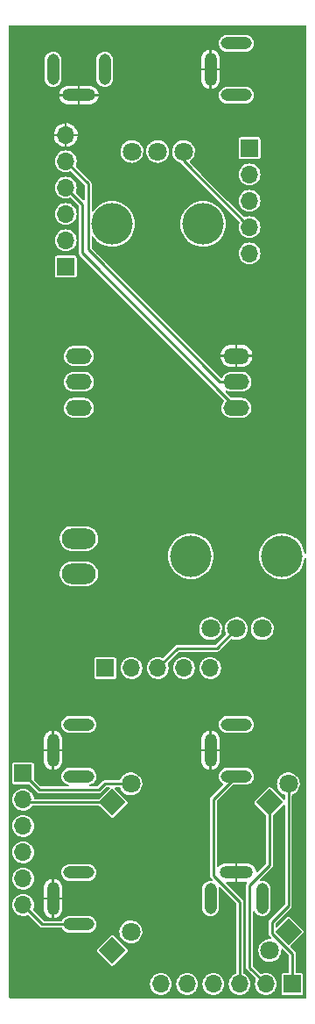
<source format=gbr>
%TF.GenerationSoftware,KiCad,Pcbnew,6.0.4-6f826c9f35~116~ubuntu21.10.1*%
%TF.CreationDate,2022-06-29T09:00:01+02:00*%
%TF.ProjectId,mHz_oscillator,6d487a5f-6f73-4636-996c-6c61746f722e,rev?*%
%TF.SameCoordinates,Original*%
%TF.FileFunction,Copper,L2,Bot*%
%TF.FilePolarity,Positive*%
%FSLAX46Y46*%
G04 Gerber Fmt 4.6, Leading zero omitted, Abs format (unit mm)*
G04 Created by KiCad (PCBNEW 6.0.4-6f826c9f35~116~ubuntu21.10.1) date 2022-06-29 09:00:01*
%MOMM*%
%LPD*%
G01*
G04 APERTURE LIST*
G04 Aperture macros list*
%AMRotRect*
0 Rectangle, with rotation*
0 The origin of the aperture is its center*
0 $1 length*
0 $2 width*
0 $3 Rotation angle, in degrees counterclockwise*
0 Add horizontal line*
21,1,$1,$2,0,0,$3*%
G04 Aperture macros list end*
%TA.AperFunction,WasherPad*%
%ADD10C,4.000000*%
%TD*%
%TA.AperFunction,ComponentPad*%
%ADD11C,1.800000*%
%TD*%
%TA.AperFunction,ComponentPad*%
%ADD12RotRect,1.800000X1.800000X225.000000*%
%TD*%
%TA.AperFunction,ComponentPad*%
%ADD13RotRect,1.800000X1.800000X45.000000*%
%TD*%
%TA.AperFunction,ComponentPad*%
%ADD14O,3.000000X1.200000*%
%TD*%
%TA.AperFunction,ComponentPad*%
%ADD15O,1.200000X3.200000*%
%TD*%
%TA.AperFunction,ComponentPad*%
%ADD16O,3.300000X2.000000*%
%TD*%
%TA.AperFunction,ComponentPad*%
%ADD17O,1.200000X3.000000*%
%TD*%
%TA.AperFunction,ComponentPad*%
%ADD18O,3.200000X1.200000*%
%TD*%
%TA.AperFunction,ComponentPad*%
%ADD19O,2.500000X1.500000*%
%TD*%
%TA.AperFunction,ComponentPad*%
%ADD20R,1.700000X1.700000*%
%TD*%
%TA.AperFunction,ComponentPad*%
%ADD21O,1.700000X1.700000*%
%TD*%
%TA.AperFunction,Conductor*%
%ADD22C,0.250000*%
%TD*%
G04 APERTURE END LIST*
D10*
%TO.P,RV7,*%
%TO.N,*%
X10115000Y65076700D03*
X1315000Y65076700D03*
D11*
%TO.P,RV7,1,1*%
%TO.N,/interface_pcb/Freq_CW*%
X3215000Y72076700D03*
%TO.P,RV7,2,2*%
%TO.N,/interface_pcb/Freq_Wiper*%
X5715000Y72076700D03*
%TO.P,RV7,3,3*%
%TO.N,/interface_pcb/Freq_CCW*%
X8215000Y72076700D03*
%TD*%
D12*
%TO.P,D11,1,K*%
%TO.N,/interface_pcb/Sine_LEDCathode*%
X18364061Y-3225938D03*
D11*
%TO.P,D11,2,A*%
%TO.N,/interface_pcb/Sine_LEDAnode*%
X16568010Y-5021989D03*
%TD*%
D13*
%TO.P,D8,1,K*%
%TO.N,/interface_pcb/Saw_LEDCathode*%
X1320939Y9258438D03*
D11*
%TO.P,D8,2,A*%
%TO.N,/interface_pcb/Saw_LEDAnode*%
X3116990Y11054489D03*
%TD*%
D14*
%TO.P,J14,R*%
%TO.N,unconnected-(J14-PadR)*%
X13335000Y16787500D03*
D15*
%TO.P,J14,S*%
%TO.N,/interface_pcb/0V*%
X10835000Y14287500D03*
D14*
%TO.P,J14,T*%
%TO.N,/interface_pcb/Triangle*%
X13335000Y11787500D03*
%TD*%
D13*
%TO.P,D9,1,K*%
%TO.N,/interface_pcb/Square_LEDCathode*%
X1320939Y-5029062D03*
D11*
%TO.P,D9,2,A*%
%TO.N,/interface_pcb/Square_LEDAnode*%
X3116990Y-3233011D03*
%TD*%
D14*
%TO.P,J17,R*%
%TO.N,unconnected-(J17-PadR)*%
X13335000Y82500000D03*
D15*
%TO.P,J17,S*%
%TO.N,/interface_pcb/0V*%
X10835000Y80000000D03*
D14*
%TO.P,J17,T*%
%TO.N,/interface_pcb/CV_in*%
X13335000Y77500000D03*
%TD*%
D16*
%TO.P,SW1,1,1*%
%TO.N,/interface_pcb/PushButton_2*%
X-1905000Y34720000D03*
%TO.P,SW1,2,2*%
%TO.N,/interface_pcb/PushButton_1*%
X-1905000Y31320000D03*
%TD*%
D10*
%TO.P,RV6,*%
%TO.N,*%
X8935000Y33030800D03*
X17735000Y33030800D03*
D11*
%TO.P,RV6,1,1*%
%TO.N,/interface_pcb/PWM_CW*%
X15835000Y26030800D03*
%TO.P,RV6,2,2*%
%TO.N,/interface_pcb/PWM_Wiper*%
X13335000Y26030800D03*
%TO.P,RV6,3,3*%
%TO.N,/interface_pcb/PWM_CCW*%
X10835000Y26030800D03*
%TD*%
D14*
%TO.P,J12,R*%
%TO.N,unconnected-(J12-PadR)*%
X-1905000Y16787500D03*
D15*
%TO.P,J12,S*%
%TO.N,/interface_pcb/0V*%
X-4405000Y14287500D03*
D14*
%TO.P,J12,T*%
%TO.N,/interface_pcb/Saw*%
X-1905000Y11787500D03*
%TD*%
D17*
%TO.P,J15,R*%
%TO.N,unconnected-(J15-PadR)*%
X15835000Y0D03*
D18*
%TO.P,J15,S*%
%TO.N,/interface_pcb/0V*%
X13335000Y2500000D03*
D17*
%TO.P,J15,T*%
%TO.N,/interface_pcb/Sine*%
X10835000Y0D03*
%TD*%
D13*
%TO.P,D10,1,K*%
%TO.N,/interface_pcb/Triangle_LEDCathode*%
X16560939Y9258438D03*
D11*
%TO.P,D10,2,A*%
%TO.N,/interface_pcb/Triangle_LEDAnode*%
X18356990Y11054489D03*
%TD*%
D17*
%TO.P,J16,R*%
%TO.N,unconnected-(J16-PadR)*%
X-4405000Y80000000D03*
D18*
%TO.P,J16,S*%
%TO.N,/interface_pcb/0V*%
X-1905000Y77500000D03*
D17*
%TO.P,J16,T*%
%TO.N,/interface_pcb/Trigger_input*%
X595000Y80000000D03*
%TD*%
D19*
%TO.P,SW2,1,A*%
%TO.N,/interface_pcb/Freq_Low*%
X-1905000Y47347500D03*
%TO.P,SW2,2,B*%
%TO.N,/interface_pcb/Freq_Switch_Output*%
X-1905000Y49847500D03*
%TO.P,SW2,3,C*%
%TO.N,/interface_pcb/Freq_High*%
X-1905000Y52347500D03*
%TD*%
D14*
%TO.P,J13,R*%
%TO.N,unconnected-(J13-PadR)*%
X-1905000Y2500000D03*
D15*
%TO.P,J13,S*%
%TO.N,/interface_pcb/0V*%
X-4405000Y0D03*
D14*
%TO.P,J13,T*%
%TO.N,/interface_pcb/Square*%
X-1905000Y-2500000D03*
%TD*%
D19*
%TO.P,SW3,1,A*%
%TO.N,/interface_pcb/0V*%
X13335000Y52347500D03*
%TO.P,SW3,2,B*%
%TO.N,/interface_pcb/SMTS_Output*%
X13335000Y49847500D03*
%TO.P,SW3,3,C*%
%TO.N,/interface_pcb/SMTS_OneShot*%
X13335000Y47347500D03*
%TD*%
D20*
%TO.P,J7,1,Pin_1*%
%TO.N,/interface_pcb/PushButton_1*%
X640000Y22225000D03*
D21*
%TO.P,J7,2,Pin_2*%
%TO.N,/interface_pcb/PushButton_2*%
X3180000Y22225000D03*
%TO.P,J7,3,Pin_3*%
%TO.N,/interface_pcb/PWM_Wiper*%
X5720000Y22225000D03*
%TO.P,J7,4,Pin_4*%
%TO.N,/interface_pcb/PWM_CCW*%
X8260000Y22225000D03*
%TO.P,J7,5,Pin_5*%
%TO.N,/interface_pcb/PWM_CW*%
X10800000Y22225000D03*
%TD*%
D20*
%TO.P,J5,1,Pin_1*%
%TO.N,/interface_pcb/Freq_Switch_Output*%
X-3175000Y60960000D03*
D21*
%TO.P,J5,2,Pin_2*%
%TO.N,/interface_pcb/Freq_High*%
X-3175000Y63500000D03*
%TO.P,J5,3,Pin_3*%
%TO.N,/interface_pcb/Freq_Low*%
X-3175000Y66040000D03*
%TO.P,J5,4,Pin_4*%
%TO.N,/interface_pcb/SMTS_OneShot*%
X-3175000Y68580000D03*
%TO.P,J5,5,Pin_5*%
%TO.N,/interface_pcb/SMTS_Output*%
X-3175000Y71120000D03*
%TO.P,J5,6,Pin_6*%
%TO.N,/interface_pcb/0V*%
X-3175000Y73660000D03*
%TD*%
D20*
%TO.P,J1,1,Pin_1*%
%TO.N,/interface_pcb/Triangle_LEDAnode*%
X18732500Y-8255000D03*
D21*
%TO.P,J1,2,Pin_2*%
%TO.N,/interface_pcb/Triangle_LEDCathode*%
X16192500Y-8255000D03*
%TO.P,J1,3,Pin_3*%
%TO.N,/interface_pcb/Triangle*%
X13652500Y-8255000D03*
%TO.P,J1,4,Pin_4*%
%TO.N,/interface_pcb/Sine_LEDAnode*%
X11112500Y-8255000D03*
%TO.P,J1,5,Pin_5*%
%TO.N,/interface_pcb/Sine_LEDCathode*%
X8572500Y-8255000D03*
%TO.P,J1,6,Pin_6*%
%TO.N,/interface_pcb/Sine*%
X6032500Y-8255000D03*
%TD*%
D20*
%TO.P,J3,1,Pin_1*%
%TO.N,/interface_pcb/Saw_LEDAnode*%
X-7302500Y12065000D03*
D21*
%TO.P,J3,2,Pin_2*%
%TO.N,/interface_pcb/Saw_LEDCathode*%
X-7302500Y9525000D03*
%TO.P,J3,3,Pin_3*%
%TO.N,/interface_pcb/Saw*%
X-7302500Y6985000D03*
%TO.P,J3,4,Pin_4*%
%TO.N,/interface_pcb/Square_LEDAnode*%
X-7302500Y4445000D03*
%TO.P,J3,5,Pin_5*%
%TO.N,/interface_pcb/Square_LEDCathode*%
X-7302500Y1905000D03*
%TO.P,J3,6,Pin_6*%
%TO.N,/interface_pcb/Square*%
X-7302500Y-635000D03*
%TD*%
D20*
%TO.P,J9,1,Pin_1*%
%TO.N,/interface_pcb/CV_in*%
X14605000Y72390000D03*
D21*
%TO.P,J9,2,Pin_2*%
%TO.N,/interface_pcb/Trigger_input*%
X14605000Y69850000D03*
%TO.P,J9,3,Pin_3*%
%TO.N,/interface_pcb/Freq_Wiper*%
X14605000Y67310000D03*
%TO.P,J9,4,Pin_4*%
%TO.N,/interface_pcb/Freq_CCW*%
X14605000Y64770000D03*
%TO.P,J9,5,Pin_5*%
%TO.N,/interface_pcb/Freq_CW*%
X14605000Y62230000D03*
%TD*%
D22*
%TO.N,/interface_pcb/PWM_Wiper*%
X7625000Y24130000D02*
X11434200Y24130000D01*
%TO.N,/interface_pcb/Saw_LEDCathode*%
X-7035938Y9258438D02*
X-7302500Y9525000D01*
X1320939Y9258438D02*
X-7035938Y9258438D01*
%TO.N,/interface_pcb/Saw_LEDAnode*%
X576989Y11054489D02*
X0Y10477500D01*
X0Y10477500D02*
X-5715000Y10477500D01*
X3116990Y11054489D02*
X576989Y11054489D01*
X-5715000Y10477500D02*
X-7302500Y12065000D01*
%TO.N,/interface_pcb/Triangle_LEDCathode*%
X14605000Y1270000D02*
X16560939Y3225939D01*
X14605000Y-6667500D02*
X14605000Y1270000D01*
X16192500Y-8255000D02*
X14605000Y-6667500D01*
X16560939Y3225939D02*
X16560939Y9258438D01*
%TO.N,/interface_pcb/Triangle_LEDAnode*%
X18732500Y-5326111D02*
X16766749Y-3360360D01*
X16766749Y-2283251D02*
X18356990Y-693010D01*
X18732500Y-8255000D02*
X18732500Y-5326111D01*
X16766749Y-3360360D02*
X16766749Y-2283251D01*
X18356990Y-693010D02*
X18356990Y11054489D01*
%TO.N,/interface_pcb/Triangle*%
X13652500Y-8255000D02*
X13652500Y-317500D01*
X11112500Y9565000D02*
X13335000Y11787500D01*
X13652500Y-317500D02*
X11112500Y2222500D01*
X11112500Y2222500D02*
X11112500Y9565000D01*
%TO.N,/interface_pcb/Square*%
X-1905000Y-2500000D02*
X-5437500Y-2500000D01*
X-5437500Y-2500000D02*
X-7302500Y-635000D01*
%TO.N,/interface_pcb/SMTS_OneShot*%
X-1587500Y62270000D02*
X-1587500Y66992500D01*
X13335000Y47347500D02*
X-1587500Y62270000D01*
X-1587500Y66992500D02*
X-3175000Y68580000D01*
%TO.N,/interface_pcb/SMTS_Output*%
X-3175000Y71120000D02*
X-1016000Y68961000D01*
X-1016000Y62611000D02*
X11747500Y49847500D01*
X11747500Y49847500D02*
X13335000Y49847500D01*
X-1016000Y68961000D02*
X-1016000Y62611000D01*
%TO.N,/interface_pcb/PWM_Wiper*%
X11434200Y24130000D02*
X13335000Y26030800D01*
X5720000Y22225000D02*
X7625000Y24130000D01*
%TO.N,/interface_pcb/Freq_CCW*%
X8215000Y71160000D02*
X14605000Y64770000D01*
X8215000Y72076700D02*
X8215000Y71160000D01*
%TD*%
%TA.AperFunction,Conductor*%
%TO.N,/interface_pcb/0V*%
G36*
X20078691Y84235593D02*
G01*
X20114655Y84186093D01*
X20119500Y84155500D01*
X20119500Y33319682D01*
X20100593Y33261491D01*
X20051093Y33225527D01*
X19989907Y33225527D01*
X19940407Y33261491D01*
X19922075Y33312205D01*
X19921991Y33312194D01*
X19921941Y33312575D01*
X19921712Y33313208D01*
X19921568Y33315410D01*
X19921567Y33315415D01*
X19921356Y33318639D01*
X19865081Y33601553D01*
X19772359Y33874702D01*
X19644778Y34133411D01*
X19484520Y34373254D01*
X19294327Y34590127D01*
X19077454Y34780320D01*
X19026160Y34814594D01*
X18840315Y34938771D01*
X18837611Y34940578D01*
X18578902Y35068159D01*
X18305753Y35160881D01*
X18022839Y35217156D01*
X18019617Y35217367D01*
X18019611Y35217368D01*
X17738234Y35235810D01*
X17735000Y35236022D01*
X17731766Y35235810D01*
X17450389Y35217368D01*
X17450383Y35217367D01*
X17447161Y35217156D01*
X17164247Y35160881D01*
X16891098Y35068159D01*
X16632389Y34940578D01*
X16629685Y34938771D01*
X16443841Y34814594D01*
X16392546Y34780320D01*
X16175673Y34590127D01*
X15985480Y34373254D01*
X15825222Y34133411D01*
X15697641Y33874702D01*
X15604919Y33601553D01*
X15548644Y33318639D01*
X15548433Y33315417D01*
X15548432Y33315411D01*
X15544898Y33261491D01*
X15529778Y33030800D01*
X15529990Y33027566D01*
X15548223Y32749390D01*
X15548644Y32742961D01*
X15604919Y32460047D01*
X15697641Y32186898D01*
X15825222Y31928189D01*
X15985480Y31688346D01*
X16175673Y31471473D01*
X16392546Y31281280D01*
X16632389Y31121022D01*
X16891098Y30993441D01*
X17164247Y30900719D01*
X17447161Y30844444D01*
X17450383Y30844233D01*
X17450389Y30844232D01*
X17731766Y30825790D01*
X17735000Y30825578D01*
X17738234Y30825790D01*
X18019611Y30844232D01*
X18019617Y30844233D01*
X18022839Y30844444D01*
X18305753Y30900719D01*
X18578902Y30993441D01*
X18837611Y31121022D01*
X19077454Y31281280D01*
X19294327Y31471473D01*
X19484520Y31688346D01*
X19644778Y31928189D01*
X19772359Y32186898D01*
X19865081Y32460047D01*
X19921356Y32742961D01*
X19921712Y32748392D01*
X19921929Y32748936D01*
X19921991Y32749406D01*
X19922110Y32749390D01*
X19944384Y32805222D01*
X19996130Y32837872D01*
X20057185Y32833870D01*
X20104227Y32794746D01*
X20119500Y32741918D01*
X20119500Y-9543000D01*
X20100593Y-9601191D01*
X20051093Y-9637155D01*
X20020500Y-9642000D01*
X-8590500Y-9642000D01*
X-8648691Y-9623093D01*
X-8684655Y-9573593D01*
X-8689500Y-9543000D01*
X-8689500Y-8240262D01*
X4977020Y-8240262D01*
X4994259Y-8445553D01*
X5051044Y-8643586D01*
X5145212Y-8826818D01*
X5273177Y-8988270D01*
X5276857Y-8991402D01*
X5276859Y-8991404D01*
X5389517Y-9087283D01*
X5430064Y-9121791D01*
X5434287Y-9124151D01*
X5434291Y-9124154D01*
X5473842Y-9146258D01*
X5609898Y-9222297D01*
X5614496Y-9223791D01*
X5801224Y-9284463D01*
X5801226Y-9284464D01*
X5805829Y-9285959D01*
X6010394Y-9310351D01*
X6015216Y-9309980D01*
X6015219Y-9309980D01*
X6085759Y-9304552D01*
X6215800Y-9294546D01*
X6414225Y-9239145D01*
X6418538Y-9236966D01*
X6418544Y-9236964D01*
X6593789Y-9148441D01*
X6593791Y-9148440D01*
X6598110Y-9146258D01*
X6633443Y-9118653D01*
X6756635Y-9022406D01*
X6756639Y-9022402D01*
X6760451Y-9019424D01*
X6895064Y-8863472D01*
X6913731Y-8830613D01*
X6994434Y-8688550D01*
X6994435Y-8688547D01*
X6996823Y-8684344D01*
X7010382Y-8643586D01*
X7060324Y-8493454D01*
X7060324Y-8493452D01*
X7061851Y-8488863D01*
X7087671Y-8284474D01*
X7088083Y-8255000D01*
X7086638Y-8240262D01*
X7517020Y-8240262D01*
X7534259Y-8445553D01*
X7591044Y-8643586D01*
X7685212Y-8826818D01*
X7813177Y-8988270D01*
X7816857Y-8991402D01*
X7816859Y-8991404D01*
X7929517Y-9087283D01*
X7970064Y-9121791D01*
X7974287Y-9124151D01*
X7974291Y-9124154D01*
X8013842Y-9146258D01*
X8149898Y-9222297D01*
X8154496Y-9223791D01*
X8341224Y-9284463D01*
X8341226Y-9284464D01*
X8345829Y-9285959D01*
X8550394Y-9310351D01*
X8555216Y-9309980D01*
X8555219Y-9309980D01*
X8625759Y-9304552D01*
X8755800Y-9294546D01*
X8954225Y-9239145D01*
X8958538Y-9236966D01*
X8958544Y-9236964D01*
X9133789Y-9148441D01*
X9133791Y-9148440D01*
X9138110Y-9146258D01*
X9173443Y-9118653D01*
X9296635Y-9022406D01*
X9296639Y-9022402D01*
X9300451Y-9019424D01*
X9435064Y-8863472D01*
X9453731Y-8830613D01*
X9534434Y-8688550D01*
X9534435Y-8688547D01*
X9536823Y-8684344D01*
X9550382Y-8643586D01*
X9600324Y-8493454D01*
X9600324Y-8493452D01*
X9601851Y-8488863D01*
X9627671Y-8284474D01*
X9628083Y-8255000D01*
X9626638Y-8240262D01*
X10057020Y-8240262D01*
X10074259Y-8445553D01*
X10131044Y-8643586D01*
X10225212Y-8826818D01*
X10353177Y-8988270D01*
X10356857Y-8991402D01*
X10356859Y-8991404D01*
X10469517Y-9087283D01*
X10510064Y-9121791D01*
X10514287Y-9124151D01*
X10514291Y-9124154D01*
X10553842Y-9146258D01*
X10689898Y-9222297D01*
X10694496Y-9223791D01*
X10881224Y-9284463D01*
X10881226Y-9284464D01*
X10885829Y-9285959D01*
X11090394Y-9310351D01*
X11095216Y-9309980D01*
X11095219Y-9309980D01*
X11165759Y-9304552D01*
X11295800Y-9294546D01*
X11494225Y-9239145D01*
X11498538Y-9236966D01*
X11498544Y-9236964D01*
X11673789Y-9148441D01*
X11673791Y-9148440D01*
X11678110Y-9146258D01*
X11713443Y-9118653D01*
X11836635Y-9022406D01*
X11836639Y-9022402D01*
X11840451Y-9019424D01*
X11975064Y-8863472D01*
X11993731Y-8830613D01*
X12074434Y-8688550D01*
X12074435Y-8688547D01*
X12076823Y-8684344D01*
X12090382Y-8643586D01*
X12140324Y-8493454D01*
X12140324Y-8493452D01*
X12141851Y-8488863D01*
X12167671Y-8284474D01*
X12168083Y-8255000D01*
X12147980Y-8049970D01*
X12088435Y-7852749D01*
X11991718Y-7670849D01*
X11861511Y-7511200D01*
X11715139Y-7390110D01*
X11706502Y-7382965D01*
X11706500Y-7382964D01*
X11702775Y-7379882D01*
X11521555Y-7281897D01*
X11436923Y-7255699D01*
X11329375Y-7222407D01*
X11329371Y-7222406D01*
X11324754Y-7220977D01*
X11319946Y-7220472D01*
X11319943Y-7220471D01*
X11124685Y-7199949D01*
X11124683Y-7199949D01*
X11119869Y-7199443D01*
X11064300Y-7204500D01*
X10919522Y-7217675D01*
X10919517Y-7217676D01*
X10914703Y-7218114D01*
X10717072Y-7276280D01*
X10712788Y-7278519D01*
X10712787Y-7278520D01*
X10701928Y-7284197D01*
X10534502Y-7371726D01*
X10530731Y-7374758D01*
X10377720Y-7497781D01*
X10377717Y-7497783D01*
X10373947Y-7500815D01*
X10370833Y-7504526D01*
X10370832Y-7504527D01*
X10362085Y-7514952D01*
X10241524Y-7658630D01*
X10239189Y-7662878D01*
X10239188Y-7662879D01*
X10232455Y-7675126D01*
X10142276Y-7839162D01*
X10079984Y-8035532D01*
X10079444Y-8040344D01*
X10079444Y-8040345D01*
X10078365Y-8049970D01*
X10057020Y-8240262D01*
X9626638Y-8240262D01*
X9607980Y-8049970D01*
X9548435Y-7852749D01*
X9451718Y-7670849D01*
X9321511Y-7511200D01*
X9175139Y-7390110D01*
X9166502Y-7382965D01*
X9166500Y-7382964D01*
X9162775Y-7379882D01*
X8981555Y-7281897D01*
X8896923Y-7255699D01*
X8789375Y-7222407D01*
X8789371Y-7222406D01*
X8784754Y-7220977D01*
X8779946Y-7220472D01*
X8779943Y-7220471D01*
X8584685Y-7199949D01*
X8584683Y-7199949D01*
X8579869Y-7199443D01*
X8524300Y-7204500D01*
X8379522Y-7217675D01*
X8379517Y-7217676D01*
X8374703Y-7218114D01*
X8177072Y-7276280D01*
X8172788Y-7278519D01*
X8172787Y-7278520D01*
X8161928Y-7284197D01*
X7994502Y-7371726D01*
X7990731Y-7374758D01*
X7837720Y-7497781D01*
X7837717Y-7497783D01*
X7833947Y-7500815D01*
X7830833Y-7504526D01*
X7830832Y-7504527D01*
X7822085Y-7514952D01*
X7701524Y-7658630D01*
X7699189Y-7662878D01*
X7699188Y-7662879D01*
X7692455Y-7675126D01*
X7602276Y-7839162D01*
X7539984Y-8035532D01*
X7539444Y-8040344D01*
X7539444Y-8040345D01*
X7538365Y-8049970D01*
X7517020Y-8240262D01*
X7086638Y-8240262D01*
X7067980Y-8049970D01*
X7008435Y-7852749D01*
X6911718Y-7670849D01*
X6781511Y-7511200D01*
X6635139Y-7390110D01*
X6626502Y-7382965D01*
X6626500Y-7382964D01*
X6622775Y-7379882D01*
X6441555Y-7281897D01*
X6356923Y-7255699D01*
X6249375Y-7222407D01*
X6249371Y-7222406D01*
X6244754Y-7220977D01*
X6239946Y-7220472D01*
X6239943Y-7220471D01*
X6044685Y-7199949D01*
X6044683Y-7199949D01*
X6039869Y-7199443D01*
X5984300Y-7204500D01*
X5839522Y-7217675D01*
X5839517Y-7217676D01*
X5834703Y-7218114D01*
X5637072Y-7276280D01*
X5632788Y-7278519D01*
X5632787Y-7278520D01*
X5621928Y-7284197D01*
X5454502Y-7371726D01*
X5450731Y-7374758D01*
X5297720Y-7497781D01*
X5297717Y-7497783D01*
X5293947Y-7500815D01*
X5290833Y-7504526D01*
X5290832Y-7504527D01*
X5282085Y-7514952D01*
X5161524Y-7658630D01*
X5159189Y-7662878D01*
X5159188Y-7662879D01*
X5152455Y-7675126D01*
X5062276Y-7839162D01*
X4999984Y-8035532D01*
X4999444Y-8040344D01*
X4999444Y-8040345D01*
X4998365Y-8049970D01*
X4977020Y-8240262D01*
X-8689500Y-8240262D01*
X-8689500Y-5029062D01*
X-156281Y-5029062D01*
X-140720Y-5107293D01*
X-107592Y-5156873D01*
X1193128Y-6457593D01*
X1242708Y-6490721D01*
X1320939Y-6506282D01*
X1330501Y-6504380D01*
X1389608Y-6492623D01*
X1399170Y-6490721D01*
X1448750Y-6457593D01*
X2749470Y-5156873D01*
X2782598Y-5107293D01*
X2798159Y-5029062D01*
X2782598Y-4950831D01*
X2749470Y-4901251D01*
X1448750Y-3600531D01*
X1399170Y-3567403D01*
X1320939Y-3551842D01*
X1242708Y-3567403D01*
X1193128Y-3600531D01*
X-107592Y-4901251D01*
X-140720Y-4950831D01*
X-156281Y-5029062D01*
X-8689500Y-5029062D01*
X-8689500Y-620262D01*
X-8357980Y-620262D01*
X-8357575Y-625082D01*
X-8342378Y-806055D01*
X-8340741Y-825553D01*
X-8339408Y-830201D01*
X-8339408Y-830202D01*
X-8305655Y-947911D01*
X-8283956Y-1023586D01*
X-8189788Y-1206818D01*
X-8061823Y-1368270D01*
X-8058143Y-1371402D01*
X-8058141Y-1371404D01*
X-8024100Y-1400375D01*
X-7904936Y-1501791D01*
X-7900713Y-1504151D01*
X-7900709Y-1504154D01*
X-7840701Y-1537691D01*
X-7725102Y-1602297D01*
X-7720504Y-1603791D01*
X-7533776Y-1664463D01*
X-7533774Y-1664464D01*
X-7529171Y-1665959D01*
X-7324606Y-1690351D01*
X-7319784Y-1689980D01*
X-7319781Y-1689980D01*
X-7245719Y-1684281D01*
X-7119200Y-1674546D01*
X-6920775Y-1619145D01*
X-6890336Y-1603769D01*
X-6829871Y-1594408D01*
X-6775695Y-1622131D01*
X-6227621Y-2170206D01*
X-5680758Y-2717069D01*
X-5674935Y-2723424D01*
X-5649955Y-2753194D01*
X-5616281Y-2772636D01*
X-5609025Y-2777259D01*
X-5577184Y-2799554D01*
X-5568822Y-2801795D01*
X-5563540Y-2804258D01*
X-5558046Y-2806257D01*
X-5550545Y-2810588D01*
X-5512272Y-2817337D01*
X-5503844Y-2819206D01*
X-5474673Y-2827022D01*
X-5474670Y-2827022D01*
X-5466307Y-2829263D01*
X-5427604Y-2825877D01*
X-5418975Y-2825500D01*
X-3599988Y-2825500D01*
X-3541797Y-2844407D01*
X-3515668Y-2872624D01*
X-3439794Y-2995955D01*
X-3435926Y-2999904D01*
X-3435926Y-2999905D01*
X-3404886Y-3031602D01*
X-3314141Y-3124268D01*
X-3163183Y-3221554D01*
X-2994422Y-3282978D01*
X-2855717Y-3300500D01*
X-959845Y-3300500D01*
X-957091Y-3300191D01*
X-957089Y-3300191D01*
X-929709Y-3297120D01*
X-826528Y-3285546D01*
X-684032Y-3235924D01*
X-662153Y-3228305D01*
X-662152Y-3228305D01*
X-656927Y-3226485D01*
X-621072Y-3204080D01*
X2012154Y-3204080D01*
X2013742Y-3228305D01*
X2021964Y-3353749D01*
X2025382Y-3405905D01*
X2026498Y-3410298D01*
X2026498Y-3410300D01*
X2031726Y-3430885D01*
X2075168Y-3601939D01*
X2159846Y-3785618D01*
X2276578Y-3950791D01*
X2421456Y-4091924D01*
X2589627Y-4204293D01*
X2775460Y-4284133D01*
X2972730Y-4328771D01*
X3174832Y-4336711D01*
X3228367Y-4328949D01*
X3370509Y-4308340D01*
X3370512Y-4308339D01*
X3374997Y-4307689D01*
X3511922Y-4261209D01*
X3562224Y-4244134D01*
X3562227Y-4244132D01*
X3566521Y-4242675D01*
X3742991Y-4143848D01*
X3898495Y-4014516D01*
X4027827Y-3859012D01*
X4126654Y-3682542D01*
X4191668Y-3491018D01*
X4220690Y-3290853D01*
X4222205Y-3233011D01*
X4221606Y-3226485D01*
X4204113Y-3036120D01*
X4203698Y-3031602D01*
X4148797Y-2836937D01*
X4143908Y-2827022D01*
X4082451Y-2702400D01*
X4059341Y-2655538D01*
X3938325Y-2493478D01*
X3789802Y-2356185D01*
X3767115Y-2341870D01*
X3622584Y-2250678D01*
X3618747Y-2248257D01*
X3430888Y-2173309D01*
X3232516Y-2133850D01*
X3132920Y-2132546D01*
X3034816Y-2131262D01*
X3034811Y-2131262D01*
X3030276Y-2131203D01*
X3025803Y-2131972D01*
X3025798Y-2131972D01*
X2947048Y-2145504D01*
X2830939Y-2165455D01*
X2641183Y-2235460D01*
X2467361Y-2338873D01*
X2463946Y-2341868D01*
X2463943Y-2341870D01*
X2396639Y-2400894D01*
X2315295Y-2472231D01*
X2190079Y-2631068D01*
X2095904Y-2810064D01*
X2094559Y-2814395D01*
X2094558Y-2814398D01*
X2076479Y-2872625D01*
X2035927Y-3003224D01*
X2012154Y-3204080D01*
X-621072Y-3204080D01*
X-517882Y-3139600D01*
X-509315Y-3134247D01*
X-509313Y-3134245D01*
X-504625Y-3131316D01*
X-377193Y-3004770D01*
X-374226Y-3000095D01*
X-283929Y-2857810D01*
X-283928Y-2857809D01*
X-280963Y-2853136D01*
X-271256Y-2825877D01*
X-234779Y-2723437D01*
X-220719Y-2683951D01*
X-217816Y-2659610D01*
X-200110Y-2511120D01*
X-200110Y-2511117D01*
X-199455Y-2505624D01*
X-218227Y-2327017D01*
X-220011Y-2321776D01*
X-274318Y-2162249D01*
X-274320Y-2162245D01*
X-276103Y-2157007D01*
X-279001Y-2152297D01*
X-279003Y-2152292D01*
X-367309Y-2008754D01*
X-370206Y-2004045D01*
X-495859Y-1875732D01*
X-646817Y-1778446D01*
X-815578Y-1717022D01*
X-954283Y-1699500D01*
X-2850155Y-1699500D01*
X-2852909Y-1699809D01*
X-2852911Y-1699809D01*
X-2880291Y-1702880D01*
X-2983472Y-1714454D01*
X-2988704Y-1716276D01*
X-3142106Y-1769696D01*
X-3153073Y-1773515D01*
X-3157766Y-1776447D01*
X-3157765Y-1776447D01*
X-3300685Y-1865753D01*
X-3300687Y-1865755D01*
X-3305375Y-1868684D01*
X-3432807Y-1995230D01*
X-3435773Y-1999904D01*
X-3435774Y-1999905D01*
X-3517413Y-2128547D01*
X-3564557Y-2167548D01*
X-3601001Y-2174500D01*
X-5261665Y-2174500D01*
X-5319856Y-2155593D01*
X-5331669Y-2145504D01*
X-6313577Y-1163597D01*
X-6341354Y-1109080D01*
X-6337512Y-1062344D01*
X-6331603Y-1044583D01*
X-5305000Y-1044583D01*
X-5304730Y-1049728D01*
X-5290724Y-1182990D01*
X-5288577Y-1193090D01*
X-5233324Y-1363140D01*
X-5229125Y-1372572D01*
X-5139719Y-1527429D01*
X-5133654Y-1535776D01*
X-5014006Y-1668658D01*
X-5006335Y-1675565D01*
X-4861676Y-1780666D01*
X-4852741Y-1785825D01*
X-4689387Y-1858555D01*
X-4679575Y-1861743D01*
X-4520338Y-1895591D01*
X-4507250Y-1894215D01*
X-4505000Y-1885818D01*
X-4505000Y-1883171D01*
X-4305000Y-1883171D01*
X-4300933Y-1895687D01*
X-4292254Y-1896142D01*
X-4130425Y-1861743D01*
X-4120613Y-1858555D01*
X-3957256Y-1785824D01*
X-3948331Y-1780671D01*
X-3803659Y-1675560D01*
X-3795996Y-1668661D01*
X-3676346Y-1535776D01*
X-3670281Y-1527429D01*
X-3580875Y-1372572D01*
X-3576676Y-1363140D01*
X-3521423Y-1193090D01*
X-3519276Y-1182990D01*
X-3505270Y-1049728D01*
X-3505000Y-1044583D01*
X-3505000Y-945155D01*
X10034500Y-945155D01*
X10049454Y-1078472D01*
X10051276Y-1083704D01*
X10094149Y-1206818D01*
X10108515Y-1248073D01*
X10117738Y-1262833D01*
X10186311Y-1372572D01*
X10203684Y-1400375D01*
X10330230Y-1527807D01*
X10334904Y-1530773D01*
X10334905Y-1530774D01*
X10470719Y-1616964D01*
X10481864Y-1624037D01*
X10651049Y-1684281D01*
X10656536Y-1684935D01*
X10656539Y-1684936D01*
X10823880Y-1704890D01*
X10823883Y-1704890D01*
X10829376Y-1705545D01*
X11007983Y-1686773D01*
X11013223Y-1684989D01*
X11013224Y-1684989D01*
X11172751Y-1630682D01*
X11172755Y-1630680D01*
X11177993Y-1628897D01*
X11182703Y-1625999D01*
X11182708Y-1625997D01*
X11326246Y-1537691D01*
X11330955Y-1534794D01*
X11459268Y-1409141D01*
X11556554Y-1258183D01*
X11617978Y-1089422D01*
X11635500Y-950717D01*
X11635500Y945155D01*
X11629866Y995381D01*
X11642169Y1055316D01*
X11687351Y1096573D01*
X11748155Y1103394D01*
X11798253Y1076420D01*
X13298004Y-423331D01*
X13325781Y-477848D01*
X13327000Y-493335D01*
X13327000Y-7181761D01*
X13308093Y-7239952D01*
X13265083Y-7273553D01*
X13261716Y-7274913D01*
X13257072Y-7276280D01*
X13252787Y-7278520D01*
X13252785Y-7278521D01*
X13240771Y-7284802D01*
X13074502Y-7371726D01*
X13070731Y-7374758D01*
X12917720Y-7497781D01*
X12917717Y-7497783D01*
X12913947Y-7500815D01*
X12910833Y-7504526D01*
X12910832Y-7504527D01*
X12902085Y-7514952D01*
X12781524Y-7658630D01*
X12779189Y-7662878D01*
X12779188Y-7662879D01*
X12772455Y-7675126D01*
X12682276Y-7839162D01*
X12619984Y-8035532D01*
X12619444Y-8040344D01*
X12619444Y-8040345D01*
X12618365Y-8049970D01*
X12597020Y-8240262D01*
X12614259Y-8445553D01*
X12671044Y-8643586D01*
X12765212Y-8826818D01*
X12893177Y-8988270D01*
X12896857Y-8991402D01*
X12896859Y-8991404D01*
X13009517Y-9087283D01*
X13050064Y-9121791D01*
X13054287Y-9124151D01*
X13054291Y-9124154D01*
X13093842Y-9146258D01*
X13229898Y-9222297D01*
X13234496Y-9223791D01*
X13421224Y-9284463D01*
X13421226Y-9284464D01*
X13425829Y-9285959D01*
X13630394Y-9310351D01*
X13635216Y-9309980D01*
X13635219Y-9309980D01*
X13705759Y-9304552D01*
X13835800Y-9294546D01*
X14034225Y-9239145D01*
X14038538Y-9236966D01*
X14038544Y-9236964D01*
X14213789Y-9148441D01*
X14213791Y-9148440D01*
X14218110Y-9146258D01*
X14253443Y-9118653D01*
X14376635Y-9022406D01*
X14376639Y-9022402D01*
X14380451Y-9019424D01*
X14515064Y-8863472D01*
X14533731Y-8830613D01*
X14614434Y-8688550D01*
X14614435Y-8688547D01*
X14616823Y-8684344D01*
X14630382Y-8643586D01*
X14680324Y-8493454D01*
X14680324Y-8493452D01*
X14681851Y-8488863D01*
X14707671Y-8284474D01*
X14708083Y-8255000D01*
X14687980Y-8049970D01*
X14628435Y-7852749D01*
X14531718Y-7670849D01*
X14401511Y-7511200D01*
X14255139Y-7390110D01*
X14246502Y-7382965D01*
X14246500Y-7382964D01*
X14242775Y-7379882D01*
X14061555Y-7281897D01*
X14047726Y-7277616D01*
X13997729Y-7242349D01*
X13978000Y-7183044D01*
X13978000Y-336022D01*
X13978377Y-327393D01*
X13981008Y-297322D01*
X13981763Y-288693D01*
X13971705Y-251157D01*
X13969837Y-242731D01*
X13964932Y-214915D01*
X13963088Y-204455D01*
X13958755Y-196950D01*
X13956762Y-191473D01*
X13954295Y-186182D01*
X13952053Y-177816D01*
X13929764Y-145984D01*
X13925128Y-138706D01*
X13910024Y-112544D01*
X13910023Y-112542D01*
X13905694Y-105045D01*
X13875936Y-80075D01*
X13869568Y-74241D01*
X12364330Y1430997D01*
X12336553Y1485513D01*
X12346124Y1545945D01*
X12389389Y1589210D01*
X12434334Y1600000D01*
X13219320Y1600000D01*
X13232005Y1604122D01*
X13235000Y1608243D01*
X13235000Y1615680D01*
X13435000Y1615680D01*
X13439122Y1602995D01*
X13443243Y1600000D01*
X14248198Y1600000D01*
X14306389Y1581093D01*
X14342353Y1531593D01*
X14342353Y1470407D01*
X14333931Y1451494D01*
X14332369Y1448789D01*
X14327732Y1441511D01*
X14305446Y1409684D01*
X14303204Y1401316D01*
X14300738Y1396029D01*
X14298742Y1390544D01*
X14294412Y1383045D01*
X14292909Y1374519D01*
X14292908Y1374517D01*
X14287666Y1344784D01*
X14285796Y1336350D01*
X14275736Y1298807D01*
X14276491Y1290178D01*
X14279123Y1260095D01*
X14279500Y1251466D01*
X14279500Y-6648966D01*
X14279123Y-6657595D01*
X14275736Y-6696307D01*
X14277978Y-6704674D01*
X14285796Y-6733849D01*
X14287666Y-6742283D01*
X14294412Y-6780545D01*
X14298742Y-6788044D01*
X14300738Y-6793529D01*
X14303204Y-6798816D01*
X14305446Y-6807184D01*
X14326013Y-6836556D01*
X14327732Y-6839011D01*
X14332371Y-6846292D01*
X14351806Y-6879955D01*
X14381571Y-6904931D01*
X14387939Y-6910765D01*
X15203459Y-7726285D01*
X15231236Y-7780802D01*
X15224463Y-7835184D01*
X15222276Y-7839162D01*
X15159984Y-8035532D01*
X15159444Y-8040344D01*
X15159444Y-8040345D01*
X15158365Y-8049970D01*
X15137020Y-8240262D01*
X15154259Y-8445553D01*
X15211044Y-8643586D01*
X15305212Y-8826818D01*
X15433177Y-8988270D01*
X15436857Y-8991402D01*
X15436859Y-8991404D01*
X15549517Y-9087283D01*
X15590064Y-9121791D01*
X15594287Y-9124151D01*
X15594291Y-9124154D01*
X15633842Y-9146258D01*
X15769898Y-9222297D01*
X15774496Y-9223791D01*
X15961224Y-9284463D01*
X15961226Y-9284464D01*
X15965829Y-9285959D01*
X16170394Y-9310351D01*
X16175216Y-9309980D01*
X16175219Y-9309980D01*
X16245759Y-9304552D01*
X16375800Y-9294546D01*
X16574225Y-9239145D01*
X16578538Y-9236966D01*
X16578544Y-9236964D01*
X16753789Y-9148441D01*
X16753791Y-9148440D01*
X16758110Y-9146258D01*
X16793443Y-9118653D01*
X16916635Y-9022406D01*
X16916639Y-9022402D01*
X16920451Y-9019424D01*
X17055064Y-8863472D01*
X17073731Y-8830613D01*
X17154434Y-8688550D01*
X17154435Y-8688547D01*
X17156823Y-8684344D01*
X17170382Y-8643586D01*
X17220324Y-8493454D01*
X17220324Y-8493452D01*
X17221851Y-8488863D01*
X17247671Y-8284474D01*
X17248083Y-8255000D01*
X17227980Y-8049970D01*
X17168435Y-7852749D01*
X17071718Y-7670849D01*
X16941511Y-7511200D01*
X16795139Y-7390110D01*
X16786502Y-7382965D01*
X16786500Y-7382964D01*
X16782775Y-7379882D01*
X16601555Y-7281897D01*
X16516923Y-7255699D01*
X16409375Y-7222407D01*
X16409371Y-7222406D01*
X16404754Y-7220977D01*
X16399946Y-7220472D01*
X16399943Y-7220471D01*
X16204685Y-7199949D01*
X16204683Y-7199949D01*
X16199869Y-7199443D01*
X16144300Y-7204500D01*
X15999522Y-7217675D01*
X15999517Y-7217676D01*
X15994703Y-7218114D01*
X15797072Y-7276280D01*
X15780771Y-7284802D01*
X15720443Y-7295007D01*
X15664899Y-7267073D01*
X14959496Y-6561670D01*
X14931719Y-6507153D01*
X14930500Y-6491666D01*
X14930500Y-1308444D01*
X14949407Y-1250253D01*
X14998907Y-1214289D01*
X15060093Y-1214289D01*
X15109593Y-1250253D01*
X15113457Y-1255982D01*
X15186311Y-1372572D01*
X15203684Y-1400375D01*
X15330230Y-1527807D01*
X15334904Y-1530773D01*
X15334905Y-1530774D01*
X15470719Y-1616964D01*
X15481864Y-1624037D01*
X15651049Y-1684281D01*
X15656536Y-1684935D01*
X15656539Y-1684936D01*
X15823880Y-1704890D01*
X15823883Y-1704890D01*
X15829376Y-1705545D01*
X16007983Y-1686773D01*
X16013223Y-1684989D01*
X16013224Y-1684989D01*
X16172751Y-1630682D01*
X16172755Y-1630680D01*
X16177993Y-1628897D01*
X16182703Y-1625999D01*
X16182708Y-1625997D01*
X16326246Y-1537691D01*
X16330955Y-1534794D01*
X16459268Y-1409141D01*
X16556554Y-1258183D01*
X16617978Y-1089422D01*
X16635500Y-950717D01*
X16635500Y945155D01*
X16620546Y1078472D01*
X16561485Y1248073D01*
X16505610Y1337492D01*
X16469247Y1395685D01*
X16469245Y1395687D01*
X16466316Y1400375D01*
X16339770Y1527807D01*
X16333804Y1531593D01*
X16192810Y1621071D01*
X16192809Y1621072D01*
X16188136Y1624037D01*
X16018951Y1684281D01*
X16013464Y1684935D01*
X16013461Y1684936D01*
X15846120Y1704890D01*
X15846117Y1704890D01*
X15840624Y1705545D01*
X15786819Y1699890D01*
X15739005Y1694865D01*
X15679157Y1707587D01*
X15638216Y1753057D01*
X15631821Y1813907D01*
X15658653Y1863327D01*
X15871048Y2075721D01*
X16778008Y2982681D01*
X16784363Y2988504D01*
X16814133Y3013484D01*
X16833568Y3047147D01*
X16838208Y3054430D01*
X16855524Y3079160D01*
X16860492Y3086255D01*
X16862734Y3094621D01*
X16865201Y3099912D01*
X16867194Y3105389D01*
X16871527Y3112894D01*
X16878276Y3151170D01*
X16880145Y3159602D01*
X16890202Y3197132D01*
X16886816Y3235836D01*
X16886439Y3244464D01*
X16886439Y7986588D01*
X16905346Y8044779D01*
X16915435Y8056592D01*
X17862486Y9003643D01*
X17917003Y9031420D01*
X17977435Y9021849D01*
X18020700Y8978584D01*
X18031490Y8933639D01*
X18031490Y-517175D01*
X18012583Y-575366D01*
X18002494Y-587179D01*
X16549692Y-2039982D01*
X16543325Y-2045816D01*
X16513555Y-2070796D01*
X16509226Y-2078295D01*
X16494122Y-2104456D01*
X16489481Y-2111740D01*
X16467195Y-2143567D01*
X16464953Y-2151935D01*
X16462487Y-2157222D01*
X16460491Y-2162707D01*
X16456161Y-2170206D01*
X16454658Y-2178732D01*
X16454657Y-2178734D01*
X16449415Y-2208467D01*
X16447545Y-2216901D01*
X16437485Y-2254444D01*
X16438240Y-2263073D01*
X16440872Y-2293156D01*
X16441249Y-2301785D01*
X16441249Y-3341826D01*
X16440872Y-3350455D01*
X16437485Y-3389167D01*
X16439727Y-3397534D01*
X16447545Y-3426709D01*
X16449415Y-3435143D01*
X16456161Y-3473405D01*
X16460491Y-3480904D01*
X16462487Y-3486389D01*
X16464953Y-3491676D01*
X16467195Y-3500044D01*
X16487762Y-3529416D01*
X16489481Y-3531871D01*
X16494120Y-3539152D01*
X16513555Y-3572815D01*
X16543027Y-3597545D01*
X16543320Y-3597791D01*
X16549688Y-3603625D01*
X16699166Y-3753103D01*
X16726943Y-3807620D01*
X16717372Y-3868052D01*
X16674107Y-3911317D01*
X16627867Y-3922099D01*
X16485836Y-3920240D01*
X16485831Y-3920240D01*
X16481296Y-3920181D01*
X16476823Y-3920950D01*
X16476818Y-3920950D01*
X16378255Y-3937887D01*
X16281959Y-3954433D01*
X16092203Y-4024438D01*
X15918381Y-4127851D01*
X15914966Y-4130846D01*
X15914963Y-4130848D01*
X15834093Y-4201769D01*
X15766315Y-4261209D01*
X15763507Y-4264771D01*
X15712914Y-4328949D01*
X15641099Y-4420046D01*
X15546924Y-4599042D01*
X15545579Y-4603373D01*
X15545578Y-4603376D01*
X15529456Y-4655300D01*
X15486947Y-4792202D01*
X15463174Y-4993058D01*
X15468369Y-5072313D01*
X15475848Y-5186427D01*
X15476402Y-5194883D01*
X15477518Y-5199276D01*
X15477518Y-5199278D01*
X15502413Y-5297304D01*
X15526188Y-5390917D01*
X15610866Y-5574596D01*
X15727598Y-5739769D01*
X15872476Y-5880902D01*
X16040647Y-5993271D01*
X16226480Y-6073111D01*
X16423750Y-6117749D01*
X16625852Y-6125689D01*
X16679387Y-6117927D01*
X16821529Y-6097318D01*
X16821532Y-6097317D01*
X16826017Y-6096667D01*
X16921779Y-6064160D01*
X17013244Y-6033112D01*
X17013247Y-6033110D01*
X17017541Y-6031653D01*
X17194011Y-5932826D01*
X17349515Y-5803494D01*
X17478847Y-5647990D01*
X17577674Y-5471520D01*
X17581267Y-5460937D01*
X17623672Y-5336016D01*
X17642688Y-5279996D01*
X17671710Y-5079831D01*
X17673225Y-5021989D01*
X17672959Y-5019098D01*
X17672959Y-5019088D01*
X17668452Y-4970040D01*
X17681956Y-4910363D01*
X17727958Y-4870021D01*
X17788887Y-4864423D01*
X17837041Y-4890978D01*
X18378004Y-5431941D01*
X18405781Y-5486458D01*
X18407000Y-5501945D01*
X18407000Y-7105500D01*
X18388093Y-7163691D01*
X18338593Y-7199655D01*
X18308000Y-7204500D01*
X17862752Y-7204500D01*
X17836505Y-7209721D01*
X17813834Y-7214230D01*
X17813832Y-7214231D01*
X17804269Y-7216133D01*
X17737948Y-7260448D01*
X17693633Y-7326769D01*
X17682000Y-7385252D01*
X17682000Y-9124748D01*
X17693633Y-9183231D01*
X17737948Y-9249552D01*
X17804269Y-9293867D01*
X17813832Y-9295769D01*
X17813834Y-9295770D01*
X17836505Y-9300279D01*
X17862752Y-9305500D01*
X19602248Y-9305500D01*
X19628495Y-9300279D01*
X19651166Y-9295770D01*
X19651168Y-9295769D01*
X19660731Y-9293867D01*
X19727052Y-9249552D01*
X19771367Y-9183231D01*
X19783000Y-9124748D01*
X19783000Y-7385252D01*
X19771367Y-7326769D01*
X19727052Y-7260448D01*
X19660731Y-7216133D01*
X19651168Y-7214231D01*
X19651166Y-7214230D01*
X19628495Y-7209721D01*
X19602248Y-7204500D01*
X19157000Y-7204500D01*
X19098809Y-7185593D01*
X19062845Y-7136093D01*
X19058000Y-7105500D01*
X19058000Y-5344645D01*
X19058377Y-5336016D01*
X19061009Y-5305933D01*
X19061764Y-5297304D01*
X19058278Y-5284293D01*
X19051704Y-5259762D01*
X19049834Y-5251327D01*
X19044592Y-5221594D01*
X19044591Y-5221592D01*
X19043088Y-5213066D01*
X19038758Y-5205567D01*
X19036762Y-5200082D01*
X19034296Y-5194795D01*
X19032054Y-5186427D01*
X19009768Y-5154600D01*
X19005127Y-5147316D01*
X18990023Y-5121155D01*
X18985694Y-5113656D01*
X18955929Y-5088680D01*
X18949561Y-5082846D01*
X18576532Y-4709817D01*
X18548755Y-4655300D01*
X18558326Y-4594868D01*
X18576532Y-4569809D01*
X19792592Y-3353749D01*
X19825720Y-3304169D01*
X19841281Y-3225938D01*
X19825720Y-3147707D01*
X19792592Y-3098127D01*
X18491872Y-1797407D01*
X18442292Y-1764279D01*
X18364061Y-1748718D01*
X18285830Y-1764279D01*
X18236250Y-1797407D01*
X17261253Y-2772404D01*
X17206736Y-2800181D01*
X17146304Y-2790610D01*
X17103039Y-2747345D01*
X17092249Y-2702400D01*
X17092249Y-2459085D01*
X17111156Y-2400894D01*
X17121245Y-2389081D01*
X17834762Y-1675565D01*
X18574059Y-936268D01*
X18580414Y-930445D01*
X18610184Y-905465D01*
X18629619Y-871802D01*
X18634259Y-864519D01*
X18634581Y-864060D01*
X18656543Y-832694D01*
X18658785Y-824328D01*
X18661252Y-819037D01*
X18663245Y-813560D01*
X18667578Y-806055D01*
X18674327Y-767779D01*
X18676196Y-759347D01*
X18686253Y-721817D01*
X18682867Y-683113D01*
X18682490Y-674485D01*
X18682490Y9931780D01*
X18701397Y9989971D01*
X18749668Y10025526D01*
X18802221Y10043365D01*
X18802224Y10043366D01*
X18806521Y10044825D01*
X18982991Y10143652D01*
X19138495Y10272984D01*
X19267827Y10428488D01*
X19366654Y10604958D01*
X19431668Y10796482D01*
X19435355Y10821907D01*
X19459074Y10985504D01*
X19460690Y10996647D01*
X19462205Y11054489D01*
X19461606Y11061015D01*
X19444113Y11251380D01*
X19443698Y11255898D01*
X19388797Y11450563D01*
X19299341Y11631962D01*
X19178325Y11794022D01*
X19029802Y11931315D01*
X19007115Y11945630D01*
X18862584Y12036822D01*
X18858747Y12039243D01*
X18670888Y12114191D01*
X18472516Y12153650D01*
X18372920Y12154954D01*
X18274816Y12156238D01*
X18274811Y12156238D01*
X18270276Y12156297D01*
X18265803Y12155528D01*
X18265798Y12155528D01*
X18179133Y12140636D01*
X18070939Y12122045D01*
X17881183Y12052040D01*
X17707361Y11948627D01*
X17703946Y11945632D01*
X17703943Y11945630D01*
X17687620Y11931315D01*
X17555295Y11815269D01*
X17430079Y11656432D01*
X17335904Y11477436D01*
X17334559Y11473105D01*
X17334558Y11473102D01*
X17281135Y11301048D01*
X17275927Y11284276D01*
X17265965Y11200110D01*
X17257509Y11128660D01*
X17252154Y11083420D01*
X17253742Y11059195D01*
X17262829Y10920551D01*
X17265382Y10881595D01*
X17315168Y10685561D01*
X17399846Y10501882D01*
X17516578Y10336709D01*
X17661456Y10195576D01*
X17829627Y10083207D01*
X17833805Y10081412D01*
X17971569Y10022224D01*
X18017571Y9981882D01*
X18031490Y9931264D01*
X18031490Y9583237D01*
X18012583Y9525046D01*
X17963083Y9489082D01*
X17901897Y9489082D01*
X17862486Y9513233D01*
X16688750Y10686969D01*
X16639170Y10720097D01*
X16560939Y10735658D01*
X16482708Y10720097D01*
X16433128Y10686969D01*
X15132408Y9386249D01*
X15099280Y9336669D01*
X15083719Y9258438D01*
X15099280Y9180207D01*
X15132408Y9130627D01*
X16206443Y8056592D01*
X16234220Y8002075D01*
X16235439Y7986588D01*
X16235439Y3401774D01*
X16216532Y3343583D01*
X16206443Y3331770D01*
X15403553Y2528880D01*
X15349036Y2501103D01*
X15288604Y2510674D01*
X15245339Y2553939D01*
X15235091Y2588539D01*
X15233922Y2599666D01*
X15196743Y2774575D01*
X15193555Y2784387D01*
X15120824Y2947744D01*
X15115671Y2956669D01*
X15010560Y3101341D01*
X15003661Y3109004D01*
X14870776Y3228654D01*
X14862429Y3234719D01*
X14707572Y3324125D01*
X14698140Y3328324D01*
X14528090Y3383577D01*
X14517990Y3385724D01*
X14384728Y3399730D01*
X14379583Y3400000D01*
X13450680Y3400000D01*
X13437995Y3395878D01*
X13435000Y3391757D01*
X13435000Y1615680D01*
X13235000Y1615680D01*
X13235000Y3384320D01*
X13230878Y3397005D01*
X13226757Y3400000D01*
X12290417Y3400000D01*
X12285272Y3399730D01*
X12152010Y3385724D01*
X12141910Y3383577D01*
X11971860Y3328324D01*
X11962428Y3324125D01*
X11807571Y3234719D01*
X11799224Y3228654D01*
X11666342Y3109006D01*
X11659435Y3101335D01*
X11617092Y3043055D01*
X11567592Y3007091D01*
X11506407Y3007092D01*
X11456907Y3043056D01*
X11438000Y3101246D01*
X11438000Y9389166D01*
X11456907Y9447357D01*
X11466996Y9459170D01*
X12965830Y10958004D01*
X13020347Y10985781D01*
X13035834Y10987000D01*
X14280155Y10987000D01*
X14282909Y10987309D01*
X14282911Y10987309D01*
X14310291Y10990380D01*
X14413472Y11001954D01*
X14564333Y11054489D01*
X14577847Y11059195D01*
X14577848Y11059195D01*
X14583073Y11061015D01*
X14649474Y11102507D01*
X14730685Y11153253D01*
X14730687Y11153255D01*
X14735375Y11156184D01*
X14854619Y11274599D01*
X14858879Y11278829D01*
X14858880Y11278831D01*
X14862807Y11282730D01*
X14865774Y11287405D01*
X14956071Y11429690D01*
X14956072Y11429691D01*
X14959037Y11434364D01*
X14975803Y11481447D01*
X15017426Y11598340D01*
X15019281Y11603549D01*
X15022184Y11627890D01*
X15039890Y11776380D01*
X15039890Y11776383D01*
X15040545Y11781876D01*
X15021773Y11960483D01*
X14994961Y12039243D01*
X14965682Y12125251D01*
X14965680Y12125255D01*
X14963897Y12130493D01*
X14960999Y12135203D01*
X14960997Y12135208D01*
X14872691Y12278746D01*
X14869794Y12283455D01*
X14744141Y12411768D01*
X14593183Y12509054D01*
X14424422Y12570478D01*
X14285717Y12588000D01*
X12389845Y12588000D01*
X12387091Y12587691D01*
X12387089Y12587691D01*
X12359709Y12584620D01*
X12256528Y12573046D01*
X12086927Y12513985D01*
X12082234Y12511053D01*
X12082235Y12511053D01*
X11939315Y12421747D01*
X11939313Y12421745D01*
X11934625Y12418816D01*
X11807193Y12292270D01*
X11804227Y12287596D01*
X11804226Y12287595D01*
X11718660Y12152764D01*
X11710963Y12140636D01*
X11709107Y12135425D01*
X11709107Y12135424D01*
X11704343Y12122045D01*
X11650719Y11971451D01*
X11650065Y11965964D01*
X11650064Y11965961D01*
X11631671Y11811707D01*
X11629455Y11793124D01*
X11648227Y11614517D01*
X11650011Y11609277D01*
X11650011Y11609276D01*
X11695782Y11474826D01*
X11706103Y11444507D01*
X11709001Y11439797D01*
X11709003Y11439792D01*
X11787615Y11312012D01*
X11800206Y11291545D01*
X11804074Y11287596D01*
X11804074Y11287595D01*
X11835114Y11255898D01*
X11925859Y11163232D01*
X11966922Y11136769D01*
X12020086Y11102507D01*
X12058757Y11055092D01*
X12062173Y10994002D01*
X12036461Y10949287D01*
X10895443Y9808269D01*
X10889076Y9802435D01*
X10859306Y9777455D01*
X10839873Y9743795D01*
X10835232Y9736511D01*
X10812946Y9704684D01*
X10810704Y9696316D01*
X10808238Y9691029D01*
X10806242Y9685544D01*
X10801912Y9678045D01*
X10800409Y9669519D01*
X10800408Y9669517D01*
X10795166Y9639784D01*
X10793296Y9631350D01*
X10783236Y9593807D01*
X10783991Y9585178D01*
X10786623Y9555095D01*
X10787000Y9546466D01*
X10787000Y2241034D01*
X10786623Y2232405D01*
X10783236Y2193693D01*
X10785478Y2185326D01*
X10793296Y2156151D01*
X10795166Y2147716D01*
X10800114Y2119655D01*
X10801912Y2109455D01*
X10806242Y2101956D01*
X10808238Y2096471D01*
X10810704Y2091184D01*
X10812946Y2082816D01*
X10833513Y2053444D01*
X10835232Y2050989D01*
X10839871Y2043708D01*
X10859306Y2010045D01*
X10876962Y1995230D01*
X10889071Y1985069D01*
X10895439Y1979235D01*
X11011445Y1863229D01*
X11039222Y1808712D01*
X11029651Y1748280D01*
X10986386Y1705015D01*
X10929720Y1694921D01*
X10902701Y1698143D01*
X10846120Y1704890D01*
X10846117Y1704890D01*
X10840624Y1705545D01*
X10662017Y1686773D01*
X10656777Y1684989D01*
X10656776Y1684989D01*
X10497249Y1630682D01*
X10497245Y1630680D01*
X10492007Y1628897D01*
X10487297Y1625999D01*
X10487292Y1625997D01*
X10357171Y1545945D01*
X10339045Y1534794D01*
X10335096Y1530926D01*
X10335095Y1530926D01*
X10320276Y1516414D01*
X10210732Y1409141D01*
X10113446Y1258183D01*
X10052022Y1089422D01*
X10034500Y950717D01*
X10034500Y-945155D01*
X-3505000Y-945155D01*
X-3505000Y-115680D01*
X-3509122Y-102995D01*
X-3513243Y-100000D01*
X-4289320Y-100000D01*
X-4302005Y-104122D01*
X-4305000Y-108243D01*
X-4305000Y-1883171D01*
X-4505000Y-1883171D01*
X-4505000Y-115680D01*
X-4509122Y-102995D01*
X-4513243Y-100000D01*
X-5289320Y-100000D01*
X-5302005Y-104122D01*
X-5305000Y-108243D01*
X-5305000Y-1044583D01*
X-6331603Y-1044583D01*
X-6273149Y-868863D01*
X-6266854Y-819037D01*
X-6247677Y-667228D01*
X-6247329Y-664474D01*
X-6246917Y-635000D01*
X-6254449Y-558183D01*
X-6266548Y-434780D01*
X-6266549Y-434776D01*
X-6267020Y-429970D01*
X-6326565Y-232749D01*
X-6423282Y-50849D01*
X-6553489Y108800D01*
X-6561805Y115680D01*
X-5305000Y115680D01*
X-5300878Y102995D01*
X-5296757Y100000D01*
X-4520680Y100000D01*
X-4507995Y104122D01*
X-4505000Y108243D01*
X-4505000Y115680D01*
X-4305000Y115680D01*
X-4300878Y102995D01*
X-4296757Y100000D01*
X-3520680Y100000D01*
X-3507995Y104122D01*
X-3505000Y108243D01*
X-3505000Y1044583D01*
X-3505270Y1049728D01*
X-3519276Y1182990D01*
X-3521423Y1193090D01*
X-3576676Y1363140D01*
X-3580875Y1372572D01*
X-3670281Y1527429D01*
X-3676346Y1535776D01*
X-3795994Y1668658D01*
X-3803665Y1675565D01*
X-3948324Y1780666D01*
X-3957259Y1785825D01*
X-4120613Y1858555D01*
X-4130425Y1861743D01*
X-4289662Y1895591D01*
X-4302750Y1894215D01*
X-4305000Y1885818D01*
X-4305000Y115680D01*
X-4505000Y115680D01*
X-4505000Y1883171D01*
X-4509067Y1895687D01*
X-4517746Y1896142D01*
X-4679575Y1861743D01*
X-4689387Y1858555D01*
X-4852744Y1785824D01*
X-4861669Y1780671D01*
X-5006341Y1675560D01*
X-5014004Y1668661D01*
X-5133654Y1535776D01*
X-5139719Y1527429D01*
X-5229125Y1372572D01*
X-5233324Y1363140D01*
X-5288577Y1193090D01*
X-5290724Y1182990D01*
X-5304730Y1049728D01*
X-5305000Y1044583D01*
X-5305000Y115680D01*
X-6561805Y115680D01*
X-6712225Y240118D01*
X-6893445Y338103D01*
X-6956645Y357667D01*
X-7085625Y397593D01*
X-7085629Y397594D01*
X-7090246Y399023D01*
X-7095054Y399528D01*
X-7095057Y399529D01*
X-7290315Y420051D01*
X-7290317Y420051D01*
X-7295131Y420557D01*
X-7355146Y415095D01*
X-7495478Y402325D01*
X-7495483Y402324D01*
X-7500297Y401886D01*
X-7697928Y343720D01*
X-7702212Y341481D01*
X-7702213Y341480D01*
X-7713072Y335803D01*
X-7880498Y248274D01*
X-7884269Y245242D01*
X-8037280Y122219D01*
X-8037283Y122217D01*
X-8041053Y119185D01*
X-8044167Y115474D01*
X-8044168Y115473D01*
X-8053692Y104122D01*
X-8173476Y-38630D01*
X-8175811Y-42878D01*
X-8175812Y-42879D01*
X-8182545Y-55126D01*
X-8272724Y-219162D01*
X-8274187Y-223775D01*
X-8274189Y-223779D01*
X-8297518Y-297322D01*
X-8335016Y-415532D01*
X-8335556Y-420344D01*
X-8335556Y-420345D01*
X-8336635Y-429970D01*
X-8357980Y-620262D01*
X-8689500Y-620262D01*
X-8689500Y1919738D01*
X-8357980Y1919738D01*
X-8354500Y1878301D01*
X-8345947Y1776447D01*
X-8340741Y1714447D01*
X-8339408Y1709799D01*
X-8339408Y1709798D01*
X-8287114Y1527429D01*
X-8283956Y1516414D01*
X-8189788Y1333182D01*
X-8061823Y1171730D01*
X-8058143Y1168598D01*
X-8058141Y1168596D01*
X-8018870Y1135174D01*
X-7904936Y1038209D01*
X-7900713Y1035849D01*
X-7900709Y1035846D01*
X-7861158Y1013742D01*
X-7725102Y937703D01*
X-7720504Y936209D01*
X-7533776Y875537D01*
X-7533774Y875536D01*
X-7529171Y874041D01*
X-7324606Y849649D01*
X-7319784Y850020D01*
X-7319781Y850020D01*
X-7251959Y855239D01*
X-7119200Y865454D01*
X-6920775Y920855D01*
X-6916462Y923034D01*
X-6916456Y923036D01*
X-6741211Y1011559D01*
X-6741209Y1011560D01*
X-6736890Y1013742D01*
X-6697415Y1044583D01*
X-6578365Y1137594D01*
X-6578361Y1137598D01*
X-6574549Y1140576D01*
X-6537938Y1182990D01*
X-6477711Y1252765D01*
X-6439936Y1296528D01*
X-6421269Y1329387D01*
X-6340566Y1471450D01*
X-6340565Y1471453D01*
X-6338177Y1475656D01*
X-6324618Y1516414D01*
X-6274676Y1666546D01*
X-6274676Y1666548D01*
X-6273149Y1671137D01*
X-6271488Y1684281D01*
X-6249070Y1861743D01*
X-6247329Y1875526D01*
X-6246917Y1905000D01*
X-6248833Y1924546D01*
X-6266548Y2105220D01*
X-6266549Y2105224D01*
X-6267020Y2110030D01*
X-6279714Y2152076D01*
X-6325167Y2302620D01*
X-6326565Y2307251D01*
X-6423282Y2489151D01*
X-6436717Y2505624D01*
X-3610545Y2505624D01*
X-3591773Y2327017D01*
X-3589989Y2321777D01*
X-3589989Y2321776D01*
X-3549323Y2202322D01*
X-3533897Y2157007D01*
X-3530999Y2152297D01*
X-3530997Y2152292D01*
X-3468674Y2050989D01*
X-3439794Y2004045D01*
X-3314141Y1875732D01*
X-3163183Y1778446D01*
X-2994422Y1717022D01*
X-2855717Y1699500D01*
X-959845Y1699500D01*
X-957091Y1699809D01*
X-957089Y1699809D01*
X-929709Y1702880D01*
X-826528Y1714454D01*
X-729392Y1748280D01*
X-662153Y1771695D01*
X-662152Y1771695D01*
X-656927Y1773515D01*
X-592286Y1813907D01*
X-509315Y1865753D01*
X-509313Y1865755D01*
X-504625Y1868684D01*
X-393300Y1979235D01*
X-381121Y1991329D01*
X-381120Y1991331D01*
X-377193Y1995230D01*
X-374226Y1999905D01*
X-283929Y2142190D01*
X-283928Y2142191D01*
X-280963Y2146864D01*
X-220719Y2316049D01*
X-219641Y2325085D01*
X-200110Y2488880D01*
X-200110Y2488883D01*
X-199455Y2494376D01*
X-218227Y2672983D01*
X-223734Y2689160D01*
X-274318Y2837751D01*
X-274320Y2837755D01*
X-276103Y2842993D01*
X-279001Y2847703D01*
X-279003Y2847708D01*
X-367309Y2991246D01*
X-370206Y2995955D01*
X-495859Y3124268D01*
X-646817Y3221554D01*
X-815578Y3282978D01*
X-954283Y3300500D01*
X-2850155Y3300500D01*
X-2852909Y3300191D01*
X-2852911Y3300191D01*
X-2880291Y3297120D01*
X-2983472Y3285546D01*
X-2988704Y3283724D01*
X-3146844Y3228654D01*
X-3153073Y3226485D01*
X-3157766Y3223553D01*
X-3157765Y3223553D01*
X-3300685Y3134247D01*
X-3300687Y3134245D01*
X-3305375Y3131316D01*
X-3336610Y3100298D01*
X-3416480Y3020983D01*
X-3432807Y3004770D01*
X-3435773Y3000096D01*
X-3435774Y3000095D01*
X-3513192Y2878103D01*
X-3529037Y2853136D01*
X-3589281Y2683951D01*
X-3589935Y2678464D01*
X-3589936Y2678461D01*
X-3600658Y2588539D01*
X-3610545Y2505624D01*
X-6436717Y2505624D01*
X-6553489Y2648800D01*
X-6602276Y2689160D01*
X-6708498Y2777035D01*
X-6708500Y2777036D01*
X-6712225Y2780118D01*
X-6893445Y2878103D01*
X-6956645Y2897667D01*
X-7085625Y2937593D01*
X-7085629Y2937594D01*
X-7090246Y2939023D01*
X-7095054Y2939528D01*
X-7095057Y2939529D01*
X-7290315Y2960051D01*
X-7290317Y2960051D01*
X-7295131Y2960557D01*
X-7337854Y2956669D01*
X-7495478Y2942325D01*
X-7495483Y2942324D01*
X-7500297Y2941886D01*
X-7697928Y2883720D01*
X-7702212Y2881481D01*
X-7702213Y2881480D01*
X-7713072Y2875803D01*
X-7880498Y2788274D01*
X-7884269Y2785242D01*
X-8037280Y2662219D01*
X-8037283Y2662217D01*
X-8041053Y2659185D01*
X-8044167Y2655474D01*
X-8044168Y2655473D01*
X-8169906Y2505624D01*
X-8173476Y2501370D01*
X-8175811Y2497122D01*
X-8175812Y2497121D01*
X-8180342Y2488880D01*
X-8272724Y2320838D01*
X-8274187Y2316225D01*
X-8274189Y2316221D01*
X-8310319Y2202322D01*
X-8335016Y2124468D01*
X-8335556Y2119656D01*
X-8335556Y2119655D01*
X-8351306Y1979235D01*
X-8357980Y1919738D01*
X-8689500Y1919738D01*
X-8689500Y4459738D01*
X-8357980Y4459738D01*
X-8340741Y4254447D01*
X-8283956Y4056414D01*
X-8189788Y3873182D01*
X-8061823Y3711730D01*
X-8058143Y3708598D01*
X-8058141Y3708596D01*
X-7945483Y3612717D01*
X-7904936Y3578209D01*
X-7900713Y3575849D01*
X-7900709Y3575846D01*
X-7861158Y3553742D01*
X-7725102Y3477703D01*
X-7720504Y3476209D01*
X-7533776Y3415537D01*
X-7533774Y3415536D01*
X-7529171Y3414041D01*
X-7324606Y3389649D01*
X-7319784Y3390020D01*
X-7319781Y3390020D01*
X-7251959Y3395239D01*
X-7119200Y3405454D01*
X-6920775Y3460855D01*
X-6916462Y3463034D01*
X-6916456Y3463036D01*
X-6741211Y3551559D01*
X-6741209Y3551560D01*
X-6736890Y3553742D01*
X-6701557Y3581347D01*
X-6578365Y3677594D01*
X-6578361Y3677598D01*
X-6574549Y3680576D01*
X-6439936Y3836528D01*
X-6421269Y3869387D01*
X-6340566Y4011450D01*
X-6340565Y4011453D01*
X-6338177Y4015656D01*
X-6324618Y4056414D01*
X-6274676Y4206546D01*
X-6274676Y4206548D01*
X-6273149Y4211137D01*
X-6247329Y4415526D01*
X-6246917Y4445000D01*
X-6267020Y4650030D01*
X-6326565Y4847251D01*
X-6423282Y5029151D01*
X-6553489Y5188800D01*
X-6712225Y5320118D01*
X-6893445Y5418103D01*
X-6956645Y5437667D01*
X-7085625Y5477593D01*
X-7085629Y5477594D01*
X-7090246Y5479023D01*
X-7095054Y5479528D01*
X-7095057Y5479529D01*
X-7290315Y5500051D01*
X-7290317Y5500051D01*
X-7295131Y5500557D01*
X-7355146Y5495095D01*
X-7495478Y5482325D01*
X-7495483Y5482324D01*
X-7500297Y5481886D01*
X-7697928Y5423720D01*
X-7702212Y5421481D01*
X-7702213Y5421480D01*
X-7713072Y5415803D01*
X-7880498Y5328274D01*
X-7884269Y5325242D01*
X-8037280Y5202219D01*
X-8037283Y5202217D01*
X-8041053Y5199185D01*
X-8044167Y5195474D01*
X-8044168Y5195473D01*
X-8052915Y5185048D01*
X-8173476Y5041370D01*
X-8175811Y5037122D01*
X-8175812Y5037121D01*
X-8182545Y5024874D01*
X-8272724Y4860838D01*
X-8335016Y4664468D01*
X-8335556Y4659656D01*
X-8335556Y4659655D01*
X-8336635Y4650030D01*
X-8357980Y4459738D01*
X-8689500Y4459738D01*
X-8689500Y6999738D01*
X-8357980Y6999738D01*
X-8340741Y6794447D01*
X-8283956Y6596414D01*
X-8189788Y6413182D01*
X-8061823Y6251730D01*
X-8058143Y6248598D01*
X-8058141Y6248596D01*
X-7945483Y6152717D01*
X-7904936Y6118209D01*
X-7900713Y6115849D01*
X-7900709Y6115846D01*
X-7861158Y6093742D01*
X-7725102Y6017703D01*
X-7720504Y6016209D01*
X-7533776Y5955537D01*
X-7533774Y5955536D01*
X-7529171Y5954041D01*
X-7324606Y5929649D01*
X-7319784Y5930020D01*
X-7319781Y5930020D01*
X-7251959Y5935239D01*
X-7119200Y5945454D01*
X-6920775Y6000855D01*
X-6916462Y6003034D01*
X-6916456Y6003036D01*
X-6741211Y6091559D01*
X-6741209Y6091560D01*
X-6736890Y6093742D01*
X-6701557Y6121347D01*
X-6578365Y6217594D01*
X-6578361Y6217598D01*
X-6574549Y6220576D01*
X-6439936Y6376528D01*
X-6421269Y6409387D01*
X-6340566Y6551450D01*
X-6340565Y6551453D01*
X-6338177Y6555656D01*
X-6324618Y6596414D01*
X-6274676Y6746546D01*
X-6274676Y6746548D01*
X-6273149Y6751137D01*
X-6247329Y6955526D01*
X-6246917Y6985000D01*
X-6267020Y7190030D01*
X-6326565Y7387251D01*
X-6423282Y7569151D01*
X-6553489Y7728800D01*
X-6616851Y7781218D01*
X-6708498Y7857035D01*
X-6708500Y7857036D01*
X-6712225Y7860118D01*
X-6893445Y7958103D01*
X-6985465Y7986588D01*
X-7085625Y8017593D01*
X-7085629Y8017594D01*
X-7090246Y8019023D01*
X-7095054Y8019528D01*
X-7095057Y8019529D01*
X-7290315Y8040051D01*
X-7290317Y8040051D01*
X-7295131Y8040557D01*
X-7355146Y8035095D01*
X-7495478Y8022325D01*
X-7495483Y8022324D01*
X-7500297Y8021886D01*
X-7697928Y7963720D01*
X-7702212Y7961481D01*
X-7702213Y7961480D01*
X-7713072Y7955803D01*
X-7880498Y7868274D01*
X-7884269Y7865242D01*
X-8037280Y7742219D01*
X-8037283Y7742217D01*
X-8041053Y7739185D01*
X-8044167Y7735474D01*
X-8044168Y7735473D01*
X-8052915Y7725048D01*
X-8173476Y7581370D01*
X-8175811Y7577122D01*
X-8175812Y7577121D01*
X-8182545Y7564874D01*
X-8272724Y7400838D01*
X-8335016Y7204468D01*
X-8335556Y7199656D01*
X-8335556Y7199655D01*
X-8336635Y7190030D01*
X-8357980Y6999738D01*
X-8689500Y6999738D01*
X-8689500Y9539738D01*
X-8357980Y9539738D01*
X-8357575Y9534918D01*
X-8341608Y9344776D01*
X-8340741Y9334447D01*
X-8339408Y9329799D01*
X-8339408Y9329798D01*
X-8296513Y9180207D01*
X-8283956Y9136414D01*
X-8189788Y8953182D01*
X-8061823Y8791730D01*
X-8058143Y8788598D01*
X-8058141Y8788596D01*
X-7945483Y8692717D01*
X-7904936Y8658209D01*
X-7900713Y8655849D01*
X-7900709Y8655846D01*
X-7861158Y8633742D01*
X-7725102Y8557703D01*
X-7720504Y8556209D01*
X-7533776Y8495537D01*
X-7533774Y8495536D01*
X-7529171Y8494041D01*
X-7324606Y8469649D01*
X-7319784Y8470020D01*
X-7319781Y8470020D01*
X-7251959Y8475239D01*
X-7119200Y8485454D01*
X-6920775Y8540855D01*
X-6916462Y8543034D01*
X-6916456Y8543036D01*
X-6741211Y8631559D01*
X-6741209Y8631560D01*
X-6736890Y8633742D01*
X-6701557Y8661347D01*
X-6578365Y8757594D01*
X-6578361Y8757598D01*
X-6574549Y8760576D01*
X-6547657Y8791730D01*
X-6455388Y8898626D01*
X-6403052Y8930322D01*
X-6380445Y8932938D01*
X49089Y8932938D01*
X107280Y8914031D01*
X119093Y8903942D01*
X1193128Y7829907D01*
X1242708Y7796779D01*
X1320939Y7781218D01*
X1330501Y7783120D01*
X1389608Y7794877D01*
X1399170Y7796779D01*
X1448750Y7829907D01*
X2749470Y9130627D01*
X2782598Y9180207D01*
X2798159Y9258438D01*
X2782598Y9336669D01*
X2749470Y9386249D01*
X1575734Y10559985D01*
X1547957Y10614502D01*
X1557528Y10674934D01*
X1600793Y10718199D01*
X1645738Y10728989D01*
X1991773Y10728989D01*
X2049964Y10710082D01*
X2081679Y10671437D01*
X2107927Y10614502D01*
X2159846Y10501882D01*
X2276578Y10336709D01*
X2421456Y10195576D01*
X2589627Y10083207D01*
X2775460Y10003367D01*
X2972730Y9958729D01*
X3174832Y9950789D01*
X3228367Y9958551D01*
X3370509Y9979160D01*
X3370512Y9979161D01*
X3374997Y9979811D01*
X3499941Y10022224D01*
X3562224Y10043366D01*
X3562227Y10043368D01*
X3566521Y10044825D01*
X3742991Y10143652D01*
X3898495Y10272984D01*
X4027827Y10428488D01*
X4126654Y10604958D01*
X4191668Y10796482D01*
X4195355Y10821907D01*
X4219074Y10985504D01*
X4220690Y10996647D01*
X4222205Y11054489D01*
X4221606Y11061015D01*
X4204113Y11251380D01*
X4203698Y11255898D01*
X4148797Y11450563D01*
X4059341Y11631962D01*
X3938325Y11794022D01*
X3789802Y11931315D01*
X3767115Y11945630D01*
X3622584Y12036822D01*
X3618747Y12039243D01*
X3430888Y12114191D01*
X3232516Y12153650D01*
X3132920Y12154954D01*
X3034816Y12156238D01*
X3034811Y12156238D01*
X3030276Y12156297D01*
X3025803Y12155528D01*
X3025798Y12155528D01*
X2939133Y12140636D01*
X2830939Y12122045D01*
X2641183Y12052040D01*
X2467361Y11948627D01*
X2463946Y11945632D01*
X2463943Y11945630D01*
X2447620Y11931315D01*
X2315295Y11815269D01*
X2190079Y11656432D01*
X2095904Y11477436D01*
X2088825Y11454637D01*
X2087270Y11449630D01*
X2051956Y11399664D01*
X1992723Y11379989D01*
X595523Y11379989D01*
X586894Y11380366D01*
X556811Y11382998D01*
X548182Y11383753D01*
X539815Y11381511D01*
X510640Y11373693D01*
X502205Y11371823D01*
X472472Y11366581D01*
X472470Y11366580D01*
X463944Y11365077D01*
X456445Y11360747D01*
X450960Y11358751D01*
X445673Y11356285D01*
X437305Y11354043D01*
X407933Y11333476D01*
X405478Y11331757D01*
X398197Y11327118D01*
X364534Y11307683D01*
X348529Y11288609D01*
X339558Y11277918D01*
X333724Y11271550D01*
X-105830Y10831996D01*
X-160347Y10804219D01*
X-175834Y10803000D01*
X-829499Y10803000D01*
X-887690Y10821907D01*
X-923654Y10871407D01*
X-923654Y10932593D01*
X-887690Y10982093D01*
X-840534Y11000383D01*
X-826528Y11001954D01*
X-675667Y11054489D01*
X-662153Y11059195D01*
X-662152Y11059195D01*
X-656927Y11061015D01*
X-590526Y11102507D01*
X-509315Y11153253D01*
X-509313Y11153255D01*
X-504625Y11156184D01*
X-385381Y11274599D01*
X-381121Y11278829D01*
X-381120Y11278831D01*
X-377193Y11282730D01*
X-374226Y11287405D01*
X-283929Y11429690D01*
X-283928Y11429691D01*
X-280963Y11434364D01*
X-264197Y11481447D01*
X-222574Y11598340D01*
X-220719Y11603549D01*
X-217816Y11627890D01*
X-200110Y11776380D01*
X-200110Y11776383D01*
X-199455Y11781876D01*
X-218227Y11960483D01*
X-245039Y12039243D01*
X-274318Y12125251D01*
X-274320Y12125255D01*
X-276103Y12130493D01*
X-279001Y12135203D01*
X-279003Y12135208D01*
X-367309Y12278746D01*
X-370206Y12283455D01*
X-495859Y12411768D01*
X-646817Y12509054D01*
X-815578Y12570478D01*
X-954283Y12588000D01*
X-2850155Y12588000D01*
X-2852909Y12587691D01*
X-2852911Y12587691D01*
X-2880291Y12584620D01*
X-2983472Y12573046D01*
X-3153073Y12513985D01*
X-3157766Y12511053D01*
X-3157765Y12511053D01*
X-3300685Y12421747D01*
X-3300687Y12421745D01*
X-3305375Y12418816D01*
X-3432807Y12292270D01*
X-3435773Y12287596D01*
X-3435774Y12287595D01*
X-3521340Y12152764D01*
X-3529037Y12140636D01*
X-3530893Y12135425D01*
X-3530893Y12135424D01*
X-3535657Y12122045D01*
X-3589281Y11971451D01*
X-3589935Y11965964D01*
X-3589936Y11965961D01*
X-3608329Y11811707D01*
X-3610545Y11793124D01*
X-3591773Y11614517D01*
X-3589989Y11609277D01*
X-3589989Y11609276D01*
X-3544218Y11474826D01*
X-3533897Y11444507D01*
X-3530999Y11439797D01*
X-3530997Y11439792D01*
X-3452385Y11312012D01*
X-3439794Y11291545D01*
X-3435926Y11287596D01*
X-3435926Y11287595D01*
X-3404886Y11255898D01*
X-3314141Y11163232D01*
X-3163183Y11065946D01*
X-2994422Y11004522D01*
X-2988930Y11003828D01*
X-2988929Y11003828D01*
X-2960359Y11000219D01*
X-2904997Y10974168D01*
X-2875521Y10920551D01*
X-2883189Y10859848D01*
X-2925073Y10815246D01*
X-2972767Y10803000D01*
X-5539166Y10803000D01*
X-5597357Y10821907D01*
X-5609170Y10831996D01*
X-6223004Y11445830D01*
X-6250781Y11500347D01*
X-6252000Y11515834D01*
X-6252000Y12934748D01*
X-6263633Y12993231D01*
X-6307948Y13059552D01*
X-6374269Y13103867D01*
X-6383832Y13105769D01*
X-6383834Y13105770D01*
X-6406505Y13110279D01*
X-6432752Y13115500D01*
X-8172248Y13115500D01*
X-8198495Y13110279D01*
X-8221166Y13105770D01*
X-8221168Y13105769D01*
X-8230731Y13103867D01*
X-8297052Y13059552D01*
X-8341367Y12993231D01*
X-8353000Y12934748D01*
X-8353000Y11195252D01*
X-8352052Y11190488D01*
X-8346034Y11160234D01*
X-8341367Y11136769D01*
X-8297052Y11070448D01*
X-8230731Y11026133D01*
X-8221168Y11024231D01*
X-8221166Y11024230D01*
X-8198495Y11019721D01*
X-8172248Y11014500D01*
X-6753334Y11014500D01*
X-6695143Y10995593D01*
X-6683330Y10985504D01*
X-5958269Y10260443D01*
X-5952435Y10254076D01*
X-5927455Y10224306D01*
X-5893795Y10204873D01*
X-5886511Y10200232D01*
X-5854684Y10177946D01*
X-5846316Y10175704D01*
X-5841029Y10173238D01*
X-5835544Y10171242D01*
X-5828045Y10166912D01*
X-5819519Y10165409D01*
X-5819517Y10165408D01*
X-5789784Y10160166D01*
X-5781350Y10158296D01*
X-5743807Y10148236D01*
X-5735178Y10148991D01*
X-5705095Y10151623D01*
X-5696466Y10152000D01*
X-18534Y10152000D01*
X-9905Y10151623D01*
X28807Y10148236D01*
X66350Y10158296D01*
X74784Y10160166D01*
X104517Y10165408D01*
X104519Y10165409D01*
X113045Y10166912D01*
X120544Y10171242D01*
X126029Y10173238D01*
X131316Y10175704D01*
X139684Y10177946D01*
X171511Y10200232D01*
X178795Y10204873D01*
X212455Y10224306D01*
X237431Y10254071D01*
X243265Y10260439D01*
X682819Y10699993D01*
X737336Y10727770D01*
X752823Y10728989D01*
X996140Y10728989D01*
X1054331Y10710082D01*
X1090295Y10660582D01*
X1090295Y10599396D01*
X1066144Y10559985D01*
X119093Y9612934D01*
X64576Y9585157D01*
X49089Y9583938D01*
X-6162928Y9583938D01*
X-6221119Y9602845D01*
X-6257083Y9652345D01*
X-6261456Y9673278D01*
X-6266548Y9725211D01*
X-6267020Y9730030D01*
X-6326565Y9927251D01*
X-6423282Y10109151D01*
X-6553489Y10268800D01*
X-6557218Y10271885D01*
X-6708498Y10397035D01*
X-6708500Y10397036D01*
X-6712225Y10400118D01*
X-6893445Y10498103D01*
X-6956645Y10517667D01*
X-7085625Y10557593D01*
X-7085629Y10557594D01*
X-7090246Y10559023D01*
X-7095054Y10559528D01*
X-7095057Y10559529D01*
X-7290315Y10580051D01*
X-7290317Y10580051D01*
X-7295131Y10580557D01*
X-7355146Y10575095D01*
X-7495478Y10562325D01*
X-7495483Y10562324D01*
X-7500297Y10561886D01*
X-7697928Y10503720D01*
X-7702212Y10501481D01*
X-7702213Y10501480D01*
X-7713072Y10495803D01*
X-7880498Y10408274D01*
X-7884269Y10405242D01*
X-8037280Y10282219D01*
X-8037283Y10282217D01*
X-8041053Y10279185D01*
X-8044167Y10275474D01*
X-8044168Y10275473D01*
X-8149051Y10150478D01*
X-8173476Y10121370D01*
X-8175811Y10117122D01*
X-8175812Y10117121D01*
X-8182545Y10104874D01*
X-8272724Y9940838D01*
X-8274187Y9936225D01*
X-8274189Y9936221D01*
X-8275679Y9931524D01*
X-8335016Y9744468D01*
X-8335556Y9739656D01*
X-8335556Y9739655D01*
X-8357225Y9546466D01*
X-8357980Y9539738D01*
X-8689500Y9539738D01*
X-8689500Y13242917D01*
X-5305000Y13242917D01*
X-5304730Y13237772D01*
X-5290724Y13104510D01*
X-5288577Y13094410D01*
X-5233324Y12924360D01*
X-5229125Y12914928D01*
X-5139719Y12760071D01*
X-5133654Y12751724D01*
X-5014006Y12618842D01*
X-5006335Y12611935D01*
X-4861676Y12506834D01*
X-4852741Y12501675D01*
X-4689387Y12428945D01*
X-4679575Y12425757D01*
X-4520338Y12391909D01*
X-4507250Y12393285D01*
X-4505000Y12401682D01*
X-4505000Y12404329D01*
X-4305000Y12404329D01*
X-4300933Y12391813D01*
X-4292254Y12391358D01*
X-4130425Y12425757D01*
X-4120613Y12428945D01*
X-3957256Y12501676D01*
X-3948331Y12506829D01*
X-3803659Y12611940D01*
X-3795996Y12618839D01*
X-3676346Y12751724D01*
X-3670281Y12760071D01*
X-3580875Y12914928D01*
X-3576676Y12924360D01*
X-3521423Y13094410D01*
X-3519276Y13104510D01*
X-3505270Y13237772D01*
X-3505000Y13242917D01*
X9935000Y13242917D01*
X9935270Y13237772D01*
X9949276Y13104510D01*
X9951423Y13094410D01*
X10006676Y12924360D01*
X10010875Y12914928D01*
X10100281Y12760071D01*
X10106346Y12751724D01*
X10225994Y12618842D01*
X10233665Y12611935D01*
X10378324Y12506834D01*
X10387259Y12501675D01*
X10550613Y12428945D01*
X10560425Y12425757D01*
X10719662Y12391909D01*
X10732750Y12393285D01*
X10735000Y12401682D01*
X10735000Y12404329D01*
X10935000Y12404329D01*
X10939067Y12391813D01*
X10947746Y12391358D01*
X11109575Y12425757D01*
X11119387Y12428945D01*
X11282744Y12501676D01*
X11291669Y12506829D01*
X11436341Y12611940D01*
X11444004Y12618839D01*
X11563654Y12751724D01*
X11569719Y12760071D01*
X11659125Y12914928D01*
X11663324Y12924360D01*
X11718577Y13094410D01*
X11720724Y13104510D01*
X11734730Y13237772D01*
X11735000Y13242917D01*
X11735000Y14171820D01*
X11730878Y14184505D01*
X11726757Y14187500D01*
X10950680Y14187500D01*
X10937995Y14183378D01*
X10935000Y14179257D01*
X10935000Y12404329D01*
X10735000Y12404329D01*
X10735000Y14171820D01*
X10730878Y14184505D01*
X10726757Y14187500D01*
X9950680Y14187500D01*
X9937995Y14183378D01*
X9935000Y14179257D01*
X9935000Y13242917D01*
X-3505000Y13242917D01*
X-3505000Y14171820D01*
X-3509122Y14184505D01*
X-3513243Y14187500D01*
X-4289320Y14187500D01*
X-4302005Y14183378D01*
X-4305000Y14179257D01*
X-4305000Y12404329D01*
X-4505000Y12404329D01*
X-4505000Y14171820D01*
X-4509122Y14184505D01*
X-4513243Y14187500D01*
X-5289320Y14187500D01*
X-5302005Y14183378D01*
X-5305000Y14179257D01*
X-5305000Y13242917D01*
X-8689500Y13242917D01*
X-8689500Y14403180D01*
X-5305000Y14403180D01*
X-5300878Y14390495D01*
X-5296757Y14387500D01*
X-4520680Y14387500D01*
X-4507995Y14391622D01*
X-4505000Y14395743D01*
X-4505000Y14403180D01*
X-4305000Y14403180D01*
X-4300878Y14390495D01*
X-4296757Y14387500D01*
X-3520680Y14387500D01*
X-3507995Y14391622D01*
X-3505000Y14395743D01*
X-3505000Y14403180D01*
X9935000Y14403180D01*
X9939122Y14390495D01*
X9943243Y14387500D01*
X10719320Y14387500D01*
X10732005Y14391622D01*
X10735000Y14395743D01*
X10735000Y14403180D01*
X10935000Y14403180D01*
X10939122Y14390495D01*
X10943243Y14387500D01*
X11719320Y14387500D01*
X11732005Y14391622D01*
X11735000Y14395743D01*
X11735000Y15332083D01*
X11734730Y15337228D01*
X11720724Y15470490D01*
X11718577Y15480590D01*
X11663324Y15650640D01*
X11659125Y15660072D01*
X11569719Y15814929D01*
X11563654Y15823276D01*
X11444006Y15956158D01*
X11436335Y15963065D01*
X11291676Y16068166D01*
X11282741Y16073325D01*
X11119387Y16146055D01*
X11109575Y16149243D01*
X10950338Y16183091D01*
X10937250Y16181715D01*
X10935000Y16173318D01*
X10935000Y14403180D01*
X10735000Y14403180D01*
X10735000Y16170671D01*
X10730933Y16183187D01*
X10722254Y16183642D01*
X10560425Y16149243D01*
X10550613Y16146055D01*
X10387256Y16073324D01*
X10378331Y16068171D01*
X10233659Y15963060D01*
X10225996Y15956161D01*
X10106346Y15823276D01*
X10100281Y15814929D01*
X10010875Y15660072D01*
X10006676Y15650640D01*
X9951423Y15480590D01*
X9949276Y15470490D01*
X9935270Y15337228D01*
X9935000Y15332083D01*
X9935000Y14403180D01*
X-3505000Y14403180D01*
X-3505000Y15332083D01*
X-3505270Y15337228D01*
X-3519276Y15470490D01*
X-3521423Y15480590D01*
X-3576676Y15650640D01*
X-3580875Y15660072D01*
X-3670281Y15814929D01*
X-3676346Y15823276D01*
X-3795994Y15956158D01*
X-3803665Y15963065D01*
X-3948324Y16068166D01*
X-3957259Y16073325D01*
X-4120613Y16146055D01*
X-4130425Y16149243D01*
X-4289662Y16183091D01*
X-4302750Y16181715D01*
X-4305000Y16173318D01*
X-4305000Y14403180D01*
X-4505000Y14403180D01*
X-4505000Y16170671D01*
X-4509067Y16183187D01*
X-4517746Y16183642D01*
X-4679575Y16149243D01*
X-4689387Y16146055D01*
X-4852744Y16073324D01*
X-4861669Y16068171D01*
X-5006341Y15963060D01*
X-5014004Y15956161D01*
X-5133654Y15823276D01*
X-5139719Y15814929D01*
X-5229125Y15660072D01*
X-5233324Y15650640D01*
X-5288577Y15480590D01*
X-5290724Y15470490D01*
X-5304730Y15337228D01*
X-5305000Y15332083D01*
X-5305000Y14403180D01*
X-8689500Y14403180D01*
X-8689500Y16793124D01*
X-3610545Y16793124D01*
X-3591773Y16614517D01*
X-3533897Y16444507D01*
X-3530999Y16439797D01*
X-3530997Y16439792D01*
X-3524782Y16429690D01*
X-3439794Y16291545D01*
X-3314141Y16163232D01*
X-3163183Y16065946D01*
X-2994422Y16004522D01*
X-2855717Y15987000D01*
X-959845Y15987000D01*
X-957091Y15987309D01*
X-957089Y15987309D01*
X-929709Y15990380D01*
X-826528Y16001954D01*
X-656927Y16061015D01*
X-619021Y16084701D01*
X-509315Y16153253D01*
X-509313Y16153255D01*
X-504625Y16156184D01*
X-377193Y16282730D01*
X-374226Y16287405D01*
X-283929Y16429690D01*
X-283928Y16429691D01*
X-280963Y16434364D01*
X-220719Y16603549D01*
X-199455Y16781876D01*
X-200637Y16793124D01*
X11629455Y16793124D01*
X11648227Y16614517D01*
X11706103Y16444507D01*
X11709001Y16439797D01*
X11709003Y16439792D01*
X11715218Y16429690D01*
X11800206Y16291545D01*
X11925859Y16163232D01*
X12076817Y16065946D01*
X12245578Y16004522D01*
X12384283Y15987000D01*
X14280155Y15987000D01*
X14282909Y15987309D01*
X14282911Y15987309D01*
X14310291Y15990380D01*
X14413472Y16001954D01*
X14583073Y16061015D01*
X14620979Y16084701D01*
X14730685Y16153253D01*
X14730687Y16153255D01*
X14735375Y16156184D01*
X14862807Y16282730D01*
X14865774Y16287405D01*
X14956071Y16429690D01*
X14956072Y16429691D01*
X14959037Y16434364D01*
X15019281Y16603549D01*
X15040545Y16781876D01*
X15021773Y16960483D01*
X14963897Y17130493D01*
X14960999Y17135203D01*
X14960997Y17135208D01*
X14872691Y17278746D01*
X14869794Y17283455D01*
X14744141Y17411768D01*
X14593183Y17509054D01*
X14424422Y17570478D01*
X14285717Y17588000D01*
X12389845Y17588000D01*
X12387091Y17587691D01*
X12387089Y17587691D01*
X12359709Y17584620D01*
X12256528Y17573046D01*
X12086927Y17513985D01*
X12082234Y17511053D01*
X12082235Y17511053D01*
X11939315Y17421747D01*
X11939313Y17421745D01*
X11934625Y17418816D01*
X11807193Y17292270D01*
X11804227Y17287596D01*
X11804226Y17287595D01*
X11804106Y17287405D01*
X11710963Y17140636D01*
X11650719Y16971451D01*
X11629455Y16793124D01*
X-200637Y16793124D01*
X-218227Y16960483D01*
X-276103Y17130493D01*
X-279001Y17135203D01*
X-279003Y17135208D01*
X-367309Y17278746D01*
X-370206Y17283455D01*
X-495859Y17411768D01*
X-646817Y17509054D01*
X-815578Y17570478D01*
X-954283Y17588000D01*
X-2850155Y17588000D01*
X-2852909Y17587691D01*
X-2852911Y17587691D01*
X-2880291Y17584620D01*
X-2983472Y17573046D01*
X-3153073Y17513985D01*
X-3157766Y17511053D01*
X-3157765Y17511053D01*
X-3300685Y17421747D01*
X-3300687Y17421745D01*
X-3305375Y17418816D01*
X-3432807Y17292270D01*
X-3435773Y17287596D01*
X-3435774Y17287595D01*
X-3435894Y17287405D01*
X-3529037Y17140636D01*
X-3589281Y16971451D01*
X-3610545Y16793124D01*
X-8689500Y16793124D01*
X-8689500Y21355252D01*
X-410500Y21355252D01*
X-398867Y21296769D01*
X-354552Y21230448D01*
X-288231Y21186133D01*
X-278668Y21184231D01*
X-278666Y21184230D01*
X-255995Y21179721D01*
X-229748Y21174500D01*
X1509748Y21174500D01*
X1535995Y21179721D01*
X1558666Y21184230D01*
X1558668Y21184231D01*
X1568231Y21186133D01*
X1634552Y21230448D01*
X1678867Y21296769D01*
X1690500Y21355252D01*
X1690500Y22239738D01*
X2124520Y22239738D01*
X2141759Y22034447D01*
X2198544Y21836414D01*
X2292712Y21653182D01*
X2420677Y21491730D01*
X2424357Y21488598D01*
X2424359Y21488596D01*
X2537017Y21392717D01*
X2577564Y21358209D01*
X2581787Y21355849D01*
X2581791Y21355846D01*
X2621342Y21333742D01*
X2757398Y21257703D01*
X2761996Y21256209D01*
X2948724Y21195537D01*
X2948726Y21195536D01*
X2953329Y21194041D01*
X3157894Y21169649D01*
X3162716Y21170020D01*
X3162719Y21170020D01*
X3233259Y21175448D01*
X3363300Y21185454D01*
X3561725Y21240855D01*
X3566038Y21243034D01*
X3566044Y21243036D01*
X3741289Y21331559D01*
X3741291Y21331560D01*
X3745610Y21333742D01*
X3780943Y21361347D01*
X3904135Y21457594D01*
X3904139Y21457598D01*
X3907951Y21460576D01*
X4042564Y21616528D01*
X4061231Y21649387D01*
X4141934Y21791450D01*
X4141935Y21791453D01*
X4144323Y21795656D01*
X4157882Y21836414D01*
X4207824Y21986546D01*
X4207824Y21986548D01*
X4209351Y21991137D01*
X4235171Y22195526D01*
X4235583Y22225000D01*
X4234138Y22239738D01*
X4664520Y22239738D01*
X4681759Y22034447D01*
X4738544Y21836414D01*
X4832712Y21653182D01*
X4960677Y21491730D01*
X4964357Y21488598D01*
X4964359Y21488596D01*
X5077017Y21392717D01*
X5117564Y21358209D01*
X5121787Y21355849D01*
X5121791Y21355846D01*
X5161342Y21333742D01*
X5297398Y21257703D01*
X5301996Y21256209D01*
X5488724Y21195537D01*
X5488726Y21195536D01*
X5493329Y21194041D01*
X5697894Y21169649D01*
X5702716Y21170020D01*
X5702719Y21170020D01*
X5773259Y21175448D01*
X5903300Y21185454D01*
X6101725Y21240855D01*
X6106038Y21243034D01*
X6106044Y21243036D01*
X6281289Y21331559D01*
X6281291Y21331560D01*
X6285610Y21333742D01*
X6320943Y21361347D01*
X6444135Y21457594D01*
X6444139Y21457598D01*
X6447951Y21460576D01*
X6582564Y21616528D01*
X6601231Y21649387D01*
X6681934Y21791450D01*
X6681935Y21791453D01*
X6684323Y21795656D01*
X6697882Y21836414D01*
X6747824Y21986546D01*
X6747824Y21986548D01*
X6749351Y21991137D01*
X6775171Y22195526D01*
X6775583Y22225000D01*
X6774138Y22239738D01*
X7204520Y22239738D01*
X7221759Y22034447D01*
X7278544Y21836414D01*
X7372712Y21653182D01*
X7500677Y21491730D01*
X7504357Y21488598D01*
X7504359Y21488596D01*
X7617017Y21392717D01*
X7657564Y21358209D01*
X7661787Y21355849D01*
X7661791Y21355846D01*
X7701342Y21333742D01*
X7837398Y21257703D01*
X7841996Y21256209D01*
X8028724Y21195537D01*
X8028726Y21195536D01*
X8033329Y21194041D01*
X8237894Y21169649D01*
X8242716Y21170020D01*
X8242719Y21170020D01*
X8313259Y21175448D01*
X8443300Y21185454D01*
X8641725Y21240855D01*
X8646038Y21243034D01*
X8646044Y21243036D01*
X8821289Y21331559D01*
X8821291Y21331560D01*
X8825610Y21333742D01*
X8860943Y21361347D01*
X8984135Y21457594D01*
X8984139Y21457598D01*
X8987951Y21460576D01*
X9122564Y21616528D01*
X9141231Y21649387D01*
X9221934Y21791450D01*
X9221935Y21791453D01*
X9224323Y21795656D01*
X9237882Y21836414D01*
X9287824Y21986546D01*
X9287824Y21986548D01*
X9289351Y21991137D01*
X9315171Y22195526D01*
X9315583Y22225000D01*
X9314138Y22239738D01*
X9744520Y22239738D01*
X9761759Y22034447D01*
X9818544Y21836414D01*
X9912712Y21653182D01*
X10040677Y21491730D01*
X10044357Y21488598D01*
X10044359Y21488596D01*
X10157017Y21392717D01*
X10197564Y21358209D01*
X10201787Y21355849D01*
X10201791Y21355846D01*
X10241342Y21333742D01*
X10377398Y21257703D01*
X10381996Y21256209D01*
X10568724Y21195537D01*
X10568726Y21195536D01*
X10573329Y21194041D01*
X10777894Y21169649D01*
X10782716Y21170020D01*
X10782719Y21170020D01*
X10853259Y21175448D01*
X10983300Y21185454D01*
X11181725Y21240855D01*
X11186038Y21243034D01*
X11186044Y21243036D01*
X11361289Y21331559D01*
X11361291Y21331560D01*
X11365610Y21333742D01*
X11400943Y21361347D01*
X11524135Y21457594D01*
X11524139Y21457598D01*
X11527951Y21460576D01*
X11662564Y21616528D01*
X11681231Y21649387D01*
X11761934Y21791450D01*
X11761935Y21791453D01*
X11764323Y21795656D01*
X11777882Y21836414D01*
X11827824Y21986546D01*
X11827824Y21986548D01*
X11829351Y21991137D01*
X11855171Y22195526D01*
X11855583Y22225000D01*
X11835480Y22430030D01*
X11775935Y22627251D01*
X11679218Y22809151D01*
X11549011Y22968800D01*
X11402639Y23089890D01*
X11394002Y23097035D01*
X11394000Y23097036D01*
X11390275Y23100118D01*
X11209055Y23198103D01*
X11139764Y23219552D01*
X11016875Y23257593D01*
X11016871Y23257594D01*
X11012254Y23259023D01*
X11007446Y23259528D01*
X11007443Y23259529D01*
X10812185Y23280051D01*
X10812183Y23280051D01*
X10807369Y23280557D01*
X10751800Y23275500D01*
X10607022Y23262325D01*
X10607017Y23262324D01*
X10602203Y23261886D01*
X10404572Y23203720D01*
X10400288Y23201481D01*
X10400287Y23201480D01*
X10389428Y23195803D01*
X10222002Y23108274D01*
X10218231Y23105242D01*
X10065220Y22982219D01*
X10065217Y22982217D01*
X10061447Y22979185D01*
X10058333Y22975474D01*
X10058332Y22975473D01*
X10049585Y22965048D01*
X9929024Y22821370D01*
X9926689Y22817122D01*
X9926688Y22817121D01*
X9919955Y22804874D01*
X9829776Y22640838D01*
X9828313Y22636225D01*
X9828311Y22636221D01*
X9825466Y22627251D01*
X9767484Y22444468D01*
X9766944Y22439656D01*
X9766944Y22439655D01*
X9765865Y22430030D01*
X9744520Y22239738D01*
X9314138Y22239738D01*
X9295480Y22430030D01*
X9235935Y22627251D01*
X9139218Y22809151D01*
X9009011Y22968800D01*
X8862639Y23089890D01*
X8854002Y23097035D01*
X8854000Y23097036D01*
X8850275Y23100118D01*
X8669055Y23198103D01*
X8599764Y23219552D01*
X8476875Y23257593D01*
X8476871Y23257594D01*
X8472254Y23259023D01*
X8467446Y23259528D01*
X8467443Y23259529D01*
X8272185Y23280051D01*
X8272183Y23280051D01*
X8267369Y23280557D01*
X8211800Y23275500D01*
X8067022Y23262325D01*
X8067017Y23262324D01*
X8062203Y23261886D01*
X7864572Y23203720D01*
X7860288Y23201481D01*
X7860287Y23201480D01*
X7849428Y23195803D01*
X7682002Y23108274D01*
X7678231Y23105242D01*
X7525220Y22982219D01*
X7525217Y22982217D01*
X7521447Y22979185D01*
X7518333Y22975474D01*
X7518332Y22975473D01*
X7509585Y22965048D01*
X7389024Y22821370D01*
X7386689Y22817122D01*
X7386688Y22817121D01*
X7379955Y22804874D01*
X7289776Y22640838D01*
X7288313Y22636225D01*
X7288311Y22636221D01*
X7285466Y22627251D01*
X7227484Y22444468D01*
X7226944Y22439656D01*
X7226944Y22439655D01*
X7225865Y22430030D01*
X7204520Y22239738D01*
X6774138Y22239738D01*
X6755480Y22430030D01*
X6695935Y22627251D01*
X6690977Y22636577D01*
X6680351Y22696830D01*
X6708384Y22753058D01*
X7730830Y23775504D01*
X7785347Y23803281D01*
X7800834Y23804500D01*
X11415666Y23804500D01*
X11424295Y23804123D01*
X11463007Y23800736D01*
X11472505Y23803281D01*
X11500549Y23810796D01*
X11508984Y23812666D01*
X11538717Y23817908D01*
X11538719Y23817909D01*
X11547245Y23819412D01*
X11554744Y23823742D01*
X11560229Y23825738D01*
X11565516Y23828204D01*
X11573884Y23830446D01*
X11605711Y23852732D01*
X11612995Y23857373D01*
X11646655Y23876806D01*
X11671631Y23906571D01*
X11677465Y23912939D01*
X12771673Y25007147D01*
X12826190Y25034924D01*
X12880754Y25028104D01*
X12993470Y24979678D01*
X13190740Y24935040D01*
X13392842Y24927100D01*
X13446377Y24934862D01*
X13588519Y24955471D01*
X13588522Y24955472D01*
X13593007Y24956122D01*
X13688769Y24988629D01*
X13780234Y25019677D01*
X13780237Y25019679D01*
X13784531Y25021136D01*
X13961001Y25119963D01*
X14116505Y25249295D01*
X14245837Y25404799D01*
X14344664Y25581269D01*
X14373520Y25666274D01*
X14408219Y25768496D01*
X14409678Y25772793D01*
X14438700Y25972958D01*
X14440215Y26030800D01*
X14437557Y26059731D01*
X14730164Y26059731D01*
X14743392Y25857906D01*
X14793178Y25661872D01*
X14877856Y25478193D01*
X14994588Y25313020D01*
X15139466Y25171887D01*
X15307637Y25059518D01*
X15493470Y24979678D01*
X15690740Y24935040D01*
X15892842Y24927100D01*
X15946377Y24934862D01*
X16088519Y24955471D01*
X16088522Y24955472D01*
X16093007Y24956122D01*
X16188769Y24988629D01*
X16280234Y25019677D01*
X16280237Y25019679D01*
X16284531Y25021136D01*
X16461001Y25119963D01*
X16616505Y25249295D01*
X16745837Y25404799D01*
X16844664Y25581269D01*
X16873520Y25666274D01*
X16908219Y25768496D01*
X16909678Y25772793D01*
X16938700Y25972958D01*
X16940215Y26030800D01*
X16921708Y26232209D01*
X16866807Y26426874D01*
X16777351Y26608273D01*
X16656335Y26770333D01*
X16507812Y26907626D01*
X16485125Y26921941D01*
X16340594Y27013133D01*
X16336757Y27015554D01*
X16148898Y27090502D01*
X15950526Y27129961D01*
X15850930Y27131265D01*
X15752826Y27132549D01*
X15752821Y27132549D01*
X15748286Y27132608D01*
X15743813Y27131839D01*
X15743808Y27131839D01*
X15645245Y27114902D01*
X15548949Y27098356D01*
X15359193Y27028351D01*
X15185371Y26924938D01*
X15181956Y26921943D01*
X15181953Y26921941D01*
X15165630Y26907626D01*
X15033305Y26791580D01*
X14908089Y26632743D01*
X14813914Y26453747D01*
X14753937Y26260587D01*
X14730164Y26059731D01*
X14437557Y26059731D01*
X14421708Y26232209D01*
X14366807Y26426874D01*
X14277351Y26608273D01*
X14156335Y26770333D01*
X14007812Y26907626D01*
X13985125Y26921941D01*
X13840594Y27013133D01*
X13836757Y27015554D01*
X13648898Y27090502D01*
X13450526Y27129961D01*
X13350930Y27131265D01*
X13252826Y27132549D01*
X13252821Y27132549D01*
X13248286Y27132608D01*
X13243813Y27131839D01*
X13243808Y27131839D01*
X13145245Y27114902D01*
X13048949Y27098356D01*
X12859193Y27028351D01*
X12685371Y26924938D01*
X12681956Y26921943D01*
X12681953Y26921941D01*
X12665630Y26907626D01*
X12533305Y26791580D01*
X12408089Y26632743D01*
X12313914Y26453747D01*
X12253937Y26260587D01*
X12230164Y26059731D01*
X12243392Y25857906D01*
X12293178Y25661872D01*
X12331365Y25579038D01*
X12338557Y25518280D01*
X12311463Y25467589D01*
X11328370Y24484496D01*
X11273853Y24456719D01*
X11258366Y24455500D01*
X7643534Y24455500D01*
X7634905Y24455877D01*
X7604822Y24458509D01*
X7596193Y24459264D01*
X7587826Y24457022D01*
X7558651Y24449204D01*
X7550216Y24447334D01*
X7520483Y24442092D01*
X7520481Y24442091D01*
X7511955Y24440588D01*
X7504456Y24436258D01*
X7498971Y24434262D01*
X7493684Y24431796D01*
X7485316Y24429554D01*
X7455944Y24408987D01*
X7453489Y24407268D01*
X7446208Y24402629D01*
X7412545Y24383194D01*
X7406978Y24376559D01*
X7387569Y24353429D01*
X7381735Y24347061D01*
X6248556Y23213882D01*
X6194039Y23186105D01*
X6138480Y23195596D01*
X6137777Y23193924D01*
X6133315Y23195800D01*
X6129055Y23198103D01*
X6118146Y23201480D01*
X5936875Y23257593D01*
X5936871Y23257594D01*
X5932254Y23259023D01*
X5927446Y23259528D01*
X5927443Y23259529D01*
X5732185Y23280051D01*
X5732183Y23280051D01*
X5727369Y23280557D01*
X5671800Y23275500D01*
X5527022Y23262325D01*
X5527017Y23262324D01*
X5522203Y23261886D01*
X5324572Y23203720D01*
X5320288Y23201481D01*
X5320287Y23201480D01*
X5309428Y23195803D01*
X5142002Y23108274D01*
X5138231Y23105242D01*
X4985220Y22982219D01*
X4985217Y22982217D01*
X4981447Y22979185D01*
X4978333Y22975474D01*
X4978332Y22975473D01*
X4969585Y22965048D01*
X4849024Y22821370D01*
X4846689Y22817122D01*
X4846688Y22817121D01*
X4839955Y22804874D01*
X4749776Y22640838D01*
X4748313Y22636225D01*
X4748311Y22636221D01*
X4745466Y22627251D01*
X4687484Y22444468D01*
X4686944Y22439656D01*
X4686944Y22439655D01*
X4685865Y22430030D01*
X4664520Y22239738D01*
X4234138Y22239738D01*
X4215480Y22430030D01*
X4155935Y22627251D01*
X4059218Y22809151D01*
X3929011Y22968800D01*
X3782639Y23089890D01*
X3774002Y23097035D01*
X3774000Y23097036D01*
X3770275Y23100118D01*
X3589055Y23198103D01*
X3519764Y23219552D01*
X3396875Y23257593D01*
X3396871Y23257594D01*
X3392254Y23259023D01*
X3387446Y23259528D01*
X3387443Y23259529D01*
X3192185Y23280051D01*
X3192183Y23280051D01*
X3187369Y23280557D01*
X3131800Y23275500D01*
X2987022Y23262325D01*
X2987017Y23262324D01*
X2982203Y23261886D01*
X2784572Y23203720D01*
X2780288Y23201481D01*
X2780287Y23201480D01*
X2769428Y23195803D01*
X2602002Y23108274D01*
X2598231Y23105242D01*
X2445220Y22982219D01*
X2445217Y22982217D01*
X2441447Y22979185D01*
X2438333Y22975474D01*
X2438332Y22975473D01*
X2429585Y22965048D01*
X2309024Y22821370D01*
X2306689Y22817122D01*
X2306688Y22817121D01*
X2299955Y22804874D01*
X2209776Y22640838D01*
X2208313Y22636225D01*
X2208311Y22636221D01*
X2205466Y22627251D01*
X2147484Y22444468D01*
X2146944Y22439656D01*
X2146944Y22439655D01*
X2145865Y22430030D01*
X2124520Y22239738D01*
X1690500Y22239738D01*
X1690500Y23094748D01*
X1678867Y23153231D01*
X1634552Y23219552D01*
X1568231Y23263867D01*
X1558668Y23265769D01*
X1558666Y23265770D01*
X1535995Y23270279D01*
X1509748Y23275500D01*
X-229748Y23275500D01*
X-255995Y23270279D01*
X-278666Y23265770D01*
X-278668Y23265769D01*
X-288231Y23263867D01*
X-354552Y23219552D01*
X-398867Y23153231D01*
X-410500Y23094748D01*
X-410500Y21355252D01*
X-8689500Y21355252D01*
X-8689500Y26059731D01*
X9730164Y26059731D01*
X9743392Y25857906D01*
X9793178Y25661872D01*
X9877856Y25478193D01*
X9994588Y25313020D01*
X10139466Y25171887D01*
X10307637Y25059518D01*
X10493470Y24979678D01*
X10690740Y24935040D01*
X10892842Y24927100D01*
X10946377Y24934862D01*
X11088519Y24955471D01*
X11088522Y24955472D01*
X11093007Y24956122D01*
X11188769Y24988629D01*
X11280234Y25019677D01*
X11280237Y25019679D01*
X11284531Y25021136D01*
X11461001Y25119963D01*
X11616505Y25249295D01*
X11745837Y25404799D01*
X11844664Y25581269D01*
X11873520Y25666274D01*
X11908219Y25768496D01*
X11909678Y25772793D01*
X11938700Y25972958D01*
X11940215Y26030800D01*
X11921708Y26232209D01*
X11866807Y26426874D01*
X11777351Y26608273D01*
X11656335Y26770333D01*
X11507812Y26907626D01*
X11485125Y26921941D01*
X11340594Y27013133D01*
X11336757Y27015554D01*
X11148898Y27090502D01*
X10950526Y27129961D01*
X10850930Y27131265D01*
X10752826Y27132549D01*
X10752821Y27132549D01*
X10748286Y27132608D01*
X10743813Y27131839D01*
X10743808Y27131839D01*
X10645245Y27114902D01*
X10548949Y27098356D01*
X10359193Y27028351D01*
X10185371Y26924938D01*
X10181956Y26921943D01*
X10181953Y26921941D01*
X10165630Y26907626D01*
X10033305Y26791580D01*
X9908089Y26632743D01*
X9813914Y26453747D01*
X9753937Y26260587D01*
X9730164Y26059731D01*
X-8689500Y26059731D01*
X-8689500Y31225406D01*
X-3756926Y31225406D01*
X-3756157Y31220933D01*
X-3756157Y31220928D01*
X-3720332Y31012435D01*
X-3720330Y31012429D01*
X-3719562Y31007957D01*
X-3709995Y30982025D01*
X-3652357Y30825790D01*
X-3643196Y30800957D01*
X-3530386Y30611341D01*
X-3527391Y30607926D01*
X-3527389Y30607923D01*
X-3505287Y30582721D01*
X-3384910Y30445457D01*
X-3381348Y30442649D01*
X-3215205Y30311673D01*
X-3215202Y30311671D01*
X-3211640Y30308863D01*
X-3207622Y30306749D01*
X-3020391Y30208241D01*
X-3020388Y30208240D01*
X-3016380Y30206131D01*
X-2933126Y30180280D01*
X-2810006Y30142050D01*
X-2810003Y30142049D01*
X-2805667Y30140703D01*
X-2801157Y30140169D01*
X-2801156Y30140169D01*
X-2764064Y30135779D01*
X-2626524Y30119500D01*
X-1199030Y30119500D01*
X-1035289Y30134546D01*
X-822936Y30194435D01*
X-818864Y30196443D01*
X-818859Y30196445D01*
X-629125Y30290012D01*
X-629126Y30290012D01*
X-625053Y30292020D01*
X-448267Y30424033D01*
X-298499Y30586051D01*
X-180764Y30772650D01*
X-99006Y30977579D01*
X-55962Y31193976D01*
X-53074Y31414594D01*
X-53843Y31419072D01*
X-89668Y31627565D01*
X-89670Y31627571D01*
X-90438Y31632043D01*
X-166804Y31839043D01*
X-279614Y32028659D01*
X-301792Y32053949D01*
X-422098Y32191131D01*
X-425090Y32194543D01*
X-441279Y32207305D01*
X-594795Y32328327D01*
X-594798Y32328329D01*
X-598360Y32331137D01*
X-630373Y32347980D01*
X-789609Y32431759D01*
X-789612Y32431760D01*
X-793620Y32433869D01*
X-888146Y32463220D01*
X-999994Y32497950D01*
X-999997Y32497951D01*
X-1004333Y32499297D01*
X-1008843Y32499831D01*
X-1008844Y32499831D01*
X-1056353Y32505454D01*
X-1183476Y32520500D01*
X-2610970Y32520500D01*
X-2774711Y32505454D01*
X-2779083Y32504221D01*
X-2924463Y32463220D01*
X-2987064Y32445565D01*
X-2991136Y32443557D01*
X-2991141Y32443555D01*
X-3155247Y32362627D01*
X-3184947Y32347980D01*
X-3361733Y32215967D01*
X-3511501Y32053949D01*
X-3629236Y31867350D01*
X-3710994Y31662421D01*
X-3754038Y31446024D01*
X-3756926Y31225406D01*
X-8689500Y31225406D01*
X-8689500Y33030800D01*
X6729778Y33030800D01*
X6729990Y33027566D01*
X6748223Y32749390D01*
X6748644Y32742961D01*
X6804919Y32460047D01*
X6897641Y32186898D01*
X7025222Y31928189D01*
X7185480Y31688346D01*
X7375673Y31471473D01*
X7592546Y31281280D01*
X7832389Y31121022D01*
X8091098Y30993441D01*
X8364247Y30900719D01*
X8647161Y30844444D01*
X8650383Y30844233D01*
X8650389Y30844232D01*
X8931766Y30825790D01*
X8935000Y30825578D01*
X8938234Y30825790D01*
X9219611Y30844232D01*
X9219617Y30844233D01*
X9222839Y30844444D01*
X9505753Y30900719D01*
X9778902Y30993441D01*
X10037611Y31121022D01*
X10277454Y31281280D01*
X10494327Y31471473D01*
X10684520Y31688346D01*
X10844778Y31928189D01*
X10972359Y32186898D01*
X11065081Y32460047D01*
X11121356Y32742961D01*
X11121778Y32749390D01*
X11140010Y33027566D01*
X11140222Y33030800D01*
X11125102Y33261491D01*
X11121568Y33315411D01*
X11121567Y33315417D01*
X11121356Y33318639D01*
X11065081Y33601553D01*
X10972359Y33874702D01*
X10844778Y34133411D01*
X10684520Y34373254D01*
X10494327Y34590127D01*
X10277454Y34780320D01*
X10226160Y34814594D01*
X10040315Y34938771D01*
X10037611Y34940578D01*
X9778902Y35068159D01*
X9505753Y35160881D01*
X9222839Y35217156D01*
X9219617Y35217367D01*
X9219611Y35217368D01*
X8938234Y35235810D01*
X8935000Y35236022D01*
X8931766Y35235810D01*
X8650389Y35217368D01*
X8650383Y35217367D01*
X8647161Y35217156D01*
X8364247Y35160881D01*
X8091098Y35068159D01*
X7832389Y34940578D01*
X7829685Y34938771D01*
X7643841Y34814594D01*
X7592546Y34780320D01*
X7375673Y34590127D01*
X7185480Y34373254D01*
X7025222Y34133411D01*
X6897641Y33874702D01*
X6804919Y33601553D01*
X6748644Y33318639D01*
X6748433Y33315417D01*
X6748432Y33315411D01*
X6744898Y33261491D01*
X6729778Y33030800D01*
X-8689500Y33030800D01*
X-8689500Y34625406D01*
X-3756926Y34625406D01*
X-3756157Y34620933D01*
X-3756157Y34620928D01*
X-3720332Y34412435D01*
X-3720330Y34412429D01*
X-3719562Y34407957D01*
X-3643196Y34200957D01*
X-3530386Y34011341D01*
X-3527391Y34007926D01*
X-3527389Y34007923D01*
X-3505287Y33982721D01*
X-3384910Y33845457D01*
X-3381348Y33842649D01*
X-3215205Y33711673D01*
X-3215202Y33711671D01*
X-3211640Y33708863D01*
X-3207622Y33706749D01*
X-3020391Y33608241D01*
X-3020388Y33608240D01*
X-3016380Y33606131D01*
X-2933126Y33580280D01*
X-2810006Y33542050D01*
X-2810003Y33542049D01*
X-2805667Y33540703D01*
X-2801157Y33540169D01*
X-2801156Y33540169D01*
X-2764064Y33535779D01*
X-2626524Y33519500D01*
X-1199030Y33519500D01*
X-1035289Y33534546D01*
X-822936Y33594435D01*
X-818864Y33596443D01*
X-818859Y33596445D01*
X-629125Y33690012D01*
X-629126Y33690012D01*
X-625053Y33692020D01*
X-448267Y33824033D01*
X-298499Y33986051D01*
X-180764Y34172650D01*
X-99006Y34377579D01*
X-55962Y34593976D01*
X-54539Y34702653D01*
X-53133Y34810054D01*
X-53133Y34810059D01*
X-53074Y34814594D01*
X-53843Y34819072D01*
X-89668Y35027565D01*
X-89670Y35027571D01*
X-90438Y35032043D01*
X-138201Y35161512D01*
X-165231Y35234780D01*
X-165232Y35234783D01*
X-166804Y35239043D01*
X-279614Y35428659D01*
X-301792Y35453949D01*
X-422098Y35591131D01*
X-425090Y35594543D01*
X-441279Y35607305D01*
X-594795Y35728327D01*
X-594798Y35728329D01*
X-598360Y35731137D01*
X-630373Y35747980D01*
X-789609Y35831759D01*
X-789612Y35831760D01*
X-793620Y35833869D01*
X-876874Y35859720D01*
X-999994Y35897950D01*
X-999997Y35897951D01*
X-1004333Y35899297D01*
X-1008843Y35899831D01*
X-1008844Y35899831D01*
X-1056353Y35905454D01*
X-1183476Y35920500D01*
X-2610970Y35920500D01*
X-2774711Y35905454D01*
X-2987064Y35845565D01*
X-2991136Y35843557D01*
X-2991141Y35843555D01*
X-3155247Y35762627D01*
X-3184947Y35747980D01*
X-3361733Y35615967D01*
X-3511501Y35453949D01*
X-3629236Y35267350D01*
X-3710994Y35062421D01*
X-3754038Y34846024D01*
X-3756926Y34625406D01*
X-8689500Y34625406D01*
X-8689500Y47300829D01*
X-3359261Y47300829D01*
X-3330386Y47109901D01*
X-3263710Y46928679D01*
X-3261070Y46924421D01*
X-3261069Y46924419D01*
X-3209479Y46841214D01*
X-3161955Y46764566D01*
X-3029279Y46624265D01*
X-3025174Y46621391D01*
X-3025171Y46621388D01*
X-2946406Y46566237D01*
X-2871102Y46513509D01*
X-2866506Y46511520D01*
X-2866504Y46511519D01*
X-2774691Y46471788D01*
X-2693885Y46436820D01*
X-2573221Y46411612D01*
X-2508592Y46398110D01*
X-2508590Y46398110D01*
X-2504867Y46397332D01*
X-2498532Y46397000D01*
X-1356741Y46397000D01*
X-1354253Y46397253D01*
X-1354248Y46397253D01*
X-1217877Y46411105D01*
X-1217873Y46411106D01*
X-1212890Y46411612D01*
X-1028627Y46469356D01*
X-859739Y46562972D01*
X-713125Y46688636D01*
X-650920Y46768830D01*
X-597844Y46837254D01*
X-597841Y46837259D01*
X-594773Y46841214D01*
X-509519Y47014474D01*
X-460845Y47201337D01*
X-450739Y47394171D01*
X-479614Y47585099D01*
X-546290Y47766321D01*
X-597734Y47849292D01*
X-645401Y47926170D01*
X-645402Y47926171D01*
X-648045Y47930434D01*
X-780721Y48070735D01*
X-784826Y48073609D01*
X-784829Y48073612D01*
X-934792Y48178616D01*
X-938898Y48181491D01*
X-943494Y48183480D01*
X-943496Y48183481D01*
X-1111519Y48256191D01*
X-1111518Y48256191D01*
X-1116115Y48258180D01*
X-1250938Y48286346D01*
X-1301408Y48296890D01*
X-1301410Y48296890D01*
X-1305133Y48297668D01*
X-1311468Y48298000D01*
X-2453259Y48298000D01*
X-2455747Y48297747D01*
X-2455752Y48297747D01*
X-2592123Y48283895D01*
X-2592127Y48283894D01*
X-2597110Y48283388D01*
X-2781373Y48225644D01*
X-2950261Y48132028D01*
X-2954070Y48128763D01*
X-3057736Y48039910D01*
X-3096875Y48006364D01*
X-3099952Y48002397D01*
X-3212156Y47857746D01*
X-3212159Y47857741D01*
X-3215227Y47853786D01*
X-3300481Y47680526D01*
X-3349155Y47493663D01*
X-3359261Y47300829D01*
X-8689500Y47300829D01*
X-8689500Y49800829D01*
X-3359261Y49800829D01*
X-3330386Y49609901D01*
X-3263710Y49428679D01*
X-3261070Y49424421D01*
X-3261069Y49424419D01*
X-3209479Y49341214D01*
X-3161955Y49264566D01*
X-3029279Y49124265D01*
X-3025174Y49121391D01*
X-3025171Y49121388D01*
X-2946406Y49066237D01*
X-2871102Y49013509D01*
X-2866506Y49011520D01*
X-2866504Y49011519D01*
X-2833151Y48997086D01*
X-2693885Y48936820D01*
X-2573221Y48911612D01*
X-2508592Y48898110D01*
X-2508590Y48898110D01*
X-2504867Y48897332D01*
X-2498532Y48897000D01*
X-1356741Y48897000D01*
X-1354253Y48897253D01*
X-1354248Y48897253D01*
X-1217877Y48911105D01*
X-1217873Y48911106D01*
X-1212890Y48911612D01*
X-1028627Y48969356D01*
X-859739Y49062972D01*
X-713125Y49188636D01*
X-650920Y49268830D01*
X-597844Y49337254D01*
X-597841Y49337259D01*
X-594773Y49341214D01*
X-509519Y49514474D01*
X-460845Y49701337D01*
X-450739Y49894171D01*
X-479614Y50085099D01*
X-546290Y50266321D01*
X-597734Y50349292D01*
X-645401Y50426170D01*
X-645402Y50426171D01*
X-648045Y50430434D01*
X-780721Y50570735D01*
X-784826Y50573609D01*
X-784829Y50573612D01*
X-934792Y50678616D01*
X-938898Y50681491D01*
X-943494Y50683480D01*
X-943496Y50683481D01*
X-1111519Y50756191D01*
X-1111518Y50756191D01*
X-1116115Y50758180D01*
X-1250938Y50786346D01*
X-1301408Y50796890D01*
X-1301410Y50796890D01*
X-1305133Y50797668D01*
X-1311468Y50798000D01*
X-2453259Y50798000D01*
X-2455747Y50797747D01*
X-2455752Y50797747D01*
X-2592123Y50783895D01*
X-2592127Y50783894D01*
X-2597110Y50783388D01*
X-2781373Y50725644D01*
X-2950261Y50632028D01*
X-3096875Y50506364D01*
X-3099952Y50502397D01*
X-3212156Y50357746D01*
X-3212159Y50357741D01*
X-3215227Y50353786D01*
X-3300481Y50180526D01*
X-3349155Y49993663D01*
X-3359261Y49800829D01*
X-8689500Y49800829D01*
X-8689500Y52300829D01*
X-3359261Y52300829D01*
X-3330386Y52109901D01*
X-3263710Y51928679D01*
X-3261070Y51924421D01*
X-3261069Y51924419D01*
X-3209479Y51841214D01*
X-3161955Y51764566D01*
X-3029279Y51624265D01*
X-3025174Y51621391D01*
X-3025171Y51621388D01*
X-3003461Y51606187D01*
X-2871102Y51513509D01*
X-2866506Y51511520D01*
X-2866504Y51511519D01*
X-2781198Y51474604D01*
X-2693885Y51436820D01*
X-2573221Y51411612D01*
X-2508592Y51398110D01*
X-2508590Y51398110D01*
X-2504867Y51397332D01*
X-2498532Y51397000D01*
X-1356741Y51397000D01*
X-1354253Y51397253D01*
X-1354248Y51397253D01*
X-1217877Y51411105D01*
X-1217873Y51411106D01*
X-1212890Y51411612D01*
X-1028627Y51469356D01*
X-859739Y51562972D01*
X-713125Y51688636D01*
X-646853Y51774073D01*
X-597844Y51837254D01*
X-597841Y51837259D01*
X-594773Y51841214D01*
X-509519Y52014474D01*
X-479238Y52130725D01*
X-462110Y52196479D01*
X-462109Y52196483D01*
X-460845Y52201337D01*
X-450739Y52394171D01*
X-479614Y52585099D01*
X-546290Y52766321D01*
X-597734Y52849292D01*
X-645401Y52926170D01*
X-645402Y52926171D01*
X-648045Y52930434D01*
X-780721Y53070735D01*
X-784826Y53073609D01*
X-784829Y53073612D01*
X-934792Y53178616D01*
X-938898Y53181491D01*
X-943494Y53183480D01*
X-943496Y53183481D01*
X-1111519Y53256191D01*
X-1111518Y53256191D01*
X-1116115Y53258180D01*
X-1250938Y53286346D01*
X-1301408Y53296890D01*
X-1301410Y53296890D01*
X-1305133Y53297668D01*
X-1311468Y53298000D01*
X-2453259Y53298000D01*
X-2455747Y53297747D01*
X-2455752Y53297747D01*
X-2592123Y53283895D01*
X-2592127Y53283894D01*
X-2597110Y53283388D01*
X-2781373Y53225644D01*
X-2950261Y53132028D01*
X-3096875Y53006364D01*
X-3099952Y53002397D01*
X-3212156Y52857746D01*
X-3212159Y52857741D01*
X-3215227Y52853786D01*
X-3300481Y52680526D01*
X-3301745Y52675672D01*
X-3336985Y52540383D01*
X-3349155Y52493663D01*
X-3359261Y52300829D01*
X-8689500Y52300829D01*
X-8689500Y60090252D01*
X-4225500Y60090252D01*
X-4213867Y60031769D01*
X-4169552Y59965448D01*
X-4103231Y59921133D01*
X-4093668Y59919231D01*
X-4093666Y59919230D01*
X-4070995Y59914721D01*
X-4044748Y59909500D01*
X-2305252Y59909500D01*
X-2279005Y59914721D01*
X-2256334Y59919230D01*
X-2256332Y59919231D01*
X-2246769Y59921133D01*
X-2180448Y59965448D01*
X-2136133Y60031769D01*
X-2124500Y60090252D01*
X-2124500Y61829748D01*
X-2136133Y61888231D01*
X-2180448Y61954552D01*
X-2246769Y61998867D01*
X-2256332Y62000769D01*
X-2256334Y62000770D01*
X-2279005Y62005279D01*
X-2305252Y62010500D01*
X-4044748Y62010500D01*
X-4070995Y62005279D01*
X-4093666Y62000770D01*
X-4093668Y62000769D01*
X-4103231Y61998867D01*
X-4169552Y61954552D01*
X-4213867Y61888231D01*
X-4225500Y61829748D01*
X-4225500Y60090252D01*
X-8689500Y60090252D01*
X-8689500Y63514738D01*
X-4230480Y63514738D01*
X-4230075Y63509918D01*
X-4214578Y63325373D01*
X-4213241Y63309447D01*
X-4211908Y63304799D01*
X-4211908Y63304798D01*
X-4182747Y63203103D01*
X-4156456Y63111414D01*
X-4062288Y62928182D01*
X-3934323Y62766730D01*
X-3930643Y62763598D01*
X-3930641Y62763596D01*
X-3875691Y62716830D01*
X-3777436Y62633209D01*
X-3773213Y62630849D01*
X-3773209Y62630846D01*
X-3733658Y62608742D01*
X-3597602Y62532703D01*
X-3593004Y62531209D01*
X-3406276Y62470537D01*
X-3406274Y62470536D01*
X-3401671Y62469041D01*
X-3197106Y62444649D01*
X-3192284Y62445020D01*
X-3192281Y62445020D01*
X-3124459Y62450239D01*
X-2991700Y62460454D01*
X-2793275Y62515855D01*
X-2788962Y62518034D01*
X-2788956Y62518036D01*
X-2613711Y62606559D01*
X-2613709Y62606560D01*
X-2609390Y62608742D01*
X-2581098Y62630846D01*
X-2450865Y62732594D01*
X-2450861Y62732598D01*
X-2447049Y62735576D01*
X-2438201Y62745826D01*
X-2382917Y62809874D01*
X-2312436Y62891528D01*
X-2293769Y62924387D01*
X-2213066Y63066450D01*
X-2213065Y63066453D01*
X-2210677Y63070656D01*
X-2200238Y63102035D01*
X-2147176Y63261546D01*
X-2147176Y63261548D01*
X-2145649Y63266137D01*
X-2143259Y63285051D01*
X-2120177Y63467772D01*
X-2119829Y63470526D01*
X-2119417Y63500000D01*
X-2139520Y63705030D01*
X-2147603Y63731804D01*
X-2191967Y63878742D01*
X-2199065Y63902251D01*
X-2295782Y64084151D01*
X-2425989Y64243800D01*
X-2537983Y64336450D01*
X-2580998Y64372035D01*
X-2581000Y64372036D01*
X-2584725Y64375118D01*
X-2765945Y64473103D01*
X-2829145Y64492667D01*
X-2958125Y64532593D01*
X-2958129Y64532594D01*
X-2962746Y64534023D01*
X-2967554Y64534528D01*
X-2967557Y64534529D01*
X-3162815Y64555051D01*
X-3162817Y64555051D01*
X-3167631Y64555557D01*
X-3227646Y64550095D01*
X-3367978Y64537325D01*
X-3367983Y64537324D01*
X-3372797Y64536886D01*
X-3570428Y64478720D01*
X-3574712Y64476481D01*
X-3574713Y64476480D01*
X-3585572Y64470803D01*
X-3752998Y64383274D01*
X-3756769Y64380242D01*
X-3909780Y64257219D01*
X-3909783Y64257217D01*
X-3913553Y64254185D01*
X-3916667Y64250474D01*
X-3916668Y64250473D01*
X-3987767Y64165740D01*
X-4045976Y64096370D01*
X-4048311Y64092122D01*
X-4048312Y64092121D01*
X-4055045Y64079874D01*
X-4145224Y63915838D01*
X-4146687Y63911225D01*
X-4146689Y63911221D01*
X-4181586Y63801209D01*
X-4207516Y63719468D01*
X-4208056Y63714656D01*
X-4208056Y63714655D01*
X-4209135Y63705030D01*
X-4230480Y63514738D01*
X-8689500Y63514738D01*
X-8689500Y66054738D01*
X-4230480Y66054738D01*
X-4213241Y65849447D01*
X-4211908Y65844799D01*
X-4211908Y65844798D01*
X-4181914Y65740198D01*
X-4156456Y65651414D01*
X-4062288Y65468182D01*
X-3934323Y65306730D01*
X-3930643Y65303598D01*
X-3930641Y65303596D01*
X-3860848Y65244198D01*
X-3777436Y65173209D01*
X-3773213Y65170849D01*
X-3773209Y65170846D01*
X-3733658Y65148742D01*
X-3597602Y65072703D01*
X-3593004Y65071209D01*
X-3406276Y65010537D01*
X-3406274Y65010536D01*
X-3401671Y65009041D01*
X-3197106Y64984649D01*
X-3192284Y64985020D01*
X-3192281Y64985020D01*
X-3124459Y64990239D01*
X-2991700Y65000454D01*
X-2793275Y65055855D01*
X-2788962Y65058034D01*
X-2788956Y65058036D01*
X-2613711Y65146559D01*
X-2613709Y65146560D01*
X-2609390Y65148742D01*
X-2581098Y65170846D01*
X-2450865Y65272594D01*
X-2450861Y65272598D01*
X-2447049Y65275576D01*
X-2312436Y65431528D01*
X-2293769Y65464387D01*
X-2213066Y65606450D01*
X-2213065Y65606453D01*
X-2210677Y65610656D01*
X-2200238Y65642035D01*
X-2147176Y65801546D01*
X-2147176Y65801548D01*
X-2145649Y65806137D01*
X-2143259Y65825051D01*
X-2120177Y66007772D01*
X-2119829Y66010526D01*
X-2119417Y66040000D01*
X-2121333Y66059546D01*
X-2139048Y66240220D01*
X-2139049Y66240224D01*
X-2139520Y66245030D01*
X-2149615Y66278468D01*
X-2192829Y66421596D01*
X-2199065Y66442251D01*
X-2295782Y66624151D01*
X-2425989Y66783800D01*
X-2479450Y66828027D01*
X-2580998Y66912035D01*
X-2581000Y66912036D01*
X-2584725Y66915118D01*
X-2765945Y67013103D01*
X-2829145Y67032667D01*
X-2958125Y67072593D01*
X-2958129Y67072594D01*
X-2962746Y67074023D01*
X-2967554Y67074528D01*
X-2967557Y67074529D01*
X-3162815Y67095051D01*
X-3162817Y67095051D01*
X-3167631Y67095557D01*
X-3227646Y67090095D01*
X-3367978Y67077325D01*
X-3367983Y67077324D01*
X-3372797Y67076886D01*
X-3570428Y67018720D01*
X-3574712Y67016481D01*
X-3574713Y67016480D01*
X-3585572Y67010803D01*
X-3752998Y66923274D01*
X-3756769Y66920242D01*
X-3909780Y66797219D01*
X-3909783Y66797217D01*
X-3913553Y66794185D01*
X-3916667Y66790474D01*
X-3916668Y66790473D01*
X-3987767Y66705740D01*
X-4045976Y66636370D01*
X-4048311Y66632122D01*
X-4048312Y66632121D01*
X-4055045Y66619874D01*
X-4145224Y66455838D01*
X-4146687Y66451225D01*
X-4146689Y66451221D01*
X-4181586Y66341209D01*
X-4207516Y66259468D01*
X-4208056Y66254656D01*
X-4208056Y66254655D01*
X-4209135Y66245030D01*
X-4230480Y66054738D01*
X-8689500Y66054738D01*
X-8689500Y68594738D01*
X-4230480Y68594738D01*
X-4213241Y68389447D01*
X-4211908Y68384799D01*
X-4211908Y68384798D01*
X-4182747Y68283103D01*
X-4156456Y68191414D01*
X-4062288Y68008182D01*
X-3934323Y67846730D01*
X-3777436Y67713209D01*
X-3773213Y67710849D01*
X-3773209Y67710846D01*
X-3656298Y67645507D01*
X-3597602Y67612703D01*
X-3593004Y67611209D01*
X-3406276Y67550537D01*
X-3406274Y67550536D01*
X-3401671Y67549041D01*
X-3197106Y67524649D01*
X-3192284Y67525020D01*
X-3192281Y67525020D01*
X-3124459Y67530239D01*
X-2991700Y67540454D01*
X-2793275Y67595855D01*
X-2762836Y67611231D01*
X-2702371Y67620592D01*
X-2648195Y67592869D01*
X-1941996Y66886670D01*
X-1914219Y66832153D01*
X-1913000Y66816666D01*
X-1913000Y62288534D01*
X-1913377Y62279905D01*
X-1916764Y62241193D01*
X-1914522Y62232826D01*
X-1906704Y62203651D01*
X-1904834Y62195217D01*
X-1898088Y62156955D01*
X-1893758Y62149456D01*
X-1891762Y62143971D01*
X-1889296Y62138684D01*
X-1887054Y62130316D01*
X-1866487Y62100944D01*
X-1864768Y62098489D01*
X-1860129Y62091208D01*
X-1840694Y62057545D01*
X-1819126Y62039447D01*
X-1810929Y62032569D01*
X-1804561Y62026735D01*
X12113160Y48109014D01*
X12140937Y48054497D01*
X12131366Y47994065D01*
X12121381Y47978332D01*
X12027844Y47857746D01*
X12027841Y47857741D01*
X12024773Y47853786D01*
X11939519Y47680526D01*
X11890845Y47493663D01*
X11880739Y47300829D01*
X11909614Y47109901D01*
X11976290Y46928679D01*
X11978930Y46924421D01*
X11978931Y46924419D01*
X12030521Y46841214D01*
X12078045Y46764566D01*
X12210721Y46624265D01*
X12214826Y46621391D01*
X12214829Y46621388D01*
X12293594Y46566237D01*
X12368898Y46513509D01*
X12373494Y46511520D01*
X12373496Y46511519D01*
X12465309Y46471788D01*
X12546115Y46436820D01*
X12666779Y46411612D01*
X12731408Y46398110D01*
X12731410Y46398110D01*
X12735133Y46397332D01*
X12741468Y46397000D01*
X13883259Y46397000D01*
X13885747Y46397253D01*
X13885752Y46397253D01*
X14022123Y46411105D01*
X14022127Y46411106D01*
X14027110Y46411612D01*
X14211373Y46469356D01*
X14380261Y46562972D01*
X14526875Y46688636D01*
X14589080Y46768830D01*
X14642156Y46837254D01*
X14642159Y46837259D01*
X14645227Y46841214D01*
X14730481Y47014474D01*
X14779155Y47201337D01*
X14789261Y47394171D01*
X14760386Y47585099D01*
X14693710Y47766321D01*
X14642266Y47849292D01*
X14594599Y47926170D01*
X14594598Y47926171D01*
X14591955Y47930434D01*
X14459279Y48070735D01*
X14455174Y48073609D01*
X14455171Y48073612D01*
X14305208Y48178616D01*
X14301102Y48181491D01*
X14296506Y48183480D01*
X14296504Y48183481D01*
X14128481Y48256191D01*
X14128482Y48256191D01*
X14123885Y48258180D01*
X13989062Y48286346D01*
X13938592Y48296890D01*
X13938590Y48296890D01*
X13934867Y48297668D01*
X13928532Y48298000D01*
X12885834Y48298000D01*
X12827643Y48316907D01*
X12815830Y48326996D01*
X12313525Y48829301D01*
X12285748Y48883818D01*
X12295319Y48944250D01*
X12338584Y48987515D01*
X12399016Y48997086D01*
X12422848Y48990163D01*
X12546115Y48936820D01*
X12666779Y48911612D01*
X12731408Y48898110D01*
X12731410Y48898110D01*
X12735133Y48897332D01*
X12741468Y48897000D01*
X13883259Y48897000D01*
X13885747Y48897253D01*
X13885752Y48897253D01*
X14022123Y48911105D01*
X14022127Y48911106D01*
X14027110Y48911612D01*
X14211373Y48969356D01*
X14380261Y49062972D01*
X14526875Y49188636D01*
X14589080Y49268830D01*
X14642156Y49337254D01*
X14642159Y49337259D01*
X14645227Y49341214D01*
X14730481Y49514474D01*
X14779155Y49701337D01*
X14789261Y49894171D01*
X14760386Y50085099D01*
X14693710Y50266321D01*
X14642266Y50349292D01*
X14594599Y50426170D01*
X14594598Y50426171D01*
X14591955Y50430434D01*
X14459279Y50570735D01*
X14455174Y50573609D01*
X14455171Y50573612D01*
X14305208Y50678616D01*
X14301102Y50681491D01*
X14296506Y50683480D01*
X14296504Y50683481D01*
X14128481Y50756191D01*
X14128482Y50756191D01*
X14123885Y50758180D01*
X13989062Y50786346D01*
X13938592Y50796890D01*
X13938590Y50796890D01*
X13934867Y50797668D01*
X13928532Y50798000D01*
X12786741Y50798000D01*
X12784253Y50797747D01*
X12784248Y50797747D01*
X12647877Y50783895D01*
X12647873Y50783894D01*
X12642890Y50783388D01*
X12458627Y50725644D01*
X12289739Y50632028D01*
X12143125Y50506364D01*
X12140048Y50502397D01*
X12027844Y50357746D01*
X12027841Y50357741D01*
X12024773Y50353786D01*
X12022562Y50349292D01*
X11979228Y50261226D01*
X11936571Y50217362D01*
X11876279Y50206947D01*
X11820395Y50234931D01*
X9817839Y52237487D01*
X11790627Y52237487D01*
X11798168Y52154617D01*
X11799974Y52145154D01*
X11855378Y51956907D01*
X11858991Y51947966D01*
X11949899Y51774073D01*
X11955184Y51765997D01*
X12078140Y51613071D01*
X12084881Y51606187D01*
X12235205Y51480051D01*
X12243159Y51474604D01*
X12415111Y51380073D01*
X12423976Y51376273D01*
X12611021Y51316939D01*
X12620449Y51314935D01*
X12773133Y51297809D01*
X12778662Y51297500D01*
X13219320Y51297500D01*
X13232005Y51301622D01*
X13235000Y51305743D01*
X13235000Y51313180D01*
X13435000Y51313180D01*
X13439122Y51300495D01*
X13443243Y51297500D01*
X13884404Y51297500D01*
X13889219Y51297735D01*
X14035123Y51312041D01*
X14044561Y51313910D01*
X14232428Y51370631D01*
X14241332Y51374301D01*
X14414599Y51466428D01*
X14422624Y51471760D01*
X14574693Y51595784D01*
X14581534Y51602578D01*
X14706619Y51753779D01*
X14712003Y51761762D01*
X14805340Y51934386D01*
X14809069Y51943257D01*
X14867100Y52130725D01*
X14869037Y52140159D01*
X14878680Y52231906D01*
X14875907Y52244952D01*
X14874055Y52246619D01*
X14869912Y52247500D01*
X13450680Y52247500D01*
X13437995Y52243378D01*
X13435000Y52239257D01*
X13435000Y51313180D01*
X13235000Y51313180D01*
X13235000Y52231820D01*
X13230878Y52244505D01*
X13226757Y52247500D01*
X11805396Y52247500D01*
X11792711Y52243378D01*
X11791028Y52241063D01*
X11790627Y52237487D01*
X9817839Y52237487D01*
X9592232Y52463094D01*
X11791320Y52463094D01*
X11794093Y52450048D01*
X11795945Y52448381D01*
X11800088Y52447500D01*
X13219320Y52447500D01*
X13232005Y52451622D01*
X13235000Y52455743D01*
X13235000Y52463180D01*
X13435000Y52463180D01*
X13439122Y52450495D01*
X13443243Y52447500D01*
X14864604Y52447500D01*
X14877289Y52451622D01*
X14878972Y52453937D01*
X14879373Y52457513D01*
X14871832Y52540383D01*
X14870026Y52549846D01*
X14814622Y52738093D01*
X14811009Y52747034D01*
X14720101Y52920927D01*
X14714816Y52929003D01*
X14591860Y53081929D01*
X14585119Y53088813D01*
X14434795Y53214949D01*
X14426841Y53220396D01*
X14254889Y53314927D01*
X14246024Y53318727D01*
X14058979Y53378061D01*
X14049551Y53380065D01*
X13896867Y53397191D01*
X13891338Y53397500D01*
X13450680Y53397500D01*
X13437995Y53393378D01*
X13435000Y53389257D01*
X13435000Y52463180D01*
X13235000Y52463180D01*
X13235000Y53381820D01*
X13230878Y53394505D01*
X13226757Y53397500D01*
X12785596Y53397500D01*
X12780781Y53397265D01*
X12634877Y53382959D01*
X12625439Y53381090D01*
X12437572Y53324369D01*
X12428668Y53320699D01*
X12255401Y53228572D01*
X12247376Y53223240D01*
X12095307Y53099216D01*
X12088466Y53092422D01*
X11963381Y52941221D01*
X11957997Y52933238D01*
X11864660Y52760614D01*
X11860931Y52751743D01*
X11802900Y52564275D01*
X11800963Y52554841D01*
X11791320Y52463094D01*
X9592232Y52463094D01*
X-189412Y62244738D01*
X13549520Y62244738D01*
X13550526Y62232756D01*
X13565707Y62051978D01*
X13566759Y62039447D01*
X13623544Y61841414D01*
X13717712Y61658182D01*
X13845677Y61496730D01*
X13849357Y61493598D01*
X13849359Y61493596D01*
X13962017Y61397717D01*
X14002564Y61363209D01*
X14006787Y61360849D01*
X14006791Y61360846D01*
X14046342Y61338742D01*
X14182398Y61262703D01*
X14186996Y61261209D01*
X14373724Y61200537D01*
X14373726Y61200536D01*
X14378329Y61199041D01*
X14582894Y61174649D01*
X14587716Y61175020D01*
X14587719Y61175020D01*
X14655541Y61180239D01*
X14788300Y61190454D01*
X14986725Y61245855D01*
X14991038Y61248034D01*
X14991044Y61248036D01*
X15166289Y61336559D01*
X15166291Y61336560D01*
X15170610Y61338742D01*
X15205943Y61366347D01*
X15329135Y61462594D01*
X15329139Y61462598D01*
X15332951Y61465576D01*
X15467564Y61621528D01*
X15486231Y61654387D01*
X15566934Y61796450D01*
X15566935Y61796453D01*
X15569323Y61800656D01*
X15580586Y61834512D01*
X15632824Y61991546D01*
X15632824Y61991548D01*
X15634351Y61996137D01*
X15636166Y62010500D01*
X15659823Y62197772D01*
X15660171Y62200526D01*
X15660583Y62230000D01*
X15658667Y62249546D01*
X15640952Y62430220D01*
X15640951Y62430224D01*
X15640480Y62435030D01*
X15630385Y62468468D01*
X15588033Y62608742D01*
X15580935Y62632251D01*
X15484218Y62814151D01*
X15354011Y62973800D01*
X15242017Y63066450D01*
X15199002Y63102035D01*
X15199000Y63102036D01*
X15195275Y63105118D01*
X15014055Y63203103D01*
X14950855Y63222667D01*
X14821875Y63262593D01*
X14821871Y63262594D01*
X14817254Y63264023D01*
X14812446Y63264528D01*
X14812443Y63264529D01*
X14617185Y63285051D01*
X14617183Y63285051D01*
X14612369Y63285557D01*
X14552354Y63280095D01*
X14412022Y63267325D01*
X14412017Y63267324D01*
X14407203Y63266886D01*
X14209572Y63208720D01*
X14205288Y63206481D01*
X14205287Y63206480D01*
X14194428Y63200803D01*
X14027002Y63113274D01*
X14023231Y63110242D01*
X13870220Y62987219D01*
X13870217Y62987217D01*
X13866447Y62984185D01*
X13863333Y62980474D01*
X13863332Y62980473D01*
X13787705Y62890344D01*
X13734024Y62826370D01*
X13731689Y62822122D01*
X13731688Y62822121D01*
X13724955Y62809874D01*
X13634776Y62645838D01*
X13633313Y62641225D01*
X13633311Y62641221D01*
X13598414Y62531209D01*
X13572484Y62449468D01*
X13571944Y62444656D01*
X13571944Y62444655D01*
X13553465Y62279905D01*
X13549520Y62244738D01*
X-189412Y62244738D01*
X-661504Y62716830D01*
X-689281Y62771347D01*
X-690500Y62786834D01*
X-690500Y63790989D01*
X-671593Y63849180D01*
X-622093Y63885144D01*
X-560907Y63885144D01*
X-509185Y63845990D01*
X-472434Y63790989D01*
X-434520Y63734246D01*
X-244327Y63517373D01*
X-27454Y63327180D01*
X212389Y63166922D01*
X471098Y63039341D01*
X744247Y62946619D01*
X1027161Y62890344D01*
X1030383Y62890133D01*
X1030389Y62890132D01*
X1311766Y62871690D01*
X1315000Y62871478D01*
X1318234Y62871690D01*
X1599611Y62890132D01*
X1599617Y62890133D01*
X1602839Y62890344D01*
X1885753Y62946619D01*
X2158902Y63039341D01*
X2417611Y63166922D01*
X2657454Y63327180D01*
X2874327Y63517373D01*
X3064520Y63734246D01*
X3102435Y63790989D01*
X3144649Y63854168D01*
X3224778Y63974089D01*
X3352359Y64232798D01*
X3445081Y64505947D01*
X3501356Y64788861D01*
X3515886Y65010537D01*
X3520010Y65073466D01*
X3520222Y65076700D01*
X7909778Y65076700D01*
X7909990Y65073466D01*
X7914115Y65010537D01*
X7928644Y64788861D01*
X7984919Y64505947D01*
X8077641Y64232798D01*
X8205222Y63974089D01*
X8285351Y63854168D01*
X8327566Y63790989D01*
X8365480Y63734246D01*
X8555673Y63517373D01*
X8772546Y63327180D01*
X9012389Y63166922D01*
X9271098Y63039341D01*
X9544247Y62946619D01*
X9827161Y62890344D01*
X9830383Y62890133D01*
X9830389Y62890132D01*
X10111766Y62871690D01*
X10115000Y62871478D01*
X10118234Y62871690D01*
X10399611Y62890132D01*
X10399617Y62890133D01*
X10402839Y62890344D01*
X10685753Y62946619D01*
X10958902Y63039341D01*
X11217611Y63166922D01*
X11457454Y63327180D01*
X11674327Y63517373D01*
X11864520Y63734246D01*
X11902435Y63790989D01*
X11944649Y63854168D01*
X12024778Y63974089D01*
X12152359Y64232798D01*
X12245081Y64505947D01*
X12301356Y64788861D01*
X12315886Y65010537D01*
X12320010Y65073466D01*
X12320222Y65076700D01*
X12313959Y65172251D01*
X12301568Y65361311D01*
X12301567Y65361317D01*
X12301356Y65364539D01*
X12245081Y65647453D01*
X12152359Y65920602D01*
X12024778Y66179311D01*
X11914025Y66345064D01*
X11866327Y66416450D01*
X11866325Y66416452D01*
X11864520Y66419154D01*
X11681450Y66627905D01*
X11676473Y66633580D01*
X11674327Y66636027D01*
X11457454Y66826220D01*
X11217611Y66986478D01*
X10958902Y67114059D01*
X10685753Y67206781D01*
X10402839Y67263056D01*
X10399617Y67263267D01*
X10399611Y67263268D01*
X10118234Y67281710D01*
X10115000Y67281922D01*
X10111766Y67281710D01*
X9830389Y67263268D01*
X9830383Y67263267D01*
X9827161Y67263056D01*
X9544247Y67206781D01*
X9271098Y67114059D01*
X9012389Y66986478D01*
X8772546Y66826220D01*
X8555673Y66636027D01*
X8553527Y66633580D01*
X8548550Y66627905D01*
X8365480Y66419154D01*
X8363675Y66416452D01*
X8363673Y66416450D01*
X8315975Y66345064D01*
X8205222Y66179311D01*
X8077641Y65920602D01*
X7984919Y65647453D01*
X7928644Y65364539D01*
X7928433Y65361317D01*
X7928432Y65361311D01*
X7916041Y65172251D01*
X7909778Y65076700D01*
X3520222Y65076700D01*
X3513959Y65172251D01*
X3501568Y65361311D01*
X3501567Y65361317D01*
X3501356Y65364539D01*
X3445081Y65647453D01*
X3352359Y65920602D01*
X3224778Y66179311D01*
X3114025Y66345064D01*
X3066327Y66416450D01*
X3066325Y66416452D01*
X3064520Y66419154D01*
X2881450Y66627905D01*
X2876473Y66633580D01*
X2874327Y66636027D01*
X2657454Y66826220D01*
X2417611Y66986478D01*
X2158902Y67114059D01*
X1885753Y67206781D01*
X1602839Y67263056D01*
X1599617Y67263267D01*
X1599611Y67263268D01*
X1318234Y67281710D01*
X1315000Y67281922D01*
X1311766Y67281710D01*
X1030389Y67263268D01*
X1030383Y67263267D01*
X1027161Y67263056D01*
X744247Y67206781D01*
X471098Y67114059D01*
X212389Y66986478D01*
X-27454Y66826220D01*
X-244327Y66636027D01*
X-246473Y66633580D01*
X-251450Y66627905D01*
X-434520Y66419154D01*
X-436325Y66416452D01*
X-436327Y66416450D01*
X-509185Y66307410D01*
X-557234Y66269530D01*
X-618373Y66267128D01*
X-669246Y66301121D01*
X-690500Y66362411D01*
X-690500Y68942466D01*
X-690123Y68951095D01*
X-687491Y68981178D01*
X-686736Y68989807D01*
X-696796Y69027350D01*
X-698666Y69035784D01*
X-703908Y69065517D01*
X-703909Y69065519D01*
X-705412Y69074045D01*
X-709742Y69081544D01*
X-711738Y69087029D01*
X-714204Y69092316D01*
X-716446Y69100684D01*
X-738732Y69132511D01*
X-743373Y69139795D01*
X-762806Y69173455D01*
X-792571Y69198431D01*
X-798939Y69204265D01*
X-2186077Y70591403D01*
X-2213854Y70645920D01*
X-2210012Y70692656D01*
X-2198552Y70727104D01*
X-2145649Y70886137D01*
X-2143259Y70905051D01*
X-2120177Y71087772D01*
X-2119829Y71090526D01*
X-2119417Y71120000D01*
X-2124198Y71168766D01*
X-2139048Y71320220D01*
X-2139049Y71320224D01*
X-2139520Y71325030D01*
X-2159144Y71390029D01*
X-2197667Y71517620D01*
X-2199065Y71522251D01*
X-2295782Y71704151D01*
X-2425989Y71863800D01*
X-2584725Y71995118D01*
X-2765945Y72093103D01*
X-2806416Y72105631D01*
X2110164Y72105631D01*
X2123392Y71903806D01*
X2173178Y71707772D01*
X2257856Y71524093D01*
X2374588Y71358920D01*
X2519466Y71217787D01*
X2687637Y71105418D01*
X2873470Y71025578D01*
X3070740Y70980940D01*
X3272842Y70973000D01*
X3326377Y70980762D01*
X3468519Y71001371D01*
X3468522Y71001372D01*
X3473007Y71002022D01*
X3568769Y71034529D01*
X3660234Y71065577D01*
X3660237Y71065579D01*
X3664531Y71067036D01*
X3841001Y71165863D01*
X3996505Y71295195D01*
X4125837Y71450699D01*
X4132037Y71461769D01*
X4164788Y71520252D01*
X4224664Y71627169D01*
X4253502Y71712121D01*
X4288219Y71814396D01*
X4289678Y71818693D01*
X4296666Y71866885D01*
X4315258Y71995118D01*
X4318700Y72018858D01*
X4320215Y72076700D01*
X4318577Y72094532D01*
X4317557Y72105631D01*
X4610164Y72105631D01*
X4623392Y71903806D01*
X4673178Y71707772D01*
X4757856Y71524093D01*
X4874588Y71358920D01*
X5019466Y71217787D01*
X5187637Y71105418D01*
X5373470Y71025578D01*
X5570740Y70980940D01*
X5772842Y70973000D01*
X5826377Y70980762D01*
X5968519Y71001371D01*
X5968522Y71001372D01*
X5973007Y71002022D01*
X6068769Y71034529D01*
X6160234Y71065577D01*
X6160237Y71065579D01*
X6164531Y71067036D01*
X6341001Y71165863D01*
X6496505Y71295195D01*
X6625837Y71450699D01*
X6632037Y71461769D01*
X6664788Y71520252D01*
X6724664Y71627169D01*
X6753502Y71712121D01*
X6788219Y71814396D01*
X6789678Y71818693D01*
X6796666Y71866885D01*
X6815258Y71995118D01*
X6818700Y72018858D01*
X6820215Y72076700D01*
X6818577Y72094532D01*
X6817557Y72105631D01*
X7110164Y72105631D01*
X7123392Y71903806D01*
X7173178Y71707772D01*
X7257856Y71524093D01*
X7374588Y71358920D01*
X7519466Y71217787D01*
X7687637Y71105418D01*
X7873470Y71025578D01*
X7877894Y71024577D01*
X7877897Y71024576D01*
X7881022Y71023869D01*
X7882164Y71023190D01*
X7882215Y71023173D01*
X7882211Y71023161D01*
X7933606Y70992586D01*
X7944910Y70976810D01*
X7961806Y70947545D01*
X7983374Y70929447D01*
X7991571Y70922569D01*
X7997939Y70916735D01*
X13615959Y65298715D01*
X13643736Y65244198D01*
X13636963Y65189816D01*
X13634776Y65185838D01*
X13572484Y64989468D01*
X13571944Y64984656D01*
X13571944Y64984655D01*
X13550345Y64792089D01*
X13549520Y64784738D01*
X13566759Y64579447D01*
X13568092Y64574799D01*
X13568092Y64574798D01*
X13597253Y64473103D01*
X13623544Y64381414D01*
X13717712Y64198182D01*
X13845677Y64036730D01*
X13849357Y64033598D01*
X13849359Y64033596D01*
X13915857Y63977002D01*
X14002564Y63903209D01*
X14006787Y63900849D01*
X14006791Y63900846D01*
X14046342Y63878742D01*
X14182398Y63802703D01*
X14186996Y63801209D01*
X14373724Y63740537D01*
X14373726Y63740536D01*
X14378329Y63739041D01*
X14582894Y63714649D01*
X14587716Y63715020D01*
X14587719Y63715020D01*
X14655541Y63720239D01*
X14788300Y63730454D01*
X14986725Y63785855D01*
X14991038Y63788034D01*
X14991044Y63788036D01*
X15166289Y63876559D01*
X15166291Y63876560D01*
X15170610Y63878742D01*
X15198902Y63900846D01*
X15329135Y64002594D01*
X15329139Y64002598D01*
X15332951Y64005576D01*
X15467564Y64161528D01*
X15486231Y64194387D01*
X15566934Y64336450D01*
X15566935Y64336453D01*
X15569323Y64340656D01*
X15579762Y64372035D01*
X15632824Y64531546D01*
X15632824Y64531548D01*
X15634351Y64536137D01*
X15636741Y64555051D01*
X15659823Y64737772D01*
X15660171Y64740526D01*
X15660583Y64770000D01*
X15640480Y64975030D01*
X15630385Y65008468D01*
X15588033Y65148742D01*
X15580935Y65172251D01*
X15484218Y65354151D01*
X15354011Y65513800D01*
X15242017Y65606450D01*
X15199002Y65642035D01*
X15199000Y65642036D01*
X15195275Y65645118D01*
X15014055Y65743103D01*
X14950855Y65762667D01*
X14821875Y65802593D01*
X14821871Y65802594D01*
X14817254Y65804023D01*
X14812446Y65804528D01*
X14812443Y65804529D01*
X14617185Y65825051D01*
X14617183Y65825051D01*
X14612369Y65825557D01*
X14552354Y65820095D01*
X14412022Y65807325D01*
X14412017Y65807324D01*
X14407203Y65806886D01*
X14209572Y65748720D01*
X14193271Y65740198D01*
X14132943Y65729993D01*
X14077399Y65757927D01*
X12510588Y67324738D01*
X13549520Y67324738D01*
X13566759Y67119447D01*
X13568092Y67114799D01*
X13568092Y67114798D01*
X13597253Y67013103D01*
X13623544Y66921414D01*
X13717712Y66738182D01*
X13845677Y66576730D01*
X13849357Y66573598D01*
X13849359Y66573596D01*
X13962017Y66477717D01*
X14002564Y66443209D01*
X14006787Y66440849D01*
X14006791Y66440846D01*
X14123702Y66375507D01*
X14182398Y66342703D01*
X14186996Y66341209D01*
X14373724Y66280537D01*
X14373726Y66280536D01*
X14378329Y66279041D01*
X14582894Y66254649D01*
X14587716Y66255020D01*
X14587719Y66255020D01*
X14655541Y66260239D01*
X14788300Y66270454D01*
X14986725Y66325855D01*
X14991038Y66328034D01*
X14991044Y66328036D01*
X15166289Y66416559D01*
X15166291Y66416560D01*
X15170610Y66418742D01*
X15198902Y66440846D01*
X15329135Y66542594D01*
X15329139Y66542598D01*
X15332951Y66545576D01*
X15467564Y66701528D01*
X15486231Y66734387D01*
X15566934Y66876450D01*
X15566935Y66876453D01*
X15569323Y66880656D01*
X15579762Y66912035D01*
X15632824Y67071546D01*
X15632824Y67071548D01*
X15634351Y67076137D01*
X15636741Y67095051D01*
X15659823Y67277772D01*
X15660171Y67280526D01*
X15660583Y67310000D01*
X15658667Y67329546D01*
X15640952Y67510220D01*
X15640951Y67510224D01*
X15640480Y67515030D01*
X15630385Y67548468D01*
X15582333Y67707620D01*
X15580935Y67712251D01*
X15484218Y67894151D01*
X15354011Y68053800D01*
X15337790Y68067219D01*
X15199002Y68182035D01*
X15199000Y68182036D01*
X15195275Y68185118D01*
X15014055Y68283103D01*
X14950855Y68302667D01*
X14821875Y68342593D01*
X14821871Y68342594D01*
X14817254Y68344023D01*
X14812446Y68344528D01*
X14812443Y68344529D01*
X14617185Y68365051D01*
X14617183Y68365051D01*
X14612369Y68365557D01*
X14552354Y68360095D01*
X14412022Y68347325D01*
X14412017Y68347324D01*
X14407203Y68346886D01*
X14209572Y68288720D01*
X14205288Y68286481D01*
X14205287Y68286480D01*
X14194428Y68280803D01*
X14027002Y68193274D01*
X14023231Y68190242D01*
X13870220Y68067219D01*
X13870217Y68067217D01*
X13866447Y68064185D01*
X13863333Y68060474D01*
X13863332Y68060473D01*
X13819455Y68008182D01*
X13734024Y67906370D01*
X13731689Y67902122D01*
X13731688Y67902121D01*
X13724955Y67889874D01*
X13634776Y67725838D01*
X13633313Y67721225D01*
X13633311Y67721221D01*
X13598421Y67611231D01*
X13572484Y67529468D01*
X13571944Y67524656D01*
X13571944Y67524655D01*
X13570865Y67515030D01*
X13549520Y67324738D01*
X12510588Y67324738D01*
X9970588Y69864738D01*
X13549520Y69864738D01*
X13566759Y69659447D01*
X13568092Y69654799D01*
X13568092Y69654798D01*
X13597253Y69553103D01*
X13623544Y69461414D01*
X13717712Y69278182D01*
X13845677Y69116730D01*
X13849357Y69113598D01*
X13849359Y69113596D01*
X13895832Y69074045D01*
X14002564Y68983209D01*
X14006787Y68980849D01*
X14006791Y68980846D01*
X14123702Y68915507D01*
X14182398Y68882703D01*
X14186996Y68881209D01*
X14373724Y68820537D01*
X14373726Y68820536D01*
X14378329Y68819041D01*
X14582894Y68794649D01*
X14587716Y68795020D01*
X14587719Y68795020D01*
X14655541Y68800239D01*
X14788300Y68810454D01*
X14986725Y68865855D01*
X14991038Y68868034D01*
X14991044Y68868036D01*
X15166289Y68956559D01*
X15166291Y68956560D01*
X15170610Y68958742D01*
X15199327Y68981178D01*
X15329135Y69082594D01*
X15329139Y69082598D01*
X15332951Y69085576D01*
X15467564Y69241528D01*
X15486231Y69274387D01*
X15566934Y69416450D01*
X15566935Y69416453D01*
X15569323Y69420656D01*
X15579762Y69452035D01*
X15632824Y69611546D01*
X15632824Y69611548D01*
X15634351Y69616137D01*
X15636741Y69635051D01*
X15659823Y69817772D01*
X15660171Y69820526D01*
X15660583Y69850000D01*
X15640480Y70055030D01*
X15630385Y70088468D01*
X15582333Y70247620D01*
X15580935Y70252251D01*
X15484218Y70434151D01*
X15354011Y70593800D01*
X15337790Y70607219D01*
X15199002Y70722035D01*
X15199000Y70722036D01*
X15195275Y70725118D01*
X15014055Y70823103D01*
X14950855Y70842667D01*
X14821875Y70882593D01*
X14821871Y70882594D01*
X14817254Y70884023D01*
X14812446Y70884528D01*
X14812443Y70884529D01*
X14617185Y70905051D01*
X14617183Y70905051D01*
X14612369Y70905557D01*
X14552354Y70900095D01*
X14412022Y70887325D01*
X14412017Y70887324D01*
X14407203Y70886886D01*
X14209572Y70828720D01*
X14205288Y70826481D01*
X14205287Y70826480D01*
X14194428Y70820803D01*
X14027002Y70733274D01*
X14023231Y70730242D01*
X13870220Y70607219D01*
X13870217Y70607217D01*
X13866447Y70604185D01*
X13863333Y70600474D01*
X13863332Y70600473D01*
X13819455Y70548182D01*
X13734024Y70446370D01*
X13731689Y70442122D01*
X13731688Y70442121D01*
X13724955Y70429874D01*
X13634776Y70265838D01*
X13633313Y70261225D01*
X13633311Y70261221D01*
X13598421Y70151231D01*
X13572484Y70069468D01*
X13571944Y70064656D01*
X13571944Y70064655D01*
X13570865Y70055030D01*
X13549520Y69864738D01*
X9970588Y69864738D01*
X8823207Y71012119D01*
X8795430Y71066636D01*
X8805001Y71127068D01*
X8837117Y71163688D01*
X8841001Y71165863D01*
X8996505Y71295195D01*
X9125837Y71450699D01*
X9132037Y71461769D01*
X9164788Y71520252D01*
X13554500Y71520252D01*
X13566133Y71461769D01*
X13610448Y71395448D01*
X13676769Y71351133D01*
X13686332Y71349231D01*
X13686334Y71349230D01*
X13709005Y71344721D01*
X13735252Y71339500D01*
X15474748Y71339500D01*
X15500995Y71344721D01*
X15523666Y71349230D01*
X15523668Y71349231D01*
X15533231Y71351133D01*
X15599552Y71395448D01*
X15643867Y71461769D01*
X15655500Y71520252D01*
X15655500Y73259748D01*
X15643867Y73318231D01*
X15599552Y73384552D01*
X15533231Y73428867D01*
X15523668Y73430769D01*
X15523666Y73430770D01*
X15500995Y73435279D01*
X15474748Y73440500D01*
X13735252Y73440500D01*
X13709005Y73435279D01*
X13686334Y73430770D01*
X13686332Y73430769D01*
X13676769Y73428867D01*
X13610448Y73384552D01*
X13566133Y73318231D01*
X13554500Y73259748D01*
X13554500Y71520252D01*
X9164788Y71520252D01*
X9224664Y71627169D01*
X9253502Y71712121D01*
X9288219Y71814396D01*
X9289678Y71818693D01*
X9296666Y71866885D01*
X9315258Y71995118D01*
X9318700Y72018858D01*
X9320215Y72076700D01*
X9318577Y72094532D01*
X9302123Y72273591D01*
X9301708Y72278109D01*
X9246807Y72472774D01*
X9157351Y72654173D01*
X9036335Y72816233D01*
X8887812Y72953526D01*
X8865125Y72967841D01*
X8720594Y73059033D01*
X8716757Y73061454D01*
X8528898Y73136402D01*
X8330526Y73175861D01*
X8230930Y73177165D01*
X8132826Y73178449D01*
X8132821Y73178449D01*
X8128286Y73178508D01*
X8123813Y73177739D01*
X8123808Y73177739D01*
X8025245Y73160802D01*
X7928949Y73144256D01*
X7739193Y73074251D01*
X7565371Y72970838D01*
X7561956Y72967843D01*
X7561953Y72967841D01*
X7492316Y72906771D01*
X7413305Y72837480D01*
X7410497Y72833918D01*
X7352172Y72759932D01*
X7288089Y72678643D01*
X7193914Y72499647D01*
X7133937Y72306487D01*
X7110164Y72105631D01*
X6817557Y72105631D01*
X6802123Y72273591D01*
X6801708Y72278109D01*
X6746807Y72472774D01*
X6657351Y72654173D01*
X6536335Y72816233D01*
X6387812Y72953526D01*
X6365125Y72967841D01*
X6220594Y73059033D01*
X6216757Y73061454D01*
X6028898Y73136402D01*
X5830526Y73175861D01*
X5730930Y73177165D01*
X5632826Y73178449D01*
X5632821Y73178449D01*
X5628286Y73178508D01*
X5623813Y73177739D01*
X5623808Y73177739D01*
X5525245Y73160802D01*
X5428949Y73144256D01*
X5239193Y73074251D01*
X5065371Y72970838D01*
X5061956Y72967843D01*
X5061953Y72967841D01*
X4992316Y72906771D01*
X4913305Y72837480D01*
X4910497Y72833918D01*
X4852172Y72759932D01*
X4788089Y72678643D01*
X4693914Y72499647D01*
X4633937Y72306487D01*
X4610164Y72105631D01*
X4317557Y72105631D01*
X4302123Y72273591D01*
X4301708Y72278109D01*
X4246807Y72472774D01*
X4157351Y72654173D01*
X4036335Y72816233D01*
X3887812Y72953526D01*
X3865125Y72967841D01*
X3720594Y73059033D01*
X3716757Y73061454D01*
X3528898Y73136402D01*
X3330526Y73175861D01*
X3230930Y73177165D01*
X3132826Y73178449D01*
X3132821Y73178449D01*
X3128286Y73178508D01*
X3123813Y73177739D01*
X3123808Y73177739D01*
X3025245Y73160802D01*
X2928949Y73144256D01*
X2739193Y73074251D01*
X2565371Y72970838D01*
X2561956Y72967843D01*
X2561953Y72967841D01*
X2492316Y72906771D01*
X2413305Y72837480D01*
X2410497Y72833918D01*
X2352172Y72759932D01*
X2288089Y72678643D01*
X2193914Y72499647D01*
X2133937Y72306487D01*
X2110164Y72105631D01*
X-2806416Y72105631D01*
X-2829145Y72112667D01*
X-2958125Y72152593D01*
X-2958129Y72152594D01*
X-2962746Y72154023D01*
X-2967554Y72154528D01*
X-2967557Y72154529D01*
X-3162815Y72175051D01*
X-3162817Y72175051D01*
X-3167631Y72175557D01*
X-3227646Y72170095D01*
X-3367978Y72157325D01*
X-3367983Y72157324D01*
X-3372797Y72156886D01*
X-3570428Y72098720D01*
X-3574712Y72096481D01*
X-3574713Y72096480D01*
X-3585572Y72090803D01*
X-3752998Y72003274D01*
X-3756769Y72000242D01*
X-3909780Y71877219D01*
X-3909783Y71877217D01*
X-3913553Y71874185D01*
X-3916667Y71870474D01*
X-3916668Y71870473D01*
X-3960116Y71818693D01*
X-4045976Y71716370D01*
X-4048311Y71712122D01*
X-4048312Y71712121D01*
X-4052966Y71703655D01*
X-4145224Y71535838D01*
X-4146687Y71531225D01*
X-4146689Y71531221D01*
X-4172232Y71450699D01*
X-4207516Y71339468D01*
X-4208056Y71334656D01*
X-4208056Y71334655D01*
X-4221447Y71215266D01*
X-4230480Y71134738D01*
X-4227867Y71103625D01*
X-4214293Y70941978D01*
X-4213241Y70929447D01*
X-4211908Y70924799D01*
X-4211908Y70924798D01*
X-4182747Y70823103D01*
X-4156456Y70731414D01*
X-4062288Y70548182D01*
X-3934323Y70386730D01*
X-3777436Y70253209D01*
X-3773213Y70250849D01*
X-3773209Y70250846D01*
X-3656298Y70185507D01*
X-3597602Y70152703D01*
X-3593004Y70151209D01*
X-3406276Y70090537D01*
X-3406274Y70090536D01*
X-3401671Y70089041D01*
X-3197106Y70064649D01*
X-3192284Y70065020D01*
X-3192281Y70065020D01*
X-3124459Y70070239D01*
X-2991700Y70080454D01*
X-2793275Y70135855D01*
X-2762836Y70151231D01*
X-2702371Y70160592D01*
X-2648195Y70132869D01*
X-1370496Y68855170D01*
X-1342719Y68800653D01*
X-1341500Y68785166D01*
X-1341500Y67445834D01*
X-1360407Y67387643D01*
X-1409907Y67351679D01*
X-1471093Y67351679D01*
X-1510504Y67375830D01*
X-2186077Y68051403D01*
X-2213854Y68105920D01*
X-2210012Y68152656D01*
X-2198552Y68187104D01*
X-2145649Y68346137D01*
X-2143259Y68365051D01*
X-2120177Y68547772D01*
X-2119829Y68550526D01*
X-2119417Y68580000D01*
X-2139520Y68785030D01*
X-2149615Y68818468D01*
X-2187053Y68942466D01*
X-2199065Y68982251D01*
X-2295782Y69164151D01*
X-2425989Y69323800D01*
X-2537983Y69416450D01*
X-2580998Y69452035D01*
X-2581000Y69452036D01*
X-2584725Y69455118D01*
X-2765945Y69553103D01*
X-2829145Y69572667D01*
X-2958125Y69612593D01*
X-2958129Y69612594D01*
X-2962746Y69614023D01*
X-2967554Y69614528D01*
X-2967557Y69614529D01*
X-3162815Y69635051D01*
X-3162817Y69635051D01*
X-3167631Y69635557D01*
X-3227646Y69630095D01*
X-3367978Y69617325D01*
X-3367983Y69617324D01*
X-3372797Y69616886D01*
X-3570428Y69558720D01*
X-3574712Y69556481D01*
X-3574713Y69556480D01*
X-3585572Y69550803D01*
X-3752998Y69463274D01*
X-3756769Y69460242D01*
X-3909780Y69337219D01*
X-3909783Y69337217D01*
X-3913553Y69334185D01*
X-3916667Y69330474D01*
X-3916668Y69330473D01*
X-3987767Y69245740D01*
X-4045976Y69176370D01*
X-4048311Y69172122D01*
X-4048312Y69172121D01*
X-4055045Y69159874D01*
X-4145224Y68995838D01*
X-4146687Y68991225D01*
X-4146689Y68991221D01*
X-4181586Y68881209D01*
X-4207516Y68799468D01*
X-4208056Y68794656D01*
X-4208056Y68794655D01*
X-4209135Y68785030D01*
X-4230480Y68594738D01*
X-8689500Y68594738D01*
X-8689500Y73550596D01*
X-4320379Y73550596D01*
X-4316005Y73483855D01*
X-4314592Y73474936D01*
X-4264800Y73278879D01*
X-4261780Y73270351D01*
X-4177096Y73086659D01*
X-4172578Y73078833D01*
X-4055829Y72913637D01*
X-4049965Y72906771D01*
X-3905069Y72765619D01*
X-3898046Y72759932D01*
X-3729862Y72647554D01*
X-3721907Y72643236D01*
X-3536071Y72563394D01*
X-3527460Y72560596D01*
X-3330174Y72515956D01*
X-3321215Y72514776D01*
X-3290666Y72513576D01*
X-3277831Y72517195D01*
X-3275217Y72520511D01*
X-3275000Y72521728D01*
X-3275000Y72528071D01*
X-3075000Y72528071D01*
X-3070878Y72515386D01*
X-3069708Y72514535D01*
X-3063728Y72514025D01*
X-2909885Y72536332D01*
X-2901086Y72538444D01*
X-2709550Y72603462D01*
X-2701286Y72607142D01*
X-2524806Y72705974D01*
X-2517348Y72711100D01*
X-2361843Y72840432D01*
X-2355432Y72846843D01*
X-2226100Y73002348D01*
X-2220974Y73009806D01*
X-2122142Y73186286D01*
X-2118462Y73194550D01*
X-2053444Y73386086D01*
X-2051332Y73394885D01*
X-2029641Y73544482D01*
X-2031900Y73557628D01*
X-2032935Y73558637D01*
X-2038782Y73560000D01*
X-3059320Y73560000D01*
X-3072005Y73555878D01*
X-3075000Y73551757D01*
X-3075000Y72528071D01*
X-3275000Y72528071D01*
X-3275000Y73544320D01*
X-3279122Y73557005D01*
X-3283243Y73560000D01*
X-4305315Y73560000D01*
X-4318000Y73555878D01*
X-4320075Y73553022D01*
X-4320379Y73550596D01*
X-8689500Y73550596D01*
X-8689500Y73775572D01*
X-4319430Y73775572D01*
X-4316828Y73762490D01*
X-4315253Y73761034D01*
X-4310539Y73760000D01*
X-3290680Y73760000D01*
X-3277995Y73764122D01*
X-3275000Y73768243D01*
X-3275000Y73775680D01*
X-3075000Y73775680D01*
X-3070878Y73762995D01*
X-3066757Y73760000D01*
X-2044942Y73760000D01*
X-2032257Y73764122D01*
X-2030588Y73766418D01*
X-2030184Y73770035D01*
X-2038997Y73865952D01*
X-2040644Y73874836D01*
X-2095551Y74069519D01*
X-2098792Y74077963D01*
X-2188255Y74259376D01*
X-2192980Y74267086D01*
X-2314006Y74429160D01*
X-2320055Y74435878D01*
X-2468595Y74573186D01*
X-2475760Y74578685D01*
X-2646837Y74686626D01*
X-2654890Y74690729D01*
X-2842771Y74765686D01*
X-2851429Y74768251D01*
X-3049824Y74807714D01*
X-3058815Y74808659D01*
X-3059324Y74808666D01*
X-3072059Y74804711D01*
X-3074996Y74800778D01*
X-3075000Y74800754D01*
X-3075000Y73775680D01*
X-3275000Y73775680D01*
X-3275000Y74794074D01*
X-3279122Y74806759D01*
X-3279726Y74807198D01*
X-3286873Y74807714D01*
X-3469441Y74776343D01*
X-3478177Y74774002D01*
X-3667950Y74703991D01*
X-3676113Y74700098D01*
X-3849953Y74596674D01*
X-3857255Y74591369D01*
X-4009343Y74457990D01*
X-4015566Y74451432D01*
X-4140791Y74292585D01*
X-4145716Y74285002D01*
X-4239903Y74105982D01*
X-4243357Y74097642D01*
X-4303342Y73904462D01*
X-4305223Y73895612D01*
X-4319430Y73775572D01*
X-8689500Y73775572D01*
X-8689500Y77387254D01*
X-3801142Y77387254D01*
X-3766743Y77225425D01*
X-3763555Y77215613D01*
X-3690824Y77052256D01*
X-3685671Y77043331D01*
X-3580560Y76898659D01*
X-3573661Y76890996D01*
X-3440776Y76771346D01*
X-3432429Y76765281D01*
X-3277572Y76675875D01*
X-3268140Y76671676D01*
X-3098090Y76616423D01*
X-3087990Y76614276D01*
X-2954728Y76600270D01*
X-2949583Y76600000D01*
X-2020680Y76600000D01*
X-2007995Y76604122D01*
X-2005000Y76608243D01*
X-2005000Y76615680D01*
X-1805000Y76615680D01*
X-1800878Y76602995D01*
X-1796757Y76600000D01*
X-860417Y76600000D01*
X-855272Y76600270D01*
X-722010Y76614276D01*
X-711910Y76616423D01*
X-541860Y76671676D01*
X-532428Y76675875D01*
X-377571Y76765281D01*
X-369224Y76771346D01*
X-236342Y76890994D01*
X-229435Y76898665D01*
X-124334Y77043324D01*
X-119175Y77052259D01*
X-46445Y77215613D01*
X-43257Y77225425D01*
X-9409Y77384662D01*
X-10785Y77397750D01*
X-19182Y77400000D01*
X-1789320Y77400000D01*
X-1802005Y77395878D01*
X-1805000Y77391757D01*
X-1805000Y76615680D01*
X-2005000Y76615680D01*
X-2005000Y77384320D01*
X-2009122Y77397005D01*
X-2013243Y77400000D01*
X-3788171Y77400000D01*
X-3800687Y77395933D01*
X-3801142Y77387254D01*
X-8689500Y77387254D01*
X-8689500Y77505624D01*
X11629455Y77505624D01*
X11648227Y77327017D01*
X11650011Y77321777D01*
X11650011Y77321776D01*
X11682812Y77225425D01*
X11706103Y77157007D01*
X11709001Y77152297D01*
X11709003Y77152292D01*
X11770546Y77052256D01*
X11800206Y77004045D01*
X11925859Y76875732D01*
X12076817Y76778446D01*
X12245578Y76717022D01*
X12384283Y76699500D01*
X14280155Y76699500D01*
X14282909Y76699809D01*
X14282911Y76699809D01*
X14310291Y76702880D01*
X14413472Y76714454D01*
X14559428Y76765281D01*
X14577847Y76771695D01*
X14577848Y76771695D01*
X14583073Y76773515D01*
X14620979Y76797201D01*
X14730685Y76865753D01*
X14730687Y76865755D01*
X14735375Y76868684D01*
X14862807Y76995230D01*
X14865774Y76999905D01*
X14956071Y77142190D01*
X14956072Y77142191D01*
X14959037Y77146864D01*
X15019281Y77316049D01*
X15028807Y77395933D01*
X15039890Y77488880D01*
X15039890Y77488883D01*
X15040545Y77494376D01*
X15021773Y77672983D01*
X15016266Y77689160D01*
X14965682Y77837751D01*
X14965680Y77837755D01*
X14963897Y77842993D01*
X14960999Y77847703D01*
X14960997Y77847708D01*
X14872691Y77991246D01*
X14869794Y77995955D01*
X14744141Y78124268D01*
X14593183Y78221554D01*
X14424422Y78282978D01*
X14285717Y78300500D01*
X12389845Y78300500D01*
X12387091Y78300191D01*
X12387089Y78300191D01*
X12359709Y78297120D01*
X12256528Y78285546D01*
X12251296Y78283724D01*
X12093156Y78228654D01*
X12086927Y78226485D01*
X12082234Y78223553D01*
X12082235Y78223553D01*
X11939315Y78134247D01*
X11939313Y78134245D01*
X11934625Y78131316D01*
X11807193Y78004770D01*
X11804227Y78000096D01*
X11804226Y78000095D01*
X11776672Y77956676D01*
X11710963Y77853136D01*
X11650719Y77683951D01*
X11650065Y77678464D01*
X11650064Y77678461D01*
X11630110Y77511120D01*
X11629455Y77505624D01*
X-8689500Y77505624D01*
X-8689500Y77615338D01*
X-3800591Y77615338D01*
X-3799215Y77602250D01*
X-3790818Y77600000D01*
X-2020680Y77600000D01*
X-2007995Y77604122D01*
X-2005000Y77608243D01*
X-2005000Y77615680D01*
X-1805000Y77615680D01*
X-1800878Y77602995D01*
X-1796757Y77600000D01*
X-21829Y77600000D01*
X-9313Y77604067D01*
X-8858Y77612746D01*
X-43257Y77774575D01*
X-46445Y77784387D01*
X-119176Y77947744D01*
X-124329Y77956669D01*
X-229440Y78101341D01*
X-236339Y78109004D01*
X-369224Y78228654D01*
X-377571Y78234719D01*
X-532428Y78324125D01*
X-541860Y78328324D01*
X-711910Y78383577D01*
X-722010Y78385724D01*
X-855272Y78399730D01*
X-860417Y78400000D01*
X-1789320Y78400000D01*
X-1802005Y78395878D01*
X-1805000Y78391757D01*
X-1805000Y77615680D01*
X-2005000Y77615680D01*
X-2005000Y78384320D01*
X-2009122Y78397005D01*
X-2013243Y78400000D01*
X-2949583Y78400000D01*
X-2954728Y78399730D01*
X-3087990Y78385724D01*
X-3098090Y78383577D01*
X-3268140Y78328324D01*
X-3277572Y78324125D01*
X-3432429Y78234719D01*
X-3440776Y78228654D01*
X-3573658Y78109006D01*
X-3580565Y78101335D01*
X-3685666Y77956676D01*
X-3690825Y77947741D01*
X-3763555Y77784387D01*
X-3766743Y77774575D01*
X-3800591Y77615338D01*
X-8689500Y77615338D01*
X-8689500Y79054845D01*
X-5205500Y79054845D01*
X-5190546Y78921528D01*
X-5131485Y78751927D01*
X-5122262Y78737167D01*
X-5053689Y78627428D01*
X-5036316Y78599625D01*
X-4909770Y78472193D01*
X-4905096Y78469227D01*
X-4905095Y78469226D01*
X-4783023Y78391757D01*
X-4758136Y78375963D01*
X-4588951Y78315719D01*
X-4583464Y78315065D01*
X-4583461Y78315064D01*
X-4416120Y78295110D01*
X-4416117Y78295110D01*
X-4410624Y78294455D01*
X-4232017Y78313227D01*
X-4226777Y78315011D01*
X-4226776Y78315011D01*
X-4067249Y78369318D01*
X-4067245Y78369320D01*
X-4062007Y78371103D01*
X-4057297Y78374001D01*
X-4057292Y78374003D01*
X-3913754Y78462309D01*
X-3909045Y78465206D01*
X-3780732Y78590859D01*
X-3683446Y78741817D01*
X-3622022Y78910578D01*
X-3604500Y79049283D01*
X-3604500Y79054845D01*
X-205500Y79054845D01*
X-190546Y78921528D01*
X-131485Y78751927D01*
X-122262Y78737167D01*
X-53689Y78627428D01*
X-36316Y78599625D01*
X90230Y78472193D01*
X94904Y78469227D01*
X94905Y78469226D01*
X216977Y78391757D01*
X241864Y78375963D01*
X411049Y78315719D01*
X416536Y78315065D01*
X416539Y78315064D01*
X583880Y78295110D01*
X583883Y78295110D01*
X589376Y78294455D01*
X767983Y78313227D01*
X773223Y78315011D01*
X773224Y78315011D01*
X932751Y78369318D01*
X932755Y78369320D01*
X937993Y78371103D01*
X942703Y78374001D01*
X942708Y78374003D01*
X1086246Y78462309D01*
X1090955Y78465206D01*
X1219268Y78590859D01*
X1316554Y78741817D01*
X1377978Y78910578D01*
X1383642Y78955417D01*
X9935000Y78955417D01*
X9935270Y78950272D01*
X9949276Y78817010D01*
X9951423Y78806910D01*
X10006676Y78636860D01*
X10010875Y78627428D01*
X10100281Y78472571D01*
X10106346Y78464224D01*
X10225994Y78331342D01*
X10233665Y78324435D01*
X10378324Y78219334D01*
X10387259Y78214175D01*
X10550613Y78141445D01*
X10560425Y78138257D01*
X10719662Y78104409D01*
X10732750Y78105785D01*
X10735000Y78114182D01*
X10735000Y78116829D01*
X10935000Y78116829D01*
X10939067Y78104313D01*
X10947746Y78103858D01*
X11109575Y78138257D01*
X11119387Y78141445D01*
X11282744Y78214176D01*
X11291669Y78219329D01*
X11436341Y78324440D01*
X11444004Y78331339D01*
X11563654Y78464224D01*
X11569719Y78472571D01*
X11659125Y78627428D01*
X11663324Y78636860D01*
X11718577Y78806910D01*
X11720724Y78817010D01*
X11734730Y78950272D01*
X11735000Y78955417D01*
X11735000Y79884320D01*
X11730878Y79897005D01*
X11726757Y79900000D01*
X10950680Y79900000D01*
X10937995Y79895878D01*
X10935000Y79891757D01*
X10935000Y78116829D01*
X10735000Y78116829D01*
X10735000Y79884320D01*
X10730878Y79897005D01*
X10726757Y79900000D01*
X9950680Y79900000D01*
X9937995Y79895878D01*
X9935000Y79891757D01*
X9935000Y78955417D01*
X1383642Y78955417D01*
X1395500Y79049283D01*
X1395500Y80115680D01*
X9935000Y80115680D01*
X9939122Y80102995D01*
X9943243Y80100000D01*
X10719320Y80100000D01*
X10732005Y80104122D01*
X10735000Y80108243D01*
X10735000Y80115680D01*
X10935000Y80115680D01*
X10939122Y80102995D01*
X10943243Y80100000D01*
X11719320Y80100000D01*
X11732005Y80104122D01*
X11735000Y80108243D01*
X11735000Y81044583D01*
X11734730Y81049728D01*
X11720724Y81182990D01*
X11718577Y81193090D01*
X11663324Y81363140D01*
X11659125Y81372572D01*
X11569719Y81527429D01*
X11563654Y81535776D01*
X11444006Y81668658D01*
X11436335Y81675565D01*
X11291676Y81780666D01*
X11282741Y81785825D01*
X11119387Y81858555D01*
X11109575Y81861743D01*
X10950338Y81895591D01*
X10937250Y81894215D01*
X10935000Y81885818D01*
X10935000Y80115680D01*
X10735000Y80115680D01*
X10735000Y81883171D01*
X10730933Y81895687D01*
X10722254Y81896142D01*
X10560425Y81861743D01*
X10550613Y81858555D01*
X10387256Y81785824D01*
X10378331Y81780671D01*
X10233659Y81675560D01*
X10225996Y81668661D01*
X10106346Y81535776D01*
X10100281Y81527429D01*
X10010875Y81372572D01*
X10006676Y81363140D01*
X9951423Y81193090D01*
X9949276Y81182990D01*
X9935270Y81049728D01*
X9935000Y81044583D01*
X9935000Y80115680D01*
X1395500Y80115680D01*
X1395500Y80945155D01*
X1380546Y81078472D01*
X1321485Y81248073D01*
X1249583Y81363140D01*
X1229247Y81395685D01*
X1229245Y81395687D01*
X1226316Y81400375D01*
X1099770Y81527807D01*
X1094855Y81530926D01*
X952810Y81621071D01*
X952809Y81621072D01*
X948136Y81624037D01*
X778951Y81684281D01*
X773464Y81684935D01*
X773461Y81684936D01*
X606120Y81704890D01*
X606117Y81704890D01*
X600624Y81705545D01*
X422017Y81686773D01*
X416777Y81684989D01*
X416776Y81684989D01*
X257249Y81630682D01*
X257245Y81630680D01*
X252007Y81628897D01*
X247297Y81625999D01*
X247292Y81625997D01*
X103907Y81537785D01*
X99045Y81534794D01*
X-29268Y81409141D01*
X-126554Y81258183D01*
X-187978Y81089422D01*
X-205500Y80950717D01*
X-205500Y79054845D01*
X-3604500Y79054845D01*
X-3604500Y80945155D01*
X-3619454Y81078472D01*
X-3678515Y81248073D01*
X-3750417Y81363140D01*
X-3770753Y81395685D01*
X-3770755Y81395687D01*
X-3773684Y81400375D01*
X-3900230Y81527807D01*
X-3905145Y81530926D01*
X-4047190Y81621071D01*
X-4047191Y81621072D01*
X-4051864Y81624037D01*
X-4221049Y81684281D01*
X-4226536Y81684935D01*
X-4226539Y81684936D01*
X-4393880Y81704890D01*
X-4393883Y81704890D01*
X-4399376Y81705545D01*
X-4577983Y81686773D01*
X-4583223Y81684989D01*
X-4583224Y81684989D01*
X-4742751Y81630682D01*
X-4742755Y81630680D01*
X-4747993Y81628897D01*
X-4752703Y81625999D01*
X-4752708Y81625997D01*
X-4896093Y81537785D01*
X-4900955Y81534794D01*
X-5029268Y81409141D01*
X-5126554Y81258183D01*
X-5187978Y81089422D01*
X-5205500Y80950717D01*
X-5205500Y79054845D01*
X-8689500Y79054845D01*
X-8689500Y82505624D01*
X11629455Y82505624D01*
X11648227Y82327017D01*
X11706103Y82157007D01*
X11709001Y82152297D01*
X11709003Y82152292D01*
X11715218Y82142190D01*
X11800206Y82004045D01*
X11925859Y81875732D01*
X12076817Y81778446D01*
X12245578Y81717022D01*
X12384283Y81699500D01*
X14280155Y81699500D01*
X14282909Y81699809D01*
X14282911Y81699809D01*
X14310291Y81702880D01*
X14413472Y81714454D01*
X14583073Y81773515D01*
X14620979Y81797201D01*
X14730685Y81865753D01*
X14730687Y81865755D01*
X14735375Y81868684D01*
X14862807Y81995230D01*
X14865774Y81999905D01*
X14956071Y82142190D01*
X14956072Y82142191D01*
X14959037Y82146864D01*
X15019281Y82316049D01*
X15040545Y82494376D01*
X15021773Y82672983D01*
X14963897Y82842993D01*
X14960999Y82847703D01*
X14960997Y82847708D01*
X14872691Y82991246D01*
X14869794Y82995955D01*
X14744141Y83124268D01*
X14593183Y83221554D01*
X14424422Y83282978D01*
X14285717Y83300500D01*
X12389845Y83300500D01*
X12387091Y83300191D01*
X12387089Y83300191D01*
X12359709Y83297120D01*
X12256528Y83285546D01*
X12086927Y83226485D01*
X12082234Y83223553D01*
X12082235Y83223553D01*
X11939315Y83134247D01*
X11939313Y83134245D01*
X11934625Y83131316D01*
X11807193Y83004770D01*
X11804227Y83000096D01*
X11804226Y83000095D01*
X11804106Y82999905D01*
X11710963Y82853136D01*
X11650719Y82683951D01*
X11629455Y82505624D01*
X-8689500Y82505624D01*
X-8689500Y84155500D01*
X-8670593Y84213691D01*
X-8621093Y84249655D01*
X-8590500Y84254500D01*
X20020500Y84254500D01*
X20078691Y84235593D01*
G37*
%TD.AperFunction*%
%TD*%
M02*

</source>
